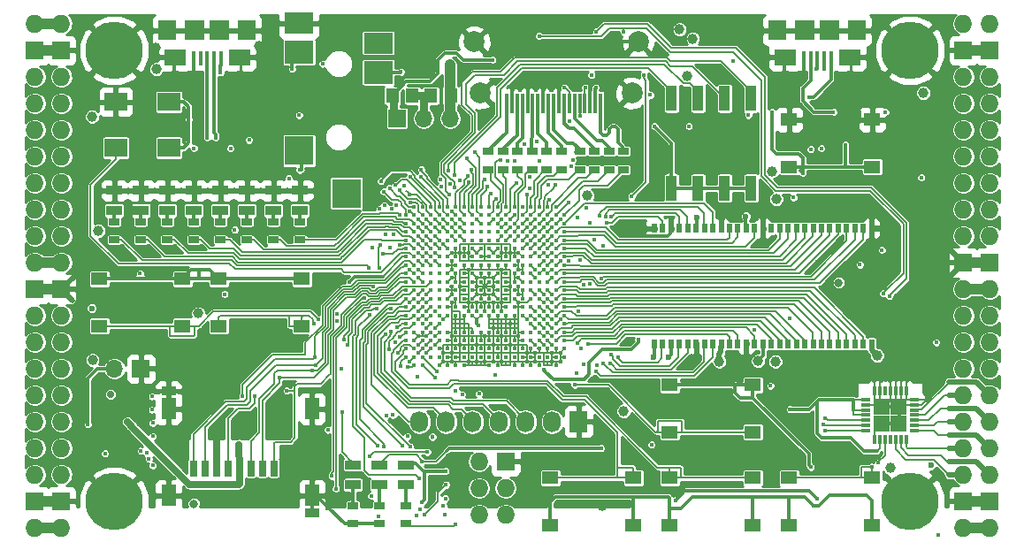
<source format=gtl>
G04 #@! TF.GenerationSoftware,KiCad,Pcbnew,5.0.0+dfsg1-2*
G04 #@! TF.CreationDate,2018-09-07T12:55:27+02:00*
G04 #@! TF.ProjectId,ulx3s,756C7833732E6B696361645F70636200,rev?*
G04 #@! TF.SameCoordinates,Original*
G04 #@! TF.FileFunction,Copper,L1,Top,Signal*
G04 #@! TF.FilePolarity,Positive*
%FSLAX46Y46*%
G04 Gerber Fmt 4.6, Leading zero omitted, Abs format (unit mm)*
G04 Created by KiCad (PCBNEW 5.0.0+dfsg1-2) date Fri Sep  7 12:55:27 2018*
%MOMM*%
%LPD*%
G01*
G04 APERTURE LIST*
G04 #@! TA.AperFunction,SMDPad,CuDef*
%ADD10R,1.625000X1.625000*%
G04 #@! TD*
G04 #@! TA.AperFunction,SMDPad,CuDef*
%ADD11R,0.300000X0.950000*%
G04 #@! TD*
G04 #@! TA.AperFunction,SMDPad,CuDef*
%ADD12R,0.950000X0.300000*%
G04 #@! TD*
G04 #@! TA.AperFunction,SMDPad,CuDef*
%ADD13R,1.800000X1.900000*%
G04 #@! TD*
G04 #@! TA.AperFunction,SMDPad,CuDef*
%ADD14R,0.400000X1.350000*%
G04 #@! TD*
G04 #@! TA.AperFunction,SMDPad,CuDef*
%ADD15R,1.900000X1.900000*%
G04 #@! TD*
G04 #@! TA.AperFunction,SMDPad,CuDef*
%ADD16R,2.100000X1.600000*%
G04 #@! TD*
G04 #@! TA.AperFunction,SMDPad,CuDef*
%ADD17R,1.120000X2.440000*%
G04 #@! TD*
G04 #@! TA.AperFunction,SMDPad,CuDef*
%ADD18R,2.800000X2.000000*%
G04 #@! TD*
G04 #@! TA.AperFunction,SMDPad,CuDef*
%ADD19R,2.800000X2.200000*%
G04 #@! TD*
G04 #@! TA.AperFunction,SMDPad,CuDef*
%ADD20R,2.800000X2.800000*%
G04 #@! TD*
G04 #@! TA.AperFunction,SMDPad,CuDef*
%ADD21R,0.300000X1.900000*%
G04 #@! TD*
G04 #@! TA.AperFunction,ComponentPad*
%ADD22C,2.000000*%
G04 #@! TD*
G04 #@! TA.AperFunction,BGAPad,CuDef*
%ADD23C,0.400000*%
G04 #@! TD*
G04 #@! TA.AperFunction,SMDPad,CuDef*
%ADD24R,0.700000X1.500000*%
G04 #@! TD*
G04 #@! TA.AperFunction,SMDPad,CuDef*
%ADD25R,1.450000X0.900000*%
G04 #@! TD*
G04 #@! TA.AperFunction,SMDPad,CuDef*
%ADD26R,1.450000X2.000000*%
G04 #@! TD*
G04 #@! TA.AperFunction,SMDPad,CuDef*
%ADD27R,2.200000X1.800000*%
G04 #@! TD*
G04 #@! TA.AperFunction,SMDPad,CuDef*
%ADD28R,0.560000X0.900000*%
G04 #@! TD*
G04 #@! TA.AperFunction,ComponentPad*
%ADD29R,1.727200X2.032000*%
G04 #@! TD*
G04 #@! TA.AperFunction,ComponentPad*
%ADD30O,1.727200X2.032000*%
G04 #@! TD*
G04 #@! TA.AperFunction,ComponentPad*
%ADD31O,1.727200X1.727200*%
G04 #@! TD*
G04 #@! TA.AperFunction,ComponentPad*
%ADD32R,1.727200X1.727200*%
G04 #@! TD*
G04 #@! TA.AperFunction,ComponentPad*
%ADD33C,5.500000*%
G04 #@! TD*
G04 #@! TA.AperFunction,SMDPad,CuDef*
%ADD34R,1.000000X0.670000*%
G04 #@! TD*
G04 #@! TA.AperFunction,SMDPad,CuDef*
%ADD35R,1.500000X0.970000*%
G04 #@! TD*
G04 #@! TA.AperFunction,ComponentPad*
%ADD36R,1.700000X1.700000*%
G04 #@! TD*
G04 #@! TA.AperFunction,ComponentPad*
%ADD37O,1.700000X1.700000*%
G04 #@! TD*
G04 #@! TA.AperFunction,SMDPad,CuDef*
%ADD38R,1.295000X1.400000*%
G04 #@! TD*
G04 #@! TA.AperFunction,SMDPad,CuDef*
%ADD39R,1.550000X1.300000*%
G04 #@! TD*
G04 #@! TA.AperFunction,ViaPad*
%ADD40C,2.000000*%
G04 #@! TD*
G04 #@! TA.AperFunction,ViaPad*
%ADD41C,0.419000*%
G04 #@! TD*
G04 #@! TA.AperFunction,ViaPad*
%ADD42C,0.600000*%
G04 #@! TD*
G04 #@! TA.AperFunction,ViaPad*
%ADD43C,1.000000*%
G04 #@! TD*
G04 #@! TA.AperFunction,ViaPad*
%ADD44C,0.800000*%
G04 #@! TD*
G04 #@! TA.AperFunction,ViaPad*
%ADD45C,0.700000*%
G04 #@! TD*
G04 #@! TA.AperFunction,ViaPad*
%ADD46C,0.454000*%
G04 #@! TD*
G04 #@! TA.AperFunction,Conductor*
%ADD47C,0.300000*%
G04 #@! TD*
G04 #@! TA.AperFunction,Conductor*
%ADD48C,0.127000*%
G04 #@! TD*
G04 #@! TA.AperFunction,Conductor*
%ADD49C,0.500000*%
G04 #@! TD*
G04 #@! TA.AperFunction,Conductor*
%ADD50C,1.000000*%
G04 #@! TD*
G04 #@! TA.AperFunction,Conductor*
%ADD51C,0.190000*%
G04 #@! TD*
G04 #@! TA.AperFunction,Conductor*
%ADD52C,0.700000*%
G04 #@! TD*
G04 #@! TA.AperFunction,Conductor*
%ADD53C,0.800000*%
G04 #@! TD*
G04 #@! TA.AperFunction,Conductor*
%ADD54C,0.140000*%
G04 #@! TD*
G04 #@! TA.AperFunction,Conductor*
%ADD55C,0.254000*%
G04 #@! TD*
G04 APERTURE END LIST*
D10*
G04 #@! TO.P,U8,29*
G04 #@! TO.N,GND*
X178097500Y-100967500D03*
X178097500Y-99342500D03*
X176472500Y-100967500D03*
X176472500Y-99342500D03*
D11*
G04 #@! TO.P,U8,28*
G04 #@! TO.N,GN15*
X178785000Y-102495000D03*
G04 #@! TO.P,U8,27*
G04 #@! TO.N,GP14*
X178285000Y-102495000D03*
G04 #@! TO.P,U8,26*
G04 #@! TO.N,GN14*
X177785000Y-102495000D03*
G04 #@! TO.P,U8,25*
G04 #@! TO.N,N/C*
X177285000Y-102495000D03*
G04 #@! TO.P,U8,24*
G04 #@! TO.N,ADC_MISO*
X176785000Y-102495000D03*
G04 #@! TO.P,U8,23*
G04 #@! TO.N,/analog/ADC3V3*
X176285000Y-102495000D03*
G04 #@! TO.P,U8,22*
G04 #@! TO.N,GND*
X175785000Y-102495000D03*
D12*
G04 #@! TO.P,U8,21*
G04 #@! TO.N,ADC_MOSI*
X174945000Y-101655000D03*
G04 #@! TO.P,U8,20*
G04 #@! TO.N,ADC_CSn*
X174945000Y-101155000D03*
G04 #@! TO.P,U8,19*
G04 #@! TO.N,ADC_SCLK*
X174945000Y-100655000D03*
G04 #@! TO.P,U8,18*
G04 #@! TO.N,/analog/ADC3V3*
X174945000Y-100155000D03*
G04 #@! TO.P,U8,17*
X174945000Y-99655000D03*
G04 #@! TO.P,U8,16*
G04 #@! TO.N,GND*
X174945000Y-99155000D03*
G04 #@! TO.P,U8,15*
G04 #@! TO.N,/analog/ADC3V3*
X174945000Y-98655000D03*
D11*
G04 #@! TO.P,U8,14*
G04 #@! TO.N,GND*
X175785000Y-97815000D03*
G04 #@! TO.P,U8,13*
X176285000Y-97815000D03*
G04 #@! TO.P,U8,12*
G04 #@! TO.N,N/C*
X176785000Y-97815000D03*
G04 #@! TO.P,U8,11*
G04 #@! TO.N,GND*
X177285000Y-97815000D03*
G04 #@! TO.P,U8,10*
X177785000Y-97815000D03*
G04 #@! TO.P,U8,9*
X178285000Y-97815000D03*
G04 #@! TO.P,U8,8*
X178785000Y-97815000D03*
D12*
G04 #@! TO.P,U8,7*
X179625000Y-98655000D03*
G04 #@! TO.P,U8,6*
X179625000Y-99155000D03*
G04 #@! TO.P,U8,5*
G04 #@! TO.N,GP17*
X179625000Y-99655000D03*
G04 #@! TO.P,U8,4*
G04 #@! TO.N,GN17*
X179625000Y-100155000D03*
G04 #@! TO.P,U8,3*
G04 #@! TO.N,GP16*
X179625000Y-100655000D03*
G04 #@! TO.P,U8,2*
G04 #@! TO.N,GN16*
X179625000Y-101155000D03*
G04 #@! TO.P,U8,1*
G04 #@! TO.N,GP15*
X179625000Y-101655000D03*
G04 #@! TD*
D13*
G04 #@! TO.P,US1,6*
G04 #@! TO.N,GND*
X108080000Y-63325000D03*
X115680000Y-63325000D03*
D14*
G04 #@! TO.P,US1,5*
X110580000Y-66000000D03*
G04 #@! TO.P,US1,4*
G04 #@! TO.N,N/C*
X111230000Y-66000000D03*
G04 #@! TO.P,US1,3*
G04 #@! TO.N,/usb/FTD+*
X111880000Y-66000000D03*
G04 #@! TO.P,US1,2*
G04 #@! TO.N,/usb/FTD-*
X112530000Y-66000000D03*
G04 #@! TO.P,US1,1*
G04 #@! TO.N,USB5V*
X113180000Y-66000000D03*
D15*
G04 #@! TO.P,US1,6*
G04 #@! TO.N,GND*
X110680000Y-63325000D03*
X113080000Y-63325000D03*
D16*
X108780000Y-65875000D03*
X114980000Y-65875000D03*
G04 #@! TD*
D17*
G04 #@! TO.P,SW1,8*
G04 #@! TO.N,SW1*
X156330000Y-69815000D03*
G04 #@! TO.P,SW1,4*
G04 #@! TO.N,/blinkey/SWPU*
X163950000Y-78425000D03*
G04 #@! TO.P,SW1,7*
G04 #@! TO.N,SW2*
X158870000Y-69815000D03*
G04 #@! TO.P,SW1,3*
G04 #@! TO.N,/blinkey/SWPU*
X161410000Y-78425000D03*
G04 #@! TO.P,SW1,6*
G04 #@! TO.N,SW3*
X161410000Y-69815000D03*
G04 #@! TO.P,SW1,2*
G04 #@! TO.N,/blinkey/SWPU*
X158870000Y-78425000D03*
G04 #@! TO.P,SW1,5*
G04 #@! TO.N,SW4*
X163950000Y-69815000D03*
G04 #@! TO.P,SW1,1*
G04 #@! TO.N,/blinkey/SWPU*
X156330000Y-78425000D03*
G04 #@! TD*
D18*
G04 #@! TO.P,AUDIO1,1*
G04 #@! TO.N,GND*
X120668000Y-62618000D03*
D19*
G04 #@! TO.P,AUDIO1,4*
G04 #@! TO.N,/analog/AUDIO_V*
X120668000Y-65418000D03*
D20*
G04 #@! TO.P,AUDIO1,2*
G04 #@! TO.N,/analog/AUDIO_L*
X120668000Y-74818000D03*
G04 #@! TO.P,AUDIO1,5*
G04 #@! TO.N,N/C*
X125218000Y-78918000D03*
D19*
G04 #@! TO.P,AUDIO1,3*
G04 #@! TO.N,/analog/AUDIO_R*
X128268000Y-67318000D03*
D18*
G04 #@! TO.P,AUDIO1,6*
G04 #@! TO.N,N/C*
X128268000Y-64518000D03*
G04 #@! TD*
D21*
G04 #@! TO.P,GPDI1,19*
G04 #@! TO.N,/gpdi/GPDI_ETH-*
X149546000Y-70312000D03*
G04 #@! TO.P,GPDI1,18*
G04 #@! TO.N,+5V*
X149046000Y-70312000D03*
G04 #@! TO.P,GPDI1,17*
G04 #@! TO.N,GND*
X148546000Y-70312000D03*
G04 #@! TO.P,GPDI1,16*
G04 #@! TO.N,GPDI_SDA*
X148046000Y-70312000D03*
G04 #@! TO.P,GPDI1,15*
G04 #@! TO.N,GPDI_SCL*
X147546000Y-70312000D03*
G04 #@! TO.P,GPDI1,14*
G04 #@! TO.N,/gpdi/GPDI_ETH+*
X147046000Y-70312000D03*
G04 #@! TO.P,GPDI1,13*
G04 #@! TO.N,GPDI_CEC*
X146546000Y-70312000D03*
G04 #@! TO.P,GPDI1,12*
G04 #@! TO.N,/gpdi/GPDI_CLK-*
X146046000Y-70312000D03*
G04 #@! TO.P,GPDI1,11*
G04 #@! TO.N,GND*
X145546000Y-70312000D03*
G04 #@! TO.P,GPDI1,10*
G04 #@! TO.N,/gpdi/GPDI_CLK+*
X145046000Y-70312000D03*
G04 #@! TO.P,GPDI1,9*
G04 #@! TO.N,/gpdi/GPDI_D0-*
X144546000Y-70312000D03*
G04 #@! TO.P,GPDI1,8*
G04 #@! TO.N,GND*
X144046000Y-70312000D03*
G04 #@! TO.P,GPDI1,7*
G04 #@! TO.N,/gpdi/GPDI_D0+*
X143546000Y-70312000D03*
G04 #@! TO.P,GPDI1,6*
G04 #@! TO.N,/gpdi/GPDI_D1-*
X143046000Y-70312000D03*
G04 #@! TO.P,GPDI1,5*
G04 #@! TO.N,GND*
X142546000Y-70312000D03*
G04 #@! TO.P,GPDI1,4*
G04 #@! TO.N,/gpdi/GPDI_D1+*
X142046000Y-70312000D03*
G04 #@! TO.P,GPDI1,3*
G04 #@! TO.N,/gpdi/GPDI_D2-*
X141546000Y-70312000D03*
G04 #@! TO.P,GPDI1,2*
G04 #@! TO.N,GND*
X141046000Y-70312000D03*
G04 #@! TO.P,GPDI1,1*
G04 #@! TO.N,/gpdi/GPDI_D2+*
X140546000Y-70312000D03*
D22*
G04 #@! TO.P,GPDI1,0*
G04 #@! TO.N,GND*
X152546000Y-69312000D03*
X138046000Y-69312000D03*
X153146000Y-64412000D03*
X137446000Y-64412000D03*
G04 #@! TD*
D23*
G04 #@! TO.P,U1,Y19*
G04 #@! TO.N,GND*
X145280000Y-95400000D03*
G04 #@! TO.P,U1,Y17*
X143680000Y-95400000D03*
G04 #@! TO.P,U1,Y16*
X142880000Y-95400000D03*
G04 #@! TO.P,U1,Y15*
X142080000Y-95400000D03*
G04 #@! TO.P,U1,Y14*
X141280000Y-95400000D03*
G04 #@! TO.P,U1,Y12*
X139680000Y-95400000D03*
G04 #@! TO.P,U1,Y11*
X138880000Y-95400000D03*
G04 #@! TO.P,U1,Y8*
X136480000Y-95400000D03*
G04 #@! TO.P,U1,Y7*
X135680000Y-95400000D03*
G04 #@! TO.P,U1,Y6*
X134880000Y-95400000D03*
G04 #@! TO.P,U1,Y5*
X134080000Y-95400000D03*
G04 #@! TO.P,U1,Y3*
G04 #@! TO.N,/flash/FPGA_DONE*
X132480000Y-95400000D03*
G04 #@! TO.P,U1,Y2*
G04 #@! TO.N,/flash/FLASH_nWP*
X131680000Y-95400000D03*
G04 #@! TO.P,U1,W20*
G04 #@! TO.N,GND*
X146080000Y-94600000D03*
G04 #@! TO.P,U1,W19*
X145280000Y-94600000D03*
G04 #@! TO.P,U1,W18*
G04 #@! TO.N,N/C*
X144480000Y-94600000D03*
G04 #@! TO.P,U1,W17*
X143680000Y-94600000D03*
G04 #@! TO.P,U1,W16*
G04 #@! TO.N,GND*
X142880000Y-94600000D03*
G04 #@! TO.P,U1,W15*
X142080000Y-94600000D03*
G04 #@! TO.P,U1,W14*
G04 #@! TO.N,N/C*
X141280000Y-94600000D03*
G04 #@! TO.P,U1,W13*
X140480000Y-94600000D03*
G04 #@! TO.P,U1,W12*
G04 #@! TO.N,GND*
X139680000Y-94600000D03*
G04 #@! TO.P,U1,W11*
G04 #@! TO.N,N/C*
X138880000Y-94600000D03*
G04 #@! TO.P,U1,W10*
X138080000Y-94600000D03*
G04 #@! TO.P,U1,W9*
X137280000Y-94600000D03*
G04 #@! TO.P,U1,W8*
X136480000Y-94600000D03*
G04 #@! TO.P,U1,W7*
G04 #@! TO.N,GND*
X135680000Y-94600000D03*
G04 #@! TO.P,U1,W6*
X134880000Y-94600000D03*
G04 #@! TO.P,U1,W5*
G04 #@! TO.N,N/C*
X134080000Y-94600000D03*
G04 #@! TO.P,U1,W4*
X133280000Y-94600000D03*
G04 #@! TO.P,U1,W3*
G04 #@! TO.N,/flash/FPGA_PROGRAMN*
X132480000Y-94600000D03*
G04 #@! TO.P,U1,W2*
G04 #@! TO.N,/flash/FLASH_MOSI*
X131680000Y-94600000D03*
G04 #@! TO.P,U1,W1*
G04 #@! TO.N,/flash/FLASH_nHOLD*
X130880000Y-94600000D03*
G04 #@! TO.P,U1,V20*
G04 #@! TO.N,GND*
X146080000Y-93800000D03*
G04 #@! TO.P,U1,V19*
X145280000Y-93800000D03*
G04 #@! TO.P,U1,V18*
X144480000Y-93800000D03*
G04 #@! TO.P,U1,V17*
X143680000Y-93800000D03*
G04 #@! TO.P,U1,V16*
X142880000Y-93800000D03*
G04 #@! TO.P,U1,V15*
X142080000Y-93800000D03*
G04 #@! TO.P,U1,V14*
X141280000Y-93800000D03*
G04 #@! TO.P,U1,V13*
X140480000Y-93800000D03*
G04 #@! TO.P,U1,V12*
X139680000Y-93800000D03*
G04 #@! TO.P,U1,V11*
X138880000Y-93800000D03*
G04 #@! TO.P,U1,V10*
X138080000Y-93800000D03*
G04 #@! TO.P,U1,V9*
X137280000Y-93800000D03*
G04 #@! TO.P,U1,V8*
X136480000Y-93800000D03*
G04 #@! TO.P,U1,V7*
X135680000Y-93800000D03*
G04 #@! TO.P,U1,V6*
X134880000Y-93800000D03*
G04 #@! TO.P,U1,V5*
X134080000Y-93800000D03*
G04 #@! TO.P,U1,V4*
G04 #@! TO.N,JTAG_TDO*
X133280000Y-93800000D03*
G04 #@! TO.P,U1,V3*
G04 #@! TO.N,/flash/FPGA_INITN*
X132480000Y-93800000D03*
G04 #@! TO.P,U1,V2*
G04 #@! TO.N,/flash/FLASH_MISO*
X131680000Y-93800000D03*
G04 #@! TO.P,U1,V1*
G04 #@! TO.N,BTN_D*
X130880000Y-93800000D03*
G04 #@! TO.P,U1,U20*
G04 #@! TO.N,SDRAM_D7*
X146080000Y-93000000D03*
G04 #@! TO.P,U1,U19*
G04 #@! TO.N,SDRAM_DQM0*
X145280000Y-93000000D03*
G04 #@! TO.P,U1,U18*
G04 #@! TO.N,GP14*
X144480000Y-93000000D03*
G04 #@! TO.P,U1,U17*
G04 #@! TO.N,GN14*
X143680000Y-93000000D03*
G04 #@! TO.P,U1,U16*
G04 #@! TO.N,ADC_MISO*
X142880000Y-93000000D03*
G04 #@! TO.P,U1,U15*
G04 #@! TO.N,GND*
X142080000Y-93000000D03*
G04 #@! TO.P,U1,U14*
X141280000Y-93000000D03*
G04 #@! TO.P,U1,U13*
X140480000Y-93000000D03*
G04 #@! TO.P,U1,U12*
X139680000Y-93000000D03*
G04 #@! TO.P,U1,U11*
X138880000Y-93000000D03*
G04 #@! TO.P,U1,U10*
X138080000Y-93000000D03*
G04 #@! TO.P,U1,U9*
X137280000Y-93000000D03*
G04 #@! TO.P,U1,U8*
X136480000Y-93000000D03*
G04 #@! TO.P,U1,U7*
X135680000Y-93000000D03*
G04 #@! TO.P,U1,U6*
X134880000Y-93000000D03*
G04 #@! TO.P,U1,U5*
G04 #@! TO.N,JTAG_TMS*
X134080000Y-93000000D03*
G04 #@! TO.P,U1,U4*
G04 #@! TO.N,GND*
X133280000Y-93000000D03*
G04 #@! TO.P,U1,U3*
G04 #@! TO.N,/flash/FLASH_SCK*
X132480000Y-93000000D03*
G04 #@! TO.P,U1,U2*
G04 #@! TO.N,+3V3*
X131680000Y-93000000D03*
G04 #@! TO.P,U1,U1*
G04 #@! TO.N,BTN_L*
X130880000Y-93000000D03*
G04 #@! TO.P,U1,T20*
G04 #@! TO.N,SDRAM_nWE*
X146080000Y-92200000D03*
G04 #@! TO.P,U1,T19*
G04 #@! TO.N,SDRAM_nCAS*
X145280000Y-92200000D03*
G04 #@! TO.P,U1,T18*
G04 #@! TO.N,SDRAM_D5*
X144480000Y-92200000D03*
G04 #@! TO.P,U1,T17*
G04 #@! TO.N,SDRAM_D6*
X143680000Y-92200000D03*
G04 #@! TO.P,U1,T16*
G04 #@! TO.N,N/C*
X142880000Y-92200000D03*
G04 #@! TO.P,U1,T15*
G04 #@! TO.N,GND*
X142080000Y-92200000D03*
G04 #@! TO.P,U1,T14*
X141280000Y-92200000D03*
G04 #@! TO.P,U1,T13*
X140480000Y-92200000D03*
G04 #@! TO.P,U1,T12*
X139680000Y-92200000D03*
G04 #@! TO.P,U1,T11*
X138880000Y-92200000D03*
G04 #@! TO.P,U1,T10*
X138080000Y-92200000D03*
G04 #@! TO.P,U1,T9*
X137280000Y-92200000D03*
G04 #@! TO.P,U1,T8*
X136480000Y-92200000D03*
G04 #@! TO.P,U1,T7*
X135680000Y-92200000D03*
G04 #@! TO.P,U1,T6*
X134880000Y-92200000D03*
G04 #@! TO.P,U1,T5*
G04 #@! TO.N,JTAG_TCK*
X134080000Y-92200000D03*
G04 #@! TO.P,U1,T4*
G04 #@! TO.N,+3V3*
X133280000Y-92200000D03*
G04 #@! TO.P,U1,T3*
X132480000Y-92200000D03*
G04 #@! TO.P,U1,T2*
X131680000Y-92200000D03*
G04 #@! TO.P,U1,T1*
G04 #@! TO.N,BTN_F2*
X130880000Y-92200000D03*
G04 #@! TO.P,U1,R20*
G04 #@! TO.N,SDRAM_nRAS*
X146080000Y-91400000D03*
G04 #@! TO.P,U1,R19*
G04 #@! TO.N,GND*
X145280000Y-91400000D03*
G04 #@! TO.P,U1,R18*
G04 #@! TO.N,BTN_U*
X144480000Y-91400000D03*
G04 #@! TO.P,U1,R17*
G04 #@! TO.N,ADC_CSn*
X143680000Y-91400000D03*
G04 #@! TO.P,U1,R16*
G04 #@! TO.N,ADC_MOSI*
X142880000Y-91400000D03*
G04 #@! TO.P,U1,R5*
G04 #@! TO.N,JTAG_TDI*
X134080000Y-91400000D03*
G04 #@! TO.P,U1,R4*
G04 #@! TO.N,GND*
X133280000Y-91400000D03*
G04 #@! TO.P,U1,R3*
G04 #@! TO.N,N/C*
X132480000Y-91400000D03*
G04 #@! TO.P,U1,R2*
G04 #@! TO.N,/flash/FLASH_nCS*
X131680000Y-91400000D03*
G04 #@! TO.P,U1,R1*
G04 #@! TO.N,BTN_F1*
X130880000Y-91400000D03*
G04 #@! TO.P,U1,P20*
G04 #@! TO.N,SDRAM_nCS*
X146080000Y-90600000D03*
G04 #@! TO.P,U1,P19*
G04 #@! TO.N,SDRAM_BA0*
X145280000Y-90600000D03*
G04 #@! TO.P,U1,P18*
G04 #@! TO.N,SDRAM_D4*
X144480000Y-90600000D03*
G04 #@! TO.P,U1,P17*
G04 #@! TO.N,ADC_SCLK*
X143680000Y-90600000D03*
G04 #@! TO.P,U1,P16*
G04 #@! TO.N,GN15*
X142880000Y-90600000D03*
G04 #@! TO.P,U1,P15*
G04 #@! TO.N,+2V5*
X142080000Y-90600000D03*
G04 #@! TO.P,U1,P14*
G04 #@! TO.N,GND*
X141280000Y-90600000D03*
G04 #@! TO.P,U1,P13*
X140480000Y-90600000D03*
G04 #@! TO.P,U1,P12*
X139680000Y-90600000D03*
G04 #@! TO.P,U1,P11*
X138880000Y-90600000D03*
G04 #@! TO.P,U1,P10*
G04 #@! TO.N,+3V3*
X138080000Y-90600000D03*
G04 #@! TO.P,U1,P9*
X137280000Y-90600000D03*
G04 #@! TO.P,U1,P8*
G04 #@! TO.N,GND*
X136480000Y-90600000D03*
G04 #@! TO.P,U1,P7*
X135680000Y-90600000D03*
G04 #@! TO.P,U1,P6*
G04 #@! TO.N,+2V5*
X134880000Y-90600000D03*
G04 #@! TO.P,U1,P5*
G04 #@! TO.N,N/C*
X134080000Y-90600000D03*
G04 #@! TO.P,U1,P4*
G04 #@! TO.N,OLED_CLK*
X133280000Y-90600000D03*
G04 #@! TO.P,U1,P3*
G04 #@! TO.N,OLED_MOSI*
X132480000Y-90600000D03*
G04 #@! TO.P,U1,P2*
G04 #@! TO.N,OLED_RES*
X131680000Y-90600000D03*
G04 #@! TO.P,U1,P1*
G04 #@! TO.N,OLED_DC*
X130880000Y-90600000D03*
G04 #@! TO.P,U1,N20*
G04 #@! TO.N,SDRAM_BA1*
X146080000Y-89800000D03*
G04 #@! TO.P,U1,N19*
G04 #@! TO.N,SDRAM_A10*
X145280000Y-89800000D03*
G04 #@! TO.P,U1,N18*
G04 #@! TO.N,SDRAM_D3*
X144480000Y-89800000D03*
G04 #@! TO.P,U1,N17*
G04 #@! TO.N,GP15*
X143680000Y-89800000D03*
G04 #@! TO.P,U1,N16*
G04 #@! TO.N,GP16*
X142880000Y-89800000D03*
G04 #@! TO.P,U1,N15*
G04 #@! TO.N,GND*
X142080000Y-89800000D03*
G04 #@! TO.P,U1,N14*
X141280000Y-89800000D03*
G04 #@! TO.P,U1,N13*
G04 #@! TO.N,+1V1*
X140480000Y-89800000D03*
G04 #@! TO.P,U1,N12*
X139680000Y-89800000D03*
G04 #@! TO.P,U1,N11*
X138880000Y-89800000D03*
G04 #@! TO.P,U1,N10*
X138080000Y-89800000D03*
G04 #@! TO.P,U1,N9*
X137280000Y-89800000D03*
G04 #@! TO.P,U1,N8*
X136480000Y-89800000D03*
G04 #@! TO.P,U1,N7*
G04 #@! TO.N,GND*
X135680000Y-89800000D03*
G04 #@! TO.P,U1,N6*
X134880000Y-89800000D03*
G04 #@! TO.P,U1,N5*
G04 #@! TO.N,N/C*
X134080000Y-89800000D03*
G04 #@! TO.P,U1,N4*
G04 #@! TO.N,WIFI_GPIO5*
X133280000Y-89800000D03*
G04 #@! TO.P,U1,N3*
G04 #@! TO.N,WIFI_GPIO17*
X132480000Y-89800000D03*
G04 #@! TO.P,U1,N2*
G04 #@! TO.N,OLED_CS*
X131680000Y-89800000D03*
G04 #@! TO.P,U1,N1*
G04 #@! TO.N,FTDI_nDTR*
X130880000Y-89800000D03*
G04 #@! TO.P,U1,M20*
G04 #@! TO.N,SDRAM_A0*
X146080000Y-89000000D03*
G04 #@! TO.P,U1,M19*
G04 #@! TO.N,SDRAM_A1*
X145280000Y-89000000D03*
G04 #@! TO.P,U1,M18*
G04 #@! TO.N,SDRAM_D2*
X144480000Y-89000000D03*
G04 #@! TO.P,U1,M17*
G04 #@! TO.N,GN16*
X143680000Y-89000000D03*
G04 #@! TO.P,U1,M16*
G04 #@! TO.N,GND*
X142880000Y-89000000D03*
G04 #@! TO.P,U1,M15*
G04 #@! TO.N,+3V3*
X142080000Y-89000000D03*
G04 #@! TO.P,U1,M14*
G04 #@! TO.N,GND*
X141280000Y-89000000D03*
G04 #@! TO.P,U1,M13*
G04 #@! TO.N,+1V1*
X140480000Y-89000000D03*
G04 #@! TO.P,U1,M12*
G04 #@! TO.N,GND*
X139680000Y-89000000D03*
G04 #@! TO.P,U1,M11*
X138880000Y-89000000D03*
G04 #@! TO.P,U1,M10*
X138080000Y-89000000D03*
G04 #@! TO.P,U1,M9*
X137280000Y-89000000D03*
G04 #@! TO.P,U1,M8*
G04 #@! TO.N,+1V1*
X136480000Y-89000000D03*
G04 #@! TO.P,U1,M7*
G04 #@! TO.N,GND*
X135680000Y-89000000D03*
G04 #@! TO.P,U1,M6*
G04 #@! TO.N,+3V3*
X134880000Y-89000000D03*
G04 #@! TO.P,U1,M5*
G04 #@! TO.N,N/C*
X134080000Y-89000000D03*
G04 #@! TO.P,U1,M4*
G04 #@! TO.N,USER_PROGRAMN*
X133280000Y-89000000D03*
G04 #@! TO.P,U1,M3*
G04 #@! TO.N,FTDI_nRTS*
X132480000Y-89000000D03*
G04 #@! TO.P,U1,M2*
G04 #@! TO.N,GND*
X131680000Y-89000000D03*
G04 #@! TO.P,U1,M1*
G04 #@! TO.N,FTDI_TXD*
X130880000Y-89000000D03*
G04 #@! TO.P,U1,L20*
G04 #@! TO.N,SDRAM_A2*
X146080000Y-88200000D03*
G04 #@! TO.P,U1,L19*
G04 #@! TO.N,SDRAM_A3*
X145280000Y-88200000D03*
G04 #@! TO.P,U1,L18*
G04 #@! TO.N,SDRAM_D1*
X144480000Y-88200000D03*
G04 #@! TO.P,U1,L17*
G04 #@! TO.N,GN17*
X143680000Y-88200000D03*
G04 #@! TO.P,U1,L16*
G04 #@! TO.N,GP17*
X142880000Y-88200000D03*
G04 #@! TO.P,U1,L15*
G04 #@! TO.N,+3V3*
X142080000Y-88200000D03*
G04 #@! TO.P,U1,L14*
X141280000Y-88200000D03*
G04 #@! TO.P,U1,L13*
G04 #@! TO.N,+1V1*
X140480000Y-88200000D03*
G04 #@! TO.P,U1,L12*
G04 #@! TO.N,GND*
X139680000Y-88200000D03*
G04 #@! TO.P,U1,L11*
X138880000Y-88200000D03*
G04 #@! TO.P,U1,L10*
X138080000Y-88200000D03*
G04 #@! TO.P,U1,L9*
X137280000Y-88200000D03*
G04 #@! TO.P,U1,L8*
G04 #@! TO.N,+1V1*
X136480000Y-88200000D03*
G04 #@! TO.P,U1,L7*
G04 #@! TO.N,+3V3*
X135680000Y-88200000D03*
G04 #@! TO.P,U1,L6*
X134880000Y-88200000D03*
G04 #@! TO.P,U1,L5*
G04 #@! TO.N,N/C*
X134080000Y-88200000D03*
G04 #@! TO.P,U1,L4*
G04 #@! TO.N,FTDI_RXD*
X133280000Y-88200000D03*
G04 #@! TO.P,U1,L3*
G04 #@! TO.N,FTDI_TXDEN*
X132480000Y-88200000D03*
G04 #@! TO.P,U1,L2*
G04 #@! TO.N,WIFI_GPIO0*
X131680000Y-88200000D03*
G04 #@! TO.P,U1,L1*
G04 #@! TO.N,WIFI_GPIO16*
X130880000Y-88200000D03*
G04 #@! TO.P,U1,K20*
G04 #@! TO.N,SDRAM_A4*
X146080000Y-87400000D03*
G04 #@! TO.P,U1,K19*
G04 #@! TO.N,SDRAM_A5*
X145280000Y-87400000D03*
G04 #@! TO.P,U1,K18*
G04 #@! TO.N,SDRAM_A6*
X144480000Y-87400000D03*
G04 #@! TO.P,U1,K17*
G04 #@! TO.N,N/C*
X143680000Y-87400000D03*
G04 #@! TO.P,U1,K16*
X142880000Y-87400000D03*
G04 #@! TO.P,U1,K15*
G04 #@! TO.N,GND*
X142080000Y-87400000D03*
G04 #@! TO.P,U1,K14*
X141280000Y-87400000D03*
G04 #@! TO.P,U1,K13*
G04 #@! TO.N,+1V1*
X140480000Y-87400000D03*
G04 #@! TO.P,U1,K12*
G04 #@! TO.N,GND*
X139680000Y-87400000D03*
G04 #@! TO.P,U1,K11*
X138880000Y-87400000D03*
G04 #@! TO.P,U1,K10*
X138080000Y-87400000D03*
G04 #@! TO.P,U1,K9*
X137280000Y-87400000D03*
G04 #@! TO.P,U1,K8*
G04 #@! TO.N,+1V1*
X136480000Y-87400000D03*
G04 #@! TO.P,U1,K7*
G04 #@! TO.N,GND*
X135680000Y-87400000D03*
G04 #@! TO.P,U1,K6*
X134880000Y-87400000D03*
G04 #@! TO.P,U1,K5*
G04 #@! TO.N,N/C*
X134080000Y-87400000D03*
G04 #@! TO.P,U1,K4*
G04 #@! TO.N,WIFI_TXD*
X133280000Y-87400000D03*
G04 #@! TO.P,U1,K3*
G04 #@! TO.N,WIFI_RXD*
X132480000Y-87400000D03*
G04 #@! TO.P,U1,K2*
G04 #@! TO.N,SD_D3*
X131680000Y-87400000D03*
G04 #@! TO.P,U1,K1*
G04 #@! TO.N,SD_D2*
X130880000Y-87400000D03*
G04 #@! TO.P,U1,J20*
G04 #@! TO.N,SDRAM_A7*
X146080000Y-86600000D03*
G04 #@! TO.P,U1,J19*
G04 #@! TO.N,SDRAM_A8*
X145280000Y-86600000D03*
G04 #@! TO.P,U1,J18*
G04 #@! TO.N,SDRAM_D14*
X144480000Y-86600000D03*
G04 #@! TO.P,U1,J17*
G04 #@! TO.N,SDRAM_D15*
X143680000Y-86600000D03*
G04 #@! TO.P,U1,J16*
G04 #@! TO.N,SDRAM_D0*
X142880000Y-86600000D03*
G04 #@! TO.P,U1,J15*
G04 #@! TO.N,+3V3*
X142080000Y-86600000D03*
G04 #@! TO.P,U1,J14*
G04 #@! TO.N,GND*
X141280000Y-86600000D03*
G04 #@! TO.P,U1,J13*
G04 #@! TO.N,+1V1*
X140480000Y-86600000D03*
G04 #@! TO.P,U1,J12*
G04 #@! TO.N,GND*
X139680000Y-86600000D03*
G04 #@! TO.P,U1,J11*
X138880000Y-86600000D03*
G04 #@! TO.P,U1,J10*
X138080000Y-86600000D03*
G04 #@! TO.P,U1,J9*
X137280000Y-86600000D03*
G04 #@! TO.P,U1,J8*
G04 #@! TO.N,+1V1*
X136480000Y-86600000D03*
G04 #@! TO.P,U1,J7*
G04 #@! TO.N,GND*
X135680000Y-86600000D03*
G04 #@! TO.P,U1,J6*
G04 #@! TO.N,2V5_3V3*
X134880000Y-86600000D03*
G04 #@! TO.P,U1,J5*
G04 #@! TO.N,N/C*
X134080000Y-86600000D03*
G04 #@! TO.P,U1,J4*
X133280000Y-86600000D03*
G04 #@! TO.P,U1,J3*
G04 #@! TO.N,SD_D0*
X132480000Y-86600000D03*
G04 #@! TO.P,U1,J2*
G04 #@! TO.N,GND*
X131680000Y-86600000D03*
G04 #@! TO.P,U1,J1*
G04 #@! TO.N,SD_CMD*
X130880000Y-86600000D03*
G04 #@! TO.P,U1,H20*
G04 #@! TO.N,SDRAM_A9*
X146080000Y-85800000D03*
G04 #@! TO.P,U1,H19*
G04 #@! TO.N,GND*
X145280000Y-85800000D03*
G04 #@! TO.P,U1,H18*
G04 #@! TO.N,GP18*
X144480000Y-85800000D03*
G04 #@! TO.P,U1,H17*
G04 #@! TO.N,GN18*
X143680000Y-85800000D03*
G04 #@! TO.P,U1,H16*
G04 #@! TO.N,BTN_R*
X142880000Y-85800000D03*
G04 #@! TO.P,U1,H15*
G04 #@! TO.N,+3V3*
X142080000Y-85800000D03*
G04 #@! TO.P,U1,H14*
X141280000Y-85800000D03*
G04 #@! TO.P,U1,H13*
G04 #@! TO.N,+1V1*
X140480000Y-85800000D03*
G04 #@! TO.P,U1,H12*
X139680000Y-85800000D03*
G04 #@! TO.P,U1,H11*
X138880000Y-85800000D03*
G04 #@! TO.P,U1,H10*
X138080000Y-85800000D03*
G04 #@! TO.P,U1,H9*
X137280000Y-85800000D03*
G04 #@! TO.P,U1,H8*
X136480000Y-85800000D03*
G04 #@! TO.P,U1,H7*
G04 #@! TO.N,2V5_3V3*
X135680000Y-85800000D03*
G04 #@! TO.P,U1,H6*
X134880000Y-85800000D03*
G04 #@! TO.P,U1,H5*
G04 #@! TO.N,AUDIO_V0*
X134080000Y-85800000D03*
G04 #@! TO.P,U1,H4*
G04 #@! TO.N,GP13*
X133280000Y-85800000D03*
G04 #@! TO.P,U1,H3*
G04 #@! TO.N,LED7*
X132480000Y-85800000D03*
G04 #@! TO.P,U1,H2*
G04 #@! TO.N,SD_CLK*
X131680000Y-85800000D03*
G04 #@! TO.P,U1,H1*
G04 #@! TO.N,SD_D1*
X130880000Y-85800000D03*
G04 #@! TO.P,U1,G20*
G04 #@! TO.N,SDRAM_A11*
X146080000Y-85000000D03*
G04 #@! TO.P,U1,G19*
G04 #@! TO.N,SDRAM_A12*
X145280000Y-85000000D03*
G04 #@! TO.P,U1,G18*
G04 #@! TO.N,GN19*
X144480000Y-85000000D03*
G04 #@! TO.P,U1,G17*
G04 #@! TO.N,GND*
X143680000Y-85000000D03*
G04 #@! TO.P,U1,G16*
G04 #@! TO.N,SHUTDOWN*
X142880000Y-85000000D03*
G04 #@! TO.P,U1,G15*
G04 #@! TO.N,GND*
X142080000Y-85000000D03*
G04 #@! TO.P,U1,G14*
X141280000Y-85000000D03*
G04 #@! TO.P,U1,G13*
X140480000Y-85000000D03*
G04 #@! TO.P,U1,G12*
X139680000Y-85000000D03*
G04 #@! TO.P,U1,G11*
X138880000Y-85000000D03*
G04 #@! TO.P,U1,G10*
X138080000Y-85000000D03*
G04 #@! TO.P,U1,G9*
X137280000Y-85000000D03*
G04 #@! TO.P,U1,G8*
X136480000Y-85000000D03*
G04 #@! TO.P,U1,G7*
X135680000Y-85000000D03*
G04 #@! TO.P,U1,G6*
X134880000Y-85000000D03*
G04 #@! TO.P,U1,G5*
G04 #@! TO.N,GN13*
X134080000Y-85000000D03*
G04 #@! TO.P,U1,G4*
G04 #@! TO.N,GND*
X133280000Y-85000000D03*
G04 #@! TO.P,U1,G3*
G04 #@! TO.N,GP12*
X132480000Y-85000000D03*
G04 #@! TO.P,U1,G2*
G04 #@! TO.N,CLK_25MHz*
X131680000Y-85000000D03*
G04 #@! TO.P,U1,G1*
G04 #@! TO.N,/usb/ANT_433MHz*
X130880000Y-85000000D03*
G04 #@! TO.P,U1,F20*
G04 #@! TO.N,SDRAM_CKE*
X146080000Y-84200000D03*
G04 #@! TO.P,U1,F19*
G04 #@! TO.N,SDRAM_CLK*
X145280000Y-84200000D03*
G04 #@! TO.P,U1,F18*
G04 #@! TO.N,SDRAM_D13*
X144480000Y-84200000D03*
G04 #@! TO.P,U1,F17*
G04 #@! TO.N,GP19*
X143680000Y-84200000D03*
G04 #@! TO.P,U1,F16*
G04 #@! TO.N,USB_FPGA_D-*
X142880000Y-84200000D03*
G04 #@! TO.P,U1,F15*
G04 #@! TO.N,+2V5*
X142080000Y-84200000D03*
G04 #@! TO.P,U1,F14*
G04 #@! TO.N,GND*
X141280000Y-84200000D03*
G04 #@! TO.P,U1,F13*
X140480000Y-84200000D03*
G04 #@! TO.P,U1,F12*
G04 #@! TO.N,+3V3*
X139680000Y-84200000D03*
G04 #@! TO.P,U1,F11*
X138880000Y-84200000D03*
G04 #@! TO.P,U1,F10*
G04 #@! TO.N,2V5_3V3*
X138080000Y-84200000D03*
G04 #@! TO.P,U1,F9*
X137280000Y-84200000D03*
G04 #@! TO.P,U1,F8*
G04 #@! TO.N,GND*
X136480000Y-84200000D03*
G04 #@! TO.P,U1,F7*
X135680000Y-84200000D03*
G04 #@! TO.P,U1,F6*
G04 #@! TO.N,+2V5*
X134880000Y-84200000D03*
G04 #@! TO.P,U1,F5*
G04 #@! TO.N,AUDIO_V2*
X134080000Y-84200000D03*
G04 #@! TO.P,U1,F4*
G04 #@! TO.N,GP11*
X133280000Y-84200000D03*
G04 #@! TO.P,U1,F3*
G04 #@! TO.N,GN12*
X132480000Y-84200000D03*
G04 #@! TO.P,U1,F2*
G04 #@! TO.N,AUDIO_V1*
X131680000Y-84200000D03*
G04 #@! TO.P,U1,F1*
G04 #@! TO.N,WIFI_EN*
X130880000Y-84200000D03*
G04 #@! TO.P,U1,E20*
G04 #@! TO.N,SDRAM_DQM1*
X146080000Y-83400000D03*
G04 #@! TO.P,U1,E19*
G04 #@! TO.N,SDRAM_D8*
X145280000Y-83400000D03*
G04 #@! TO.P,U1,E18*
G04 #@! TO.N,SDRAM_D12*
X144480000Y-83400000D03*
G04 #@! TO.P,U1,E17*
G04 #@! TO.N,GN20*
X143680000Y-83400000D03*
G04 #@! TO.P,U1,E16*
G04 #@! TO.N,USB_FPGA_D+*
X142880000Y-83400000D03*
G04 #@! TO.P,U1,E15*
G04 #@! TO.N,USB_FPGA_D-*
X142080000Y-83400000D03*
G04 #@! TO.P,U1,E14*
G04 #@! TO.N,GN25*
X141280000Y-83400000D03*
G04 #@! TO.P,U1,E13*
G04 #@! TO.N,GN27*
X140480000Y-83400000D03*
G04 #@! TO.P,U1,E12*
G04 #@! TO.N,FPDI_SCL*
X139680000Y-83400000D03*
G04 #@! TO.P,U1,E11*
G04 #@! TO.N,N/C*
X138880000Y-83400000D03*
G04 #@! TO.P,U1,E10*
X138080000Y-83400000D03*
G04 #@! TO.P,U1,E9*
X137280000Y-83400000D03*
G04 #@! TO.P,U1,E8*
G04 #@! TO.N,SW1*
X136480000Y-83400000D03*
G04 #@! TO.P,U1,E7*
G04 #@! TO.N,SW4*
X135680000Y-83400000D03*
G04 #@! TO.P,U1,E6*
G04 #@! TO.N,N/C*
X134880000Y-83400000D03*
G04 #@! TO.P,U1,E5*
G04 #@! TO.N,AUDIO_V3*
X134080000Y-83400000D03*
G04 #@! TO.P,U1,E4*
G04 #@! TO.N,AUDIO_L0*
X133280000Y-83400000D03*
G04 #@! TO.P,U1,E3*
G04 #@! TO.N,GN11*
X132480000Y-83400000D03*
G04 #@! TO.P,U1,E2*
G04 #@! TO.N,LED5*
X131680000Y-83400000D03*
G04 #@! TO.P,U1,E1*
G04 #@! TO.N,LED6*
X130880000Y-83400000D03*
G04 #@! TO.P,U1,D20*
G04 #@! TO.N,SDRAM_D9*
X146080000Y-82600000D03*
G04 #@! TO.P,U1,D19*
G04 #@! TO.N,SDRAM_D10*
X145280000Y-82600000D03*
G04 #@! TO.P,U1,D18*
G04 #@! TO.N,GP20*
X144480000Y-82600000D03*
G04 #@! TO.P,U1,D17*
G04 #@! TO.N,GN21*
X143680000Y-82600000D03*
G04 #@! TO.P,U1,D16*
G04 #@! TO.N,GN24*
X142880000Y-82600000D03*
G04 #@! TO.P,U1,D15*
G04 #@! TO.N,USB_FPGA_D+*
X142080000Y-82600000D03*
G04 #@! TO.P,U1,D14*
G04 #@! TO.N,GP25*
X141280000Y-82600000D03*
G04 #@! TO.P,U1,D13*
G04 #@! TO.N,GP27*
X140480000Y-82600000D03*
G04 #@! TO.P,U1,D12*
G04 #@! TO.N,N/C*
X139680000Y-82600000D03*
G04 #@! TO.P,U1,D11*
X138880000Y-82600000D03*
G04 #@! TO.P,U1,D10*
X138080000Y-82600000D03*
G04 #@! TO.P,U1,D9*
X137280000Y-82600000D03*
G04 #@! TO.P,U1,D8*
G04 #@! TO.N,SW2*
X136480000Y-82600000D03*
G04 #@! TO.P,U1,D7*
G04 #@! TO.N,SW3*
X135680000Y-82600000D03*
G04 #@! TO.P,U1,D6*
G04 #@! TO.N,BTN_PWRn*
X134880000Y-82600000D03*
G04 #@! TO.P,U1,D5*
G04 #@! TO.N,AUDIO_R2*
X134080000Y-82600000D03*
G04 #@! TO.P,U1,D4*
G04 #@! TO.N,GND*
X133280000Y-82600000D03*
G04 #@! TO.P,U1,D3*
G04 #@! TO.N,AUDIO_L1*
X132480000Y-82600000D03*
G04 #@! TO.P,U1,D2*
G04 #@! TO.N,LED3*
X131680000Y-82600000D03*
G04 #@! TO.P,U1,D1*
G04 #@! TO.N,LED4*
X130880000Y-82600000D03*
G04 #@! TO.P,U1,C20*
G04 #@! TO.N,SDRAM_D11*
X146080000Y-81800000D03*
G04 #@! TO.P,U1,C19*
G04 #@! TO.N,GND*
X145280000Y-81800000D03*
G04 #@! TO.P,U1,C18*
G04 #@! TO.N,GP21*
X144480000Y-81800000D03*
G04 #@! TO.P,U1,C17*
G04 #@! TO.N,GN23*
X143680000Y-81800000D03*
G04 #@! TO.P,U1,C16*
G04 #@! TO.N,GP24*
X142880000Y-81800000D03*
G04 #@! TO.P,U1,C15*
G04 #@! TO.N,GN22*
X142080000Y-81800000D03*
G04 #@! TO.P,U1,C14*
G04 #@! TO.N,FPDI_D1-*
X141280000Y-81800000D03*
G04 #@! TO.P,U1,C13*
G04 #@! TO.N,GN26*
X140480000Y-81800000D03*
G04 #@! TO.P,U1,C12*
G04 #@! TO.N,USB_FPGA_PULL_D-*
X139680000Y-81800000D03*
G04 #@! TO.P,U1,C11*
G04 #@! TO.N,GN0*
X138880000Y-81800000D03*
G04 #@! TO.P,U1,C10*
G04 #@! TO.N,GN3*
X138080000Y-81800000D03*
G04 #@! TO.P,U1,C9*
G04 #@! TO.N,N/C*
X137280000Y-81800000D03*
G04 #@! TO.P,U1,C8*
G04 #@! TO.N,GP5*
X136480000Y-81800000D03*
G04 #@! TO.P,U1,C7*
G04 #@! TO.N,GN6*
X135680000Y-81800000D03*
G04 #@! TO.P,U1,C6*
G04 #@! TO.N,GP6*
X134880000Y-81800000D03*
G04 #@! TO.P,U1,C5*
G04 #@! TO.N,AUDIO_R3*
X134080000Y-81800000D03*
G04 #@! TO.P,U1,C4*
G04 #@! TO.N,GP10*
X133280000Y-81800000D03*
G04 #@! TO.P,U1,C3*
G04 #@! TO.N,AUDIO_L2*
X132480000Y-81800000D03*
G04 #@! TO.P,U1,C2*
G04 #@! TO.N,LED1*
X131680000Y-81800000D03*
G04 #@! TO.P,U1,C1*
G04 #@! TO.N,LED2*
X130880000Y-81800000D03*
G04 #@! TO.P,U1,B20*
G04 #@! TO.N,FPDI_ETH-*
X146080000Y-81000000D03*
G04 #@! TO.P,U1,B19*
G04 #@! TO.N,FPDI_SDA*
X145280000Y-81000000D03*
G04 #@! TO.P,U1,B18*
G04 #@! TO.N,FPDI_CLK-*
X144480000Y-81000000D03*
G04 #@! TO.P,U1,B17*
G04 #@! TO.N,GP23*
X143680000Y-81000000D03*
G04 #@! TO.P,U1,B16*
G04 #@! TO.N,FPDI_D0-*
X142880000Y-81000000D03*
G04 #@! TO.P,U1,B15*
G04 #@! TO.N,GP22*
X142080000Y-81000000D03*
G04 #@! TO.P,U1,B14*
G04 #@! TO.N,GND*
X141280000Y-81000000D03*
G04 #@! TO.P,U1,B13*
G04 #@! TO.N,GP26*
X140480000Y-81000000D03*
G04 #@! TO.P,U1,B12*
G04 #@! TO.N,USB_FPGA_PULL_D+*
X139680000Y-81000000D03*
G04 #@! TO.P,U1,B11*
G04 #@! TO.N,GP0*
X138880000Y-81000000D03*
G04 #@! TO.P,U1,B10*
G04 #@! TO.N,GN2*
X138080000Y-81000000D03*
G04 #@! TO.P,U1,B9*
G04 #@! TO.N,GP3*
X137280000Y-81000000D03*
G04 #@! TO.P,U1,B8*
G04 #@! TO.N,GN5*
X136480000Y-81000000D03*
G04 #@! TO.P,U1,B7*
G04 #@! TO.N,GND*
X135680000Y-81000000D03*
G04 #@! TO.P,U1,B6*
G04 #@! TO.N,GN7*
X134880000Y-81000000D03*
G04 #@! TO.P,U1,B5*
G04 #@! TO.N,AUDIO_R1*
X134080000Y-81000000D03*
G04 #@! TO.P,U1,B4*
G04 #@! TO.N,GN10*
X133280000Y-81000000D03*
G04 #@! TO.P,U1,B3*
G04 #@! TO.N,AUDIO_L3*
X132480000Y-81000000D03*
G04 #@! TO.P,U1,B2*
G04 #@! TO.N,LED0*
X131680000Y-81000000D03*
G04 #@! TO.P,U1,B1*
G04 #@! TO.N,GN9*
X130880000Y-81000000D03*
G04 #@! TO.P,U1,A19*
G04 #@! TO.N,FPDI_ETH+*
X145280000Y-80200000D03*
G04 #@! TO.P,U1,A18*
G04 #@! TO.N,/gpdi/FPDI_CEC*
X144480000Y-80200000D03*
G04 #@! TO.P,U1,A17*
G04 #@! TO.N,FPDI_CLK+*
X143680000Y-80200000D03*
G04 #@! TO.P,U1,A16*
G04 #@! TO.N,FPDI_D0+*
X142880000Y-80200000D03*
G04 #@! TO.P,U1,A15*
G04 #@! TO.N,N/C*
X142080000Y-80200000D03*
G04 #@! TO.P,U1,A14*
G04 #@! TO.N,FPDI_D1+*
X141280000Y-80200000D03*
G04 #@! TO.P,U1,A13*
G04 #@! TO.N,FPDI_D2-*
X140480000Y-80200000D03*
G04 #@! TO.P,U1,A12*
G04 #@! TO.N,FPDI_D2+*
X139680000Y-80200000D03*
G04 #@! TO.P,U1,A11*
G04 #@! TO.N,GN1*
X138880000Y-80200000D03*
G04 #@! TO.P,U1,A10*
G04 #@! TO.N,GP1*
X138080000Y-80200000D03*
G04 #@! TO.P,U1,A9*
G04 #@! TO.N,GP2*
X137280000Y-80200000D03*
G04 #@! TO.P,U1,A8*
G04 #@! TO.N,GN4*
X136480000Y-80200000D03*
G04 #@! TO.P,U1,A7*
G04 #@! TO.N,GP4*
X135680000Y-80200000D03*
G04 #@! TO.P,U1,A6*
G04 #@! TO.N,GP7*
X134880000Y-80200000D03*
G04 #@! TO.P,U1,A5*
G04 #@! TO.N,GN8*
X134080000Y-80200000D03*
G04 #@! TO.P,U1,A4*
G04 #@! TO.N,GP8*
X133280000Y-80200000D03*
G04 #@! TO.P,U1,A3*
G04 #@! TO.N,AUDIO_R0*
X132480000Y-80200000D03*
G04 #@! TO.P,U1,A2*
G04 #@! TO.N,GP9*
X131680000Y-80200000D03*
G04 #@! TD*
D24*
G04 #@! TO.P,SD1,1*
G04 #@! TO.N,SD_D2*
X118250000Y-105250000D03*
G04 #@! TO.P,SD1,2*
G04 #@! TO.N,SD_D3*
X117150000Y-105250000D03*
G04 #@! TO.P,SD1,3*
G04 #@! TO.N,SD_CMD*
X116050000Y-105250000D03*
G04 #@! TO.P,SD1,4*
G04 #@! TO.N,/sdcard/SD3V3*
X114950000Y-105250000D03*
G04 #@! TO.P,SD1,5*
G04 #@! TO.N,SD_CLK*
X113850000Y-105250000D03*
G04 #@! TO.P,SD1,6*
G04 #@! TO.N,GND*
X112750000Y-105250000D03*
G04 #@! TO.P,SD1,7*
G04 #@! TO.N,SD_D0*
X111650000Y-105250000D03*
G04 #@! TO.P,SD1,8*
G04 #@! TO.N,SD_D1*
X110550000Y-105250000D03*
D25*
G04 #@! TO.P,SD1,10*
G04 #@! TO.N,GND*
X121925000Y-109550000D03*
G04 #@! TO.P,SD1,11*
X108175000Y-97850000D03*
D26*
G04 #@! TO.P,SD1,9*
X108175000Y-107850000D03*
X121925000Y-107850000D03*
X121925000Y-99550000D03*
X108175000Y-99550000D03*
G04 #@! TD*
D27*
G04 #@! TO.P,Y1,1*
G04 #@! TO.N,+3V3*
X108212000Y-70160000D03*
G04 #@! TO.P,Y1,2*
G04 #@! TO.N,GND*
X103132000Y-70160000D03*
G04 #@! TO.P,Y1,3*
G04 #@! TO.N,CLK_25MHz*
X103132000Y-74560000D03*
G04 #@! TO.P,Y1,4*
G04 #@! TO.N,+3V3*
X108212000Y-74560000D03*
G04 #@! TD*
D28*
G04 #@! TO.P,U2,28*
G04 #@! TO.N,GND*
X175493000Y-82270000D03*
G04 #@! TO.P,U2,1*
G04 #@! TO.N,+3V3*
X154693000Y-93330000D03*
G04 #@! TO.P,U2,2*
G04 #@! TO.N,SDRAM_D0*
X155493000Y-93330000D03*
G04 #@! TO.P,U2,3*
G04 #@! TO.N,+3V3*
X156293000Y-93330000D03*
G04 #@! TO.P,U2,4*
G04 #@! TO.N,SDRAM_D1*
X157093000Y-93330000D03*
G04 #@! TO.P,U2,5*
G04 #@! TO.N,SDRAM_D2*
X157893000Y-93330000D03*
G04 #@! TO.P,U2,6*
G04 #@! TO.N,GND*
X158693000Y-93330000D03*
G04 #@! TO.P,U2,7*
G04 #@! TO.N,SDRAM_D3*
X159493000Y-93330000D03*
G04 #@! TO.P,U2,8*
G04 #@! TO.N,SDRAM_D4*
X160293000Y-93330000D03*
G04 #@! TO.P,U2,9*
G04 #@! TO.N,+3V3*
X161093000Y-93330000D03*
G04 #@! TO.P,U2,10*
G04 #@! TO.N,SDRAM_D5*
X161893000Y-93330000D03*
G04 #@! TO.P,U2,11*
G04 #@! TO.N,SDRAM_D6*
X162693000Y-93330000D03*
G04 #@! TO.P,U2,12*
G04 #@! TO.N,GND*
X163493000Y-93330000D03*
G04 #@! TO.P,U2,13*
G04 #@! TO.N,SDRAM_D7*
X164293000Y-93330000D03*
G04 #@! TO.P,U2,14*
G04 #@! TO.N,+3V3*
X165093000Y-93330000D03*
G04 #@! TO.P,U2,15*
G04 #@! TO.N,SDRAM_DQM0*
X165893000Y-93330000D03*
G04 #@! TO.P,U2,16*
G04 #@! TO.N,SDRAM_nWE*
X166693000Y-93330000D03*
G04 #@! TO.P,U2,17*
G04 #@! TO.N,SDRAM_nCAS*
X167493000Y-93330000D03*
G04 #@! TO.P,U2,18*
G04 #@! TO.N,SDRAM_nRAS*
X168293000Y-93330000D03*
G04 #@! TO.P,U2,19*
G04 #@! TO.N,SDRAM_nCS*
X169093000Y-93330000D03*
G04 #@! TO.P,U2,20*
G04 #@! TO.N,SDRAM_BA0*
X169893000Y-93330000D03*
G04 #@! TO.P,U2,21*
G04 #@! TO.N,SDRAM_BA1*
X170693000Y-93330000D03*
G04 #@! TO.P,U2,22*
G04 #@! TO.N,SDRAM_A10*
X171493000Y-93330000D03*
G04 #@! TO.P,U2,23*
G04 #@! TO.N,SDRAM_A0*
X172293000Y-93330000D03*
G04 #@! TO.P,U2,24*
G04 #@! TO.N,SDRAM_A1*
X173093000Y-93330000D03*
G04 #@! TO.P,U2,25*
G04 #@! TO.N,SDRAM_A2*
X173893000Y-93330000D03*
G04 #@! TO.P,U2,26*
G04 #@! TO.N,SDRAM_A3*
X174693000Y-93330000D03*
G04 #@! TO.P,U2,27*
G04 #@! TO.N,+3V3*
X175493000Y-93330000D03*
G04 #@! TO.P,U2,29*
G04 #@! TO.N,SDRAM_A4*
X174693000Y-82270000D03*
G04 #@! TO.P,U2,30*
G04 #@! TO.N,SDRAM_A5*
X173893000Y-82270000D03*
G04 #@! TO.P,U2,31*
G04 #@! TO.N,SDRAM_A6*
X173093000Y-82270000D03*
G04 #@! TO.P,U2,32*
G04 #@! TO.N,SDRAM_A7*
X172293000Y-82270000D03*
G04 #@! TO.P,U2,33*
G04 #@! TO.N,SDRAM_A8*
X171493000Y-82270000D03*
G04 #@! TO.P,U2,34*
G04 #@! TO.N,SDRAM_A9*
X170693000Y-82270000D03*
G04 #@! TO.P,U2,35*
G04 #@! TO.N,SDRAM_A11*
X169893000Y-82270000D03*
G04 #@! TO.P,U2,36*
G04 #@! TO.N,SDRAM_A12*
X169093000Y-82270000D03*
G04 #@! TO.P,U2,37*
G04 #@! TO.N,SDRAM_CKE*
X168293000Y-82270000D03*
G04 #@! TO.P,U2,38*
G04 #@! TO.N,SDRAM_CLK*
X167493000Y-82270000D03*
G04 #@! TO.P,U2,39*
G04 #@! TO.N,SDRAM_DQM1*
X166693000Y-82270000D03*
G04 #@! TO.P,U2,40*
G04 #@! TO.N,N/C*
X165893000Y-82270000D03*
G04 #@! TO.P,U2,41*
G04 #@! TO.N,GND*
X165093000Y-82270000D03*
G04 #@! TO.P,U2,42*
G04 #@! TO.N,SDRAM_D8*
X164293000Y-82270000D03*
G04 #@! TO.P,U2,43*
G04 #@! TO.N,+3V3*
X163493000Y-82270000D03*
G04 #@! TO.P,U2,44*
G04 #@! TO.N,SDRAM_D9*
X162693000Y-82270000D03*
G04 #@! TO.P,U2,45*
G04 #@! TO.N,SDRAM_D10*
X161893000Y-82270000D03*
G04 #@! TO.P,U2,46*
G04 #@! TO.N,GND*
X161093000Y-82270000D03*
G04 #@! TO.P,U2,47*
G04 #@! TO.N,SDRAM_D11*
X160293000Y-82270000D03*
G04 #@! TO.P,U2,48*
G04 #@! TO.N,SDRAM_D12*
X159493000Y-82270000D03*
G04 #@! TO.P,U2,49*
G04 #@! TO.N,+3V3*
X158693000Y-82270000D03*
G04 #@! TO.P,U2,50*
G04 #@! TO.N,SDRAM_D13*
X157893000Y-82270000D03*
G04 #@! TO.P,U2,51*
G04 #@! TO.N,SDRAM_D14*
X157093000Y-82270000D03*
G04 #@! TO.P,U2,52*
G04 #@! TO.N,GND*
X156293000Y-82270000D03*
G04 #@! TO.P,U2,53*
G04 #@! TO.N,SDRAM_D15*
X155493000Y-82270000D03*
G04 #@! TO.P,U2,54*
G04 #@! TO.N,GND*
X154693000Y-82270000D03*
G04 #@! TD*
D29*
G04 #@! TO.P,OLED1,1*
G04 #@! TO.N,GND*
X147440000Y-100790000D03*
D30*
G04 #@! TO.P,OLED1,2*
G04 #@! TO.N,+3V3*
X144900000Y-100790000D03*
G04 #@! TO.P,OLED1,3*
G04 #@! TO.N,OLED_CLK*
X142360000Y-100790000D03*
G04 #@! TO.P,OLED1,4*
G04 #@! TO.N,OLED_MOSI*
X139820000Y-100790000D03*
G04 #@! TO.P,OLED1,5*
G04 #@! TO.N,OLED_RES*
X137280000Y-100790000D03*
G04 #@! TO.P,OLED1,6*
G04 #@! TO.N,OLED_DC*
X134740000Y-100790000D03*
G04 #@! TO.P,OLED1,7*
G04 #@! TO.N,OLED_CS*
X132200000Y-100790000D03*
G04 #@! TD*
D31*
G04 #@! TO.P,J1,1*
G04 #@! TO.N,2V5_3V3*
X97910000Y-62690000D03*
G04 #@! TO.P,J1,2*
X95370000Y-62690000D03*
D32*
G04 #@! TO.P,J1,3*
G04 #@! TO.N,GND*
X97910000Y-65230000D03*
G04 #@! TO.P,J1,4*
X95370000Y-65230000D03*
D31*
G04 #@! TO.P,J1,5*
G04 #@! TO.N,GN0*
X97910000Y-67770000D03*
G04 #@! TO.P,J1,6*
G04 #@! TO.N,GP0*
X95370000Y-67770000D03*
G04 #@! TO.P,J1,7*
G04 #@! TO.N,GN1*
X97910000Y-70310000D03*
G04 #@! TO.P,J1,8*
G04 #@! TO.N,GP1*
X95370000Y-70310000D03*
G04 #@! TO.P,J1,9*
G04 #@! TO.N,GN2*
X97910000Y-72850000D03*
G04 #@! TO.P,J1,10*
G04 #@! TO.N,GP2*
X95370000Y-72850000D03*
G04 #@! TO.P,J1,11*
G04 #@! TO.N,GN3*
X97910000Y-75390000D03*
G04 #@! TO.P,J1,12*
G04 #@! TO.N,GP3*
X95370000Y-75390000D03*
G04 #@! TO.P,J1,13*
G04 #@! TO.N,GN4*
X97910000Y-77930000D03*
G04 #@! TO.P,J1,14*
G04 #@! TO.N,GP4*
X95370000Y-77930000D03*
G04 #@! TO.P,J1,15*
G04 #@! TO.N,GN5*
X97910000Y-80470000D03*
G04 #@! TO.P,J1,16*
G04 #@! TO.N,GP5*
X95370000Y-80470000D03*
G04 #@! TO.P,J1,17*
G04 #@! TO.N,GN6*
X97910000Y-83010000D03*
G04 #@! TO.P,J1,18*
G04 #@! TO.N,GP6*
X95370000Y-83010000D03*
G04 #@! TO.P,J1,19*
G04 #@! TO.N,2V5_3V3*
X97910000Y-85550000D03*
G04 #@! TO.P,J1,20*
X95370000Y-85550000D03*
D32*
G04 #@! TO.P,J1,21*
G04 #@! TO.N,GND*
X97910000Y-88090000D03*
G04 #@! TO.P,J1,22*
X95370000Y-88090000D03*
D31*
G04 #@! TO.P,J1,23*
G04 #@! TO.N,GN7*
X97910000Y-90630000D03*
G04 #@! TO.P,J1,24*
G04 #@! TO.N,GP7*
X95370000Y-90630000D03*
G04 #@! TO.P,J1,25*
G04 #@! TO.N,GN8*
X97910000Y-93170000D03*
G04 #@! TO.P,J1,26*
G04 #@! TO.N,GP8*
X95370000Y-93170000D03*
G04 #@! TO.P,J1,27*
G04 #@! TO.N,GN9*
X97910000Y-95710000D03*
G04 #@! TO.P,J1,28*
G04 #@! TO.N,GP9*
X95370000Y-95710000D03*
G04 #@! TO.P,J1,29*
G04 #@! TO.N,GN10*
X97910000Y-98250000D03*
G04 #@! TO.P,J1,30*
G04 #@! TO.N,GP10*
X95370000Y-98250000D03*
G04 #@! TO.P,J1,31*
G04 #@! TO.N,GN11*
X97910000Y-100790000D03*
G04 #@! TO.P,J1,32*
G04 #@! TO.N,GP11*
X95370000Y-100790000D03*
G04 #@! TO.P,J1,33*
G04 #@! TO.N,GN12*
X97910000Y-103330000D03*
G04 #@! TO.P,J1,34*
G04 #@! TO.N,GP12*
X95370000Y-103330000D03*
G04 #@! TO.P,J1,35*
G04 #@! TO.N,GN13*
X97910000Y-105870000D03*
G04 #@! TO.P,J1,36*
G04 #@! TO.N,GP13*
X95370000Y-105870000D03*
D32*
G04 #@! TO.P,J1,37*
G04 #@! TO.N,GND*
X97910000Y-108410000D03*
G04 #@! TO.P,J1,38*
X95370000Y-108410000D03*
D31*
G04 #@! TO.P,J1,39*
G04 #@! TO.N,2V5_3V3*
X97910000Y-110950000D03*
G04 #@! TO.P,J1,40*
X95370000Y-110950000D03*
G04 #@! TD*
G04 #@! TO.P,J2,1*
G04 #@! TO.N,+3V3*
X184270000Y-110950000D03*
G04 #@! TO.P,J2,2*
X186810000Y-110950000D03*
D32*
G04 #@! TO.P,J2,3*
G04 #@! TO.N,GND*
X184270000Y-108410000D03*
G04 #@! TO.P,J2,4*
X186810000Y-108410000D03*
D31*
G04 #@! TO.P,J2,5*
G04 #@! TO.N,GN14*
X184270000Y-105870000D03*
G04 #@! TO.P,J2,6*
G04 #@! TO.N,GP14*
X186810000Y-105870000D03*
G04 #@! TO.P,J2,7*
G04 #@! TO.N,GN15*
X184270000Y-103330000D03*
G04 #@! TO.P,J2,8*
G04 #@! TO.N,GP15*
X186810000Y-103330000D03*
G04 #@! TO.P,J2,9*
G04 #@! TO.N,GN16*
X184270000Y-100790000D03*
G04 #@! TO.P,J2,10*
G04 #@! TO.N,GP16*
X186810000Y-100790000D03*
G04 #@! TO.P,J2,11*
G04 #@! TO.N,GN17*
X184270000Y-98250000D03*
G04 #@! TO.P,J2,12*
G04 #@! TO.N,GP17*
X186810000Y-98250000D03*
G04 #@! TO.P,J2,13*
G04 #@! TO.N,GN18*
X184270000Y-95710000D03*
G04 #@! TO.P,J2,14*
G04 #@! TO.N,GP18*
X186810000Y-95710000D03*
G04 #@! TO.P,J2,15*
G04 #@! TO.N,GN19*
X184270000Y-93170000D03*
G04 #@! TO.P,J2,16*
G04 #@! TO.N,GP19*
X186810000Y-93170000D03*
G04 #@! TO.P,J2,17*
G04 #@! TO.N,GN20*
X184270000Y-90630000D03*
G04 #@! TO.P,J2,18*
G04 #@! TO.N,GP20*
X186810000Y-90630000D03*
G04 #@! TO.P,J2,19*
G04 #@! TO.N,+3V3*
X184270000Y-88090000D03*
G04 #@! TO.P,J2,20*
X186810000Y-88090000D03*
D32*
G04 #@! TO.P,J2,21*
G04 #@! TO.N,GND*
X184270000Y-85550000D03*
G04 #@! TO.P,J2,22*
X186810000Y-85550000D03*
D31*
G04 #@! TO.P,J2,23*
G04 #@! TO.N,GN21*
X184270000Y-83010000D03*
G04 #@! TO.P,J2,24*
G04 #@! TO.N,GP21*
X186810000Y-83010000D03*
G04 #@! TO.P,J2,25*
G04 #@! TO.N,GN22*
X184270000Y-80470000D03*
G04 #@! TO.P,J2,26*
G04 #@! TO.N,GP22*
X186810000Y-80470000D03*
G04 #@! TO.P,J2,27*
G04 #@! TO.N,GN23*
X184270000Y-77930000D03*
G04 #@! TO.P,J2,28*
G04 #@! TO.N,GP23*
X186810000Y-77930000D03*
G04 #@! TO.P,J2,29*
G04 #@! TO.N,GN24*
X184270000Y-75390000D03*
G04 #@! TO.P,J2,30*
G04 #@! TO.N,GP24*
X186810000Y-75390000D03*
G04 #@! TO.P,J2,31*
G04 #@! TO.N,GN25*
X184270000Y-72850000D03*
G04 #@! TO.P,J2,32*
G04 #@! TO.N,GP25*
X186810000Y-72850000D03*
G04 #@! TO.P,J2,33*
G04 #@! TO.N,GN26*
X184270000Y-70310000D03*
G04 #@! TO.P,J2,34*
G04 #@! TO.N,GP26*
X186810000Y-70310000D03*
G04 #@! TO.P,J2,35*
G04 #@! TO.N,GN27*
X184270000Y-67770000D03*
G04 #@! TO.P,J2,36*
G04 #@! TO.N,GP27*
X186810000Y-67770000D03*
D32*
G04 #@! TO.P,J2,37*
G04 #@! TO.N,GND*
X184270000Y-65230000D03*
G04 #@! TO.P,J2,38*
X186810000Y-65230000D03*
D31*
G04 #@! TO.P,J2,39*
G04 #@! TO.N,/gpio/IN5V*
X184270000Y-62690000D03*
G04 #@! TO.P,J2,40*
G04 #@! TO.N,/gpio/OUT5V*
X186810000Y-62690000D03*
G04 #@! TD*
D33*
G04 #@! TO.P,H1,1*
G04 #@! TO.N,GND*
X102990000Y-108410000D03*
G04 #@! TD*
G04 #@! TO.P,H2,1*
G04 #@! TO.N,GND*
X179190000Y-108410000D03*
G04 #@! TD*
G04 #@! TO.P,H3,1*
G04 #@! TO.N,GND*
X179190000Y-65230000D03*
G04 #@! TD*
G04 #@! TO.P,H4,1*
G04 #@! TO.N,GND*
X102990000Y-65230000D03*
G04 #@! TD*
D32*
G04 #@! TO.P,J4,1*
G04 #@! TO.N,GND*
X140455000Y-104600000D03*
D31*
G04 #@! TO.P,J4,2*
G04 #@! TO.N,+3V3*
X137915000Y-104600000D03*
G04 #@! TO.P,J4,3*
G04 #@! TO.N,JTAG_TDI*
X140455000Y-107140000D03*
G04 #@! TO.P,J4,4*
G04 #@! TO.N,JTAG_TCK*
X137915000Y-107140000D03*
G04 #@! TO.P,J4,5*
G04 #@! TO.N,JTAG_TMS*
X140455000Y-109680000D03*
G04 #@! TO.P,J4,6*
G04 #@! TO.N,JTAG_TDO*
X137915000Y-109680000D03*
G04 #@! TD*
D34*
G04 #@! TO.P,C36,1*
G04 #@! TO.N,FPDI_ETH+*
X150361000Y-76646000D03*
G04 #@! TO.P,C36,2*
G04 #@! TO.N,/gpdi/GPDI_ETH+*
X150361000Y-74896000D03*
G04 #@! TD*
G04 #@! TO.P,C37,2*
G04 #@! TO.N,/gpdi/GPDI_ETH-*
X151758000Y-74896000D03*
G04 #@! TO.P,C37,1*
G04 #@! TO.N,FPDI_ETH-*
X151758000Y-76646000D03*
G04 #@! TD*
G04 #@! TO.P,C38,2*
G04 #@! TO.N,/gpdi/GPDI_D2-*
X140201000Y-74896000D03*
G04 #@! TO.P,C38,1*
G04 #@! TO.N,FPDI_D2-*
X140201000Y-76646000D03*
G04 #@! TD*
G04 #@! TO.P,C39,1*
G04 #@! TO.N,FPDI_D1-*
X142995000Y-76646000D03*
G04 #@! TO.P,C39,2*
G04 #@! TO.N,/gpdi/GPDI_D1-*
X142995000Y-74896000D03*
G04 #@! TD*
G04 #@! TO.P,C40,1*
G04 #@! TO.N,FPDI_D0-*
X145789000Y-76646000D03*
G04 #@! TO.P,C40,2*
G04 #@! TO.N,/gpdi/GPDI_D0-*
X145789000Y-74896000D03*
G04 #@! TD*
G04 #@! TO.P,C41,2*
G04 #@! TO.N,/gpdi/GPDI_CLK-*
X148964000Y-74896000D03*
G04 #@! TO.P,C41,1*
G04 #@! TO.N,FPDI_CLK-*
X148964000Y-76646000D03*
G04 #@! TD*
G04 #@! TO.P,C42,1*
G04 #@! TO.N,FPDI_D2+*
X138742800Y-76638600D03*
G04 #@! TO.P,C42,2*
G04 #@! TO.N,/gpdi/GPDI_D2+*
X138742800Y-74888600D03*
G04 #@! TD*
G04 #@! TO.P,C43,2*
G04 #@! TO.N,/gpdi/GPDI_D1+*
X141598000Y-74896000D03*
G04 #@! TO.P,C43,1*
G04 #@! TO.N,FPDI_D1+*
X141598000Y-76646000D03*
G04 #@! TD*
G04 #@! TO.P,C44,2*
G04 #@! TO.N,/gpdi/GPDI_D0+*
X144392000Y-74896000D03*
G04 #@! TO.P,C44,1*
G04 #@! TO.N,FPDI_D0+*
X144392000Y-76646000D03*
G04 #@! TD*
G04 #@! TO.P,C45,1*
G04 #@! TO.N,FPDI_CLK+*
X147567000Y-76634000D03*
G04 #@! TO.P,C45,2*
G04 #@! TO.N,/gpdi/GPDI_CLK+*
X147567000Y-74884000D03*
G04 #@! TD*
D35*
G04 #@! TO.P,D19,1*
G04 #@! TO.N,/blinkey/LED_TXLED*
X130930000Y-106825000D03*
G04 #@! TO.P,D19,2*
G04 #@! TO.N,FT2V5*
X130930000Y-104915000D03*
G04 #@! TD*
G04 #@! TO.P,D0,1*
G04 #@! TO.N,GND*
X120770000Y-78644000D03*
G04 #@! TO.P,D0,2*
G04 #@! TO.N,/blinkey/ALED0*
X120770000Y-80554000D03*
G04 #@! TD*
G04 #@! TO.P,D1,2*
G04 #@! TO.N,/blinkey/ALED1*
X118230000Y-80554000D03*
G04 #@! TO.P,D1,1*
G04 #@! TO.N,GND*
X118230000Y-78644000D03*
G04 #@! TD*
G04 #@! TO.P,D2,1*
G04 #@! TO.N,GND*
X115690000Y-78644000D03*
G04 #@! TO.P,D2,2*
G04 #@! TO.N,/blinkey/ALED2*
X115690000Y-80554000D03*
G04 #@! TD*
G04 #@! TO.P,D3,1*
G04 #@! TO.N,GND*
X113150000Y-78644000D03*
G04 #@! TO.P,D3,2*
G04 #@! TO.N,/blinkey/ALED3*
X113150000Y-80554000D03*
G04 #@! TD*
G04 #@! TO.P,D4,2*
G04 #@! TO.N,/blinkey/ALED4*
X110610000Y-80554000D03*
G04 #@! TO.P,D4,1*
G04 #@! TO.N,GND*
X110610000Y-78644000D03*
G04 #@! TD*
G04 #@! TO.P,D5,2*
G04 #@! TO.N,/blinkey/ALED5*
X108070000Y-80554000D03*
G04 #@! TO.P,D5,1*
G04 #@! TO.N,GND*
X108070000Y-78644000D03*
G04 #@! TD*
G04 #@! TO.P,D6,1*
G04 #@! TO.N,GND*
X105545000Y-78644000D03*
G04 #@! TO.P,D6,2*
G04 #@! TO.N,/blinkey/ALED6*
X105545000Y-80554000D03*
G04 #@! TD*
G04 #@! TO.P,D7,2*
G04 #@! TO.N,/blinkey/ALED7*
X102990000Y-80554000D03*
G04 #@! TO.P,D7,1*
G04 #@! TO.N,GND*
X102990000Y-78644000D03*
G04 #@! TD*
G04 #@! TO.P,D18,1*
G04 #@! TO.N,/blinkey/LED_PWREN*
X128390000Y-106825000D03*
G04 #@! TO.P,D18,2*
G04 #@! TO.N,FTDI_nSLEEP*
X128390000Y-104915000D03*
G04 #@! TD*
G04 #@! TO.P,D22,2*
G04 #@! TO.N,WIFI_GPIO5*
X125850000Y-104915000D03*
G04 #@! TO.P,D22,1*
G04 #@! TO.N,/blinkey/LED_WIFI*
X125850000Y-106825000D03*
G04 #@! TD*
D34*
G04 #@! TO.P,R41,1*
G04 #@! TO.N,LED0*
X120770000Y-83377000D03*
G04 #@! TO.P,R41,2*
G04 #@! TO.N,/blinkey/ALED0*
X120770000Y-81627000D03*
G04 #@! TD*
G04 #@! TO.P,R42,2*
G04 #@! TO.N,/blinkey/ALED1*
X118230000Y-81627000D03*
G04 #@! TO.P,R42,1*
G04 #@! TO.N,LED1*
X118230000Y-83377000D03*
G04 #@! TD*
G04 #@! TO.P,R43,1*
G04 #@! TO.N,LED2*
X115690000Y-83377000D03*
G04 #@! TO.P,R43,2*
G04 #@! TO.N,/blinkey/ALED2*
X115690000Y-81627000D03*
G04 #@! TD*
G04 #@! TO.P,R44,2*
G04 #@! TO.N,/blinkey/ALED3*
X113150000Y-81627000D03*
G04 #@! TO.P,R44,1*
G04 #@! TO.N,LED3*
X113150000Y-83377000D03*
G04 #@! TD*
G04 #@! TO.P,R45,2*
G04 #@! TO.N,/blinkey/ALED4*
X110610000Y-81627000D03*
G04 #@! TO.P,R45,1*
G04 #@! TO.N,LED4*
X110610000Y-83377000D03*
G04 #@! TD*
G04 #@! TO.P,R46,1*
G04 #@! TO.N,LED5*
X108070000Y-83377000D03*
G04 #@! TO.P,R46,2*
G04 #@! TO.N,/blinkey/ALED5*
X108070000Y-81627000D03*
G04 #@! TD*
G04 #@! TO.P,R47,2*
G04 #@! TO.N,/blinkey/ALED6*
X105530000Y-81627000D03*
G04 #@! TO.P,R47,1*
G04 #@! TO.N,LED6*
X105530000Y-83377000D03*
G04 #@! TD*
G04 #@! TO.P,R48,1*
G04 #@! TO.N,LED7*
X102990000Y-83377000D03*
G04 #@! TO.P,R48,2*
G04 #@! TO.N,/blinkey/ALED7*
X102990000Y-81627000D03*
G04 #@! TD*
G04 #@! TO.P,R36,2*
G04 #@! TO.N,GND*
X128390000Y-110555000D03*
G04 #@! TO.P,R36,1*
G04 #@! TO.N,/blinkey/LED_PWREN*
X128390000Y-108805000D03*
G04 #@! TD*
G04 #@! TO.P,R37,1*
G04 #@! TO.N,FTDI_nTXLED*
X130930000Y-110555000D03*
G04 #@! TO.P,R37,2*
G04 #@! TO.N,/blinkey/LED_TXLED*
X130930000Y-108805000D03*
G04 #@! TD*
G04 #@! TO.P,R62,1*
G04 #@! TO.N,/blinkey/LED_WIFI*
X125850000Y-108805000D03*
G04 #@! TO.P,R62,2*
G04 #@! TO.N,GND*
X125850000Y-110555000D03*
G04 #@! TD*
D36*
G04 #@! TO.P,J3,1*
G04 #@! TO.N,GND*
X105530000Y-95710000D03*
D37*
G04 #@! TO.P,J3,2*
G04 #@! TO.N,/wifi/WIFIEN*
X102990000Y-95710000D03*
G04 #@! TD*
D36*
G04 #@! TO.P,J5,1*
G04 #@! TO.N,+2V5*
X130056000Y-71725000D03*
D37*
G04 #@! TO.P,J5,2*
G04 #@! TO.N,2V5_3V3*
X132596000Y-71725000D03*
G04 #@! TO.P,J5,3*
G04 #@! TO.N,+3V3*
X135136000Y-71725000D03*
G04 #@! TD*
D38*
G04 #@! TO.P,RV2,2*
G04 #@! TO.N,2V5_3V3*
X131531500Y-69566000D03*
G04 #@! TO.P,RV2,1*
G04 #@! TO.N,+2V5*
X129596500Y-69566000D03*
G04 #@! TD*
G04 #@! TO.P,RV3,1*
G04 #@! TO.N,2V5_3V3*
X133279500Y-69566000D03*
G04 #@! TO.P,RV3,2*
G04 #@! TO.N,+3V3*
X135214500Y-69566000D03*
G04 #@! TD*
D16*
G04 #@! TO.P,US2,6*
G04 #@! TO.N,GND*
X173400000Y-65875000D03*
X167200000Y-65875000D03*
D15*
X171500000Y-63325000D03*
X169100000Y-63325000D03*
D14*
G04 #@! TO.P,US2,1*
G04 #@! TO.N,/usb/US2VBUS*
X171600000Y-66000000D03*
G04 #@! TO.P,US2,2*
G04 #@! TO.N,/usb/FPD-*
X170950000Y-66000000D03*
G04 #@! TO.P,US2,3*
G04 #@! TO.N,/usb/FPD+*
X170300000Y-66000000D03*
G04 #@! TO.P,US2,4*
G04 #@! TO.N,US2_ID*
X169650000Y-66000000D03*
G04 #@! TO.P,US2,5*
G04 #@! TO.N,GND*
X169000000Y-66000000D03*
D13*
G04 #@! TO.P,US2,6*
X174100000Y-63325000D03*
X166500000Y-63325000D03*
G04 #@! TD*
D39*
G04 #@! TO.P,B0,2*
G04 #@! TO.N,GND*
X175550000Y-71870000D03*
G04 #@! TO.P,B0,1*
G04 #@! TO.N,PWRBTn*
X175550000Y-76370000D03*
X167590000Y-76370000D03*
G04 #@! TO.P,B0,2*
G04 #@! TO.N,GND*
X167590000Y-71870000D03*
G04 #@! TD*
G04 #@! TO.P,B1,2*
G04 #@! TO.N,BTN_F1*
X109510000Y-91610000D03*
G04 #@! TO.P,B1,1*
G04 #@! TO.N,/blinkey/BTNPUL*
X109510000Y-87110000D03*
X101550000Y-87110000D03*
G04 #@! TO.P,B1,2*
G04 #@! TO.N,BTN_F1*
X101550000Y-91610000D03*
G04 #@! TD*
G04 #@! TO.P,B2,2*
G04 #@! TO.N,BTN_F2*
X112980000Y-91610000D03*
G04 #@! TO.P,B2,1*
G04 #@! TO.N,/blinkey/BTNPUL*
X112980000Y-87110000D03*
X120940000Y-87110000D03*
G04 #@! TO.P,B2,2*
G04 #@! TO.N,BTN_F2*
X120940000Y-91610000D03*
G04 #@! TD*
G04 #@! TO.P,B3,2*
G04 #@! TO.N,BTN_U*
X164120000Y-101770000D03*
G04 #@! TO.P,B3,1*
G04 #@! TO.N,/blinkey/BTNPUR*
X164120000Y-97270000D03*
X156160000Y-97270000D03*
G04 #@! TO.P,B3,2*
G04 #@! TO.N,BTN_U*
X156160000Y-101770000D03*
G04 #@! TD*
G04 #@! TO.P,B4,2*
G04 #@! TO.N,BTN_D*
X164120000Y-106160000D03*
G04 #@! TO.P,B4,1*
G04 #@! TO.N,/blinkey/BTNPUR*
X164120000Y-110660000D03*
X156160000Y-110660000D03*
G04 #@! TO.P,B4,2*
G04 #@! TO.N,BTN_D*
X156160000Y-106160000D03*
G04 #@! TD*
G04 #@! TO.P,B5,2*
G04 #@! TO.N,BTN_L*
X144730000Y-106160000D03*
G04 #@! TO.P,B5,1*
G04 #@! TO.N,/blinkey/BTNPUR*
X144730000Y-110660000D03*
X152690000Y-110660000D03*
G04 #@! TO.P,B5,2*
G04 #@! TO.N,BTN_L*
X152690000Y-106160000D03*
G04 #@! TD*
G04 #@! TO.P,B6,2*
G04 #@! TO.N,BTN_R*
X175550000Y-106160000D03*
G04 #@! TO.P,B6,1*
G04 #@! TO.N,/blinkey/BTNPUR*
X175550000Y-110660000D03*
X167590000Y-110660000D03*
G04 #@! TO.P,B6,2*
G04 #@! TO.N,BTN_R*
X167590000Y-106160000D03*
G04 #@! TD*
D40*
G04 #@! TO.N,GND*
X118689500Y-101316000D03*
D41*
X152408000Y-72169500D03*
X140080000Y-92600000D03*
X135280000Y-87000000D03*
X177287984Y-96778661D03*
D42*
X152510125Y-81695229D03*
D43*
X177658444Y-82281349D03*
X163203000Y-94966000D03*
X158539988Y-94868772D03*
D42*
X156262773Y-81349374D03*
X123437000Y-108972000D03*
D41*
X170309539Y-85441529D03*
X133216000Y-107465000D03*
X137680000Y-88600000D03*
X142480000Y-95000000D03*
X141680000Y-92600000D03*
D43*
X116880503Y-64802940D03*
X106974809Y-64953974D03*
D41*
X142480000Y-94200000D03*
X140880000Y-93400000D03*
X139280000Y-93400000D03*
X137680000Y-93400000D03*
X135280000Y-92600000D03*
X132880000Y-91800000D03*
X132880000Y-93400000D03*
X139280000Y-87000000D03*
X137680000Y-87000000D03*
X136080000Y-84600000D03*
X139280000Y-88600000D03*
D43*
X175776000Y-63343000D03*
X164854000Y-63343000D03*
X158645000Y-98635000D03*
X104402000Y-76932000D03*
X123198000Y-64232000D03*
D44*
X167267000Y-68677000D03*
D41*
X170061000Y-103094000D03*
X173109000Y-103094000D03*
D43*
X166632000Y-96363000D03*
X173490000Y-94585000D03*
D44*
X176411000Y-86838000D03*
D41*
X122944000Y-67788000D03*
D43*
X118245000Y-67534000D03*
D41*
X114181000Y-76678000D03*
X111006000Y-76551000D03*
X106815000Y-76424000D03*
X101354000Y-76297000D03*
D43*
X121674000Y-104618000D03*
X108339000Y-71852000D03*
X147455000Y-107031000D03*
X149741000Y-108809000D03*
D42*
X152408000Y-92997500D03*
D43*
X173934500Y-68550000D03*
X180221000Y-94712000D03*
D40*
X115197000Y-101316000D03*
D41*
X180460000Y-74374000D03*
X116452000Y-74247000D03*
X100450000Y-103838000D03*
X131280000Y-89400000D03*
X131280000Y-86200000D03*
X132880000Y-82200000D03*
X135280000Y-80600000D03*
X132880000Y-84600000D03*
X134480000Y-94200000D03*
X135280000Y-94200000D03*
X135280000Y-95000000D03*
X136080000Y-93400000D03*
X145680000Y-94200000D03*
X145680000Y-85400000D03*
X145680000Y-81400000D03*
X144080000Y-84600000D03*
X140880000Y-81400000D03*
X145680000Y-91000000D03*
X140880000Y-84600000D03*
X139280000Y-91800000D03*
X140880000Y-91400000D03*
X141480000Y-68800000D03*
X174313117Y-71127457D03*
D42*
X180435000Y-70610000D03*
D43*
X105149000Y-71727010D03*
X180714000Y-91900000D03*
D42*
X154567000Y-79178521D03*
D43*
X101847000Y-100790000D03*
D44*
X164331000Y-81232000D03*
D43*
X181705000Y-85596000D03*
X159266000Y-72205935D03*
X173030500Y-77212479D03*
D44*
X112794578Y-101644078D03*
D41*
X101974000Y-88788500D03*
X100005500Y-79962000D03*
X135280000Y-89400000D03*
X138480000Y-88600000D03*
D44*
X161092500Y-81232000D03*
D42*
X169220500Y-79644500D03*
X172840000Y-79644500D03*
X174110000Y-79263500D03*
D41*
X135280000Y-84600000D03*
X136880000Y-84600000D03*
X140080000Y-84600000D03*
X141680000Y-84600000D03*
X138480000Y-87000000D03*
X137680000Y-87800000D03*
X139280000Y-87800000D03*
X141680000Y-89400000D03*
X134480000Y-95000000D03*
X136880000Y-95000000D03*
X137680000Y-95000000D03*
X138480000Y-95000000D03*
X139280000Y-95000000D03*
X140080000Y-95000000D03*
X143280000Y-95000000D03*
X145680000Y-95000000D03*
X144880000Y-94200000D03*
X144880000Y-95000000D03*
X143280000Y-94200000D03*
X138480000Y-92600000D03*
X141680000Y-87000000D03*
X179800000Y-83183000D03*
X135096000Y-64260000D03*
X132556000Y-64260000D03*
X132683000Y-66673000D03*
X117570000Y-71245000D03*
X100425000Y-74039000D03*
X100425000Y-76960000D03*
X100171000Y-87628000D03*
X99790000Y-86866000D03*
X152114000Y-104392000D03*
X153003000Y-104392000D03*
X178022000Y-89660000D03*
X153130000Y-101090000D03*
X111474000Y-94994000D03*
X109340000Y-81613000D03*
D43*
G04 #@! TO.N,+5V*
X107021491Y-67043629D03*
X157807568Y-67669269D03*
X166284693Y-95025145D03*
D41*
X174379000Y-85743000D03*
X149080000Y-68800000D03*
D43*
X166363006Y-79473521D03*
X165982000Y-76801043D03*
X101466000Y-82502000D03*
G04 #@! TO.N,/gpio/IN5V*
X157107000Y-63216000D03*
G04 #@! TO.N,/gpio/OUT5V*
X158376998Y-64105000D03*
X180444709Y-69292440D03*
D41*
G04 #@! TO.N,+3V3*
X119692151Y-77494120D03*
D42*
X156091000Y-94585000D03*
X181155918Y-104980708D03*
D43*
X135105588Y-66616618D03*
D41*
X114513935Y-82409431D03*
X165803369Y-97344883D03*
D42*
X154593901Y-94607945D03*
D43*
X164625730Y-94982471D03*
D44*
X110593913Y-108636458D03*
D41*
X129005202Y-100174798D03*
X141680000Y-86200000D03*
X132880000Y-92600000D03*
X141680000Y-85400000D03*
D45*
X102624000Y-98141000D03*
D41*
X110117000Y-71852000D03*
D44*
X172347000Y-87473000D03*
D42*
X163457000Y-81123000D03*
X158758000Y-81250000D03*
D41*
X102101000Y-103838000D03*
X132080000Y-92600000D03*
X135280000Y-87800000D03*
X139280000Y-84600000D03*
X148680006Y-67600000D03*
D43*
X177285000Y-105235000D03*
X176015000Y-94440000D03*
X100894500Y-94884500D03*
D41*
X113546000Y-88559731D03*
X180255508Y-77402208D03*
D43*
X148268387Y-79156021D03*
D41*
X135280000Y-88600000D03*
X141680000Y-88600000D03*
X137880000Y-91600000D03*
X141680000Y-87800000D03*
D43*
X160900006Y-95020000D03*
D41*
G04 #@! TO.N,BTN_F1*
X130092500Y-91742500D03*
X122520963Y-90982169D03*
G04 #@! TO.N,BTN_F2*
X130283002Y-92694998D03*
X122116566Y-91386566D03*
G04 #@! TO.N,BTN_R*
X143280000Y-86200000D03*
X146480000Y-85400000D03*
X181680000Y-93200000D03*
X175507000Y-105108000D03*
G04 #@! TO.N,BTN_U*
X144880000Y-91800000D03*
X147047006Y-97267000D03*
X147700000Y-93768490D03*
G04 #@! TO.N,+2V5*
X142480000Y-83800000D03*
X134480000Y-83800000D03*
X134480000Y-91000000D03*
X139200000Y-66137000D03*
D43*
X111025100Y-90413100D03*
D41*
X142480000Y-91000000D03*
X133680000Y-90200000D03*
G04 #@! TO.N,/power/PWREN*
X154313000Y-69502500D03*
X122926177Y-66532317D03*
X105454500Y-86599000D03*
X120664983Y-71436510D03*
G04 #@! TO.N,/power/VBAT*
X156725998Y-108301000D03*
X170315004Y-108174000D03*
G04 #@! TO.N,JTAG_TDI*
X132708000Y-109680000D03*
X134750646Y-106810513D03*
X133680000Y-91800000D03*
X136280000Y-98200000D03*
X128251000Y-109840000D03*
G04 #@! TO.N,JTAG_TCK*
X134675868Y-108131585D03*
D46*
X133449289Y-102232615D03*
D41*
X133680000Y-92600000D03*
X135680000Y-97800000D03*
G04 #@! TO.N,JTAG_TMS*
X127419091Y-104077728D03*
X134463998Y-108841973D03*
X133680000Y-93400000D03*
X132950000Y-103680500D03*
G04 #@! TO.N,JTAG_TDO*
X131039072Y-102187000D03*
X134636872Y-109719950D03*
X132880000Y-94200000D03*
X131997500Y-96505000D03*
G04 #@! TO.N,SHUTDOWN*
X143260000Y-84620000D03*
X176480289Y-84343711D03*
G04 #@! TO.N,GPDI_SDA*
X148059490Y-68800000D03*
G04 #@! TO.N,GPDI_SCL*
X147582000Y-71534498D03*
G04 #@! TO.N,SD_CMD*
X121928000Y-95855000D03*
G04 #@! TO.N,SD_CLK*
X115245500Y-98377000D03*
X116438522Y-98377000D03*
G04 #@! TO.N,SD_D0*
X122309000Y-95347000D03*
X132080000Y-86200000D03*
X127747678Y-87860116D03*
G04 #@! TO.N,SD_D1*
X122203636Y-94585375D03*
X124707000Y-95710000D03*
G04 #@! TO.N,USB5V*
X113157250Y-67343629D03*
X127586603Y-107875044D03*
X115880000Y-73800000D03*
G04 #@! TO.N,GPDI_CEC*
X146080000Y-68800000D03*
G04 #@! TO.N,FTDI_nDTR*
X131299000Y-103172500D03*
G04 #@! TO.N,SDRAM_D15*
X144080000Y-86200000D03*
X150107000Y-81740000D03*
G04 #@! TO.N,SDRAM_A6*
X144880000Y-87000000D03*
X149575498Y-87093010D03*
G04 #@! TO.N,SDRAM_D13*
X144880000Y-83800000D03*
X150013807Y-81172725D03*
G04 #@! TO.N,SDRAM_D6*
X147343891Y-93217126D03*
X144080000Y-92600000D03*
G04 #@! TO.N,SDRAM_D14*
X144880000Y-86200000D03*
X150559802Y-81168435D03*
G04 #@! TO.N,SDRAM_D12*
X144880000Y-83000000D03*
X149471988Y-81105000D03*
G04 #@! TO.N,SDRAM_D5*
X148349010Y-93322307D03*
X144880000Y-92600000D03*
G04 #@! TO.N,SDRAM_D4*
X149091000Y-95964000D03*
X144880000Y-91000000D03*
G04 #@! TO.N,SDRAM_D3*
X144880000Y-90200000D03*
X149777490Y-95171500D03*
G04 #@! TO.N,SDRAM_D2*
X144880000Y-89400000D03*
X150476000Y-95171500D03*
G04 #@! TO.N,SDRAM_D1*
X144880000Y-88600000D03*
X150539500Y-94346000D03*
G04 #@! TO.N,SDRAM_D0*
X143280000Y-87000000D03*
X151190159Y-94650846D03*
G04 #@! TO.N,/flash/FLASH_nWP*
X131084713Y-95564177D03*
X129861888Y-93188963D03*
G04 #@! TO.N,/flash/FLASH_nHOLD*
X130405479Y-95464307D03*
G04 #@! TO.N,/flash/FLASH_MOSI*
X131280000Y-95000000D03*
G04 #@! TO.N,/flash/FLASH_MISO*
X130176181Y-94152270D03*
G04 #@! TO.N,/flash/FLASH_SCK*
X132080000Y-93400000D03*
G04 #@! TO.N,/flash/FLASH_nCS*
X129318354Y-93878451D03*
G04 #@! TO.N,/flash/FPGA_PROGRAMN*
X139439000Y-96345000D03*
X133880000Y-96000000D03*
G04 #@! TO.N,/flash/FPGA_DONE*
X133680000Y-96600000D03*
G04 #@! TO.N,/flash/FPGA_INITN*
X132080000Y-94200000D03*
G04 #@! TO.N,WIFI_EN*
X105530000Y-103584000D03*
X128701140Y-84724382D03*
G04 #@! TO.N,FTDI_nRTS*
X129449238Y-89937935D03*
X132080000Y-89400000D03*
X130537000Y-103109000D03*
G04 #@! TO.N,FTDI_TXD*
X128806823Y-103185900D03*
G04 #@! TO.N,FTDI_RXD*
X132162861Y-106185868D03*
X132880000Y-88600000D03*
X128132185Y-89930183D03*
G04 #@! TO.N,WIFI_RXD*
X132080000Y-87000000D03*
X126923286Y-88929791D03*
X123802408Y-105966500D03*
G04 #@! TO.N,WIFI_GPIO0*
X125291490Y-93393500D03*
G04 #@! TO.N,WIFI_TXD*
X124202418Y-107207639D03*
G04 #@! TO.N,USB_FTDI_D+*
X110599084Y-74589383D03*
X131882500Y-109743500D03*
G04 #@! TO.N,USB_FTDI_D-*
X114104080Y-74612196D03*
X132275111Y-109182963D03*
G04 #@! TO.N,SD_D3*
X118804124Y-96541124D03*
G04 #@! TO.N,AUDIO_L3*
X131297848Y-79823446D03*
G04 #@! TO.N,AUDIO_L2*
X132080000Y-81400000D03*
G04 #@! TO.N,AUDIO_L1*
X132080000Y-82200000D03*
G04 #@! TO.N,AUDIO_L0*
X132880000Y-83000000D03*
G04 #@! TO.N,AUDIO_R3*
X133680000Y-81400000D03*
G04 #@! TO.N,AUDIO_R2*
X133680000Y-82200000D03*
G04 #@! TO.N,AUDIO_R1*
X131285655Y-77327355D03*
G04 #@! TO.N,AUDIO_R0*
X130283053Y-78624643D03*
G04 #@! TO.N,OLED_CLK*
X132880000Y-91000000D03*
X129457500Y-92123500D03*
G04 #@! TO.N,OLED_MOSI*
X132077338Y-91002010D03*
X128962831Y-92390827D03*
G04 #@! TO.N,LED0*
X131280000Y-80623627D03*
X130295000Y-80978000D03*
G04 #@! TO.N,LED7*
X132080000Y-85414999D03*
X127374000Y-86058000D03*
G04 #@! TO.N,BTN_PWRn*
X134480000Y-82200000D03*
X146565997Y-71977990D03*
X134250196Y-78254176D03*
X163690901Y-71416935D03*
G04 #@! TO.N,FTDI_nTXLED*
X135656559Y-110610712D03*
G04 #@! TO.N,FTDI_nSLEEP*
X149577281Y-103320847D03*
X132442000Y-104633000D03*
D45*
G04 #@! TO.N,/sdcard/SD3V3*
X104260000Y-100790000D03*
D41*
G04 #@! TO.N,SD_D2*
X119500000Y-97820000D03*
G04 #@! TO.N,/blinkey/BTNPUL*
X111895217Y-86253790D03*
G04 #@! TO.N,/blinkey/BTNPUR*
X162441000Y-97270000D03*
X169934000Y-108808998D03*
X169680000Y-105126000D03*
G04 #@! TO.N,USB_FPGA_D+*
X142480000Y-82200000D03*
X143280000Y-83000000D03*
X169653000Y-74706510D03*
G04 #@! TO.N,/power/FTDI_nSUSPEND*
X154425580Y-102987766D03*
X168014000Y-79327000D03*
G04 #@! TO.N,/usb/FTD-*
X112680000Y-73600000D03*
G04 #@! TO.N,/usb/FTD+*
X111880000Y-73600000D03*
G04 #@! TO.N,ADC_MISO*
X143280000Y-93400000D03*
X176142000Y-104727000D03*
G04 #@! TO.N,ADC_MOSI*
X143280000Y-91800000D03*
X171050000Y-101628490D03*
G04 #@! TO.N,ADC_CSn*
X144080000Y-91800000D03*
X170859500Y-101077000D03*
G04 #@! TO.N,ADC_SCLK*
X144080000Y-91000000D03*
X171050000Y-100442000D03*
G04 #@! TO.N,SW3*
X135280000Y-82200000D03*
X135591505Y-78376591D03*
G04 #@! TO.N,SW2*
X136080000Y-82200000D03*
X134993992Y-76723500D03*
G04 #@! TO.N,SW1*
X136080000Y-83000000D03*
X135565500Y-77168000D03*
G04 #@! TO.N,USB_FPGA_D-*
X142460000Y-83020000D03*
X143280000Y-83800000D03*
X170680000Y-74600000D03*
X142785835Y-77336599D03*
G04 #@! TO.N,/usb/FPD+*
X170188000Y-67026000D03*
G04 #@! TO.N,/usb/FPD-*
X170950000Y-67026000D03*
G04 #@! TO.N,WIFI_GPIO16*
X124963994Y-92956608D03*
G04 #@! TO.N,/usb/ANT_433MHz*
X181872000Y-111603000D03*
X125488374Y-87410874D03*
G04 #@! TO.N,PROG_DONE*
X129660000Y-100155000D03*
X123425447Y-101564351D03*
G04 #@! TO.N,FTDI_TXDEN*
X132080000Y-88600000D03*
X128187500Y-103109000D03*
X127438343Y-90557396D03*
G04 #@! TO.N,/analog/AUDIO_V*
X120008000Y-67008000D03*
G04 #@! TO.N,AUDIO_V3*
X133680000Y-83000000D03*
X129947106Y-80044312D03*
G04 #@! TO.N,AUDIO_V2*
X133680000Y-83800000D03*
X129507513Y-80406500D03*
G04 #@! TO.N,AUDIO_V1*
X130334100Y-83854100D03*
X128834500Y-80089000D03*
G04 #@! TO.N,AUDIO_V0*
X133680000Y-85400000D03*
X128453500Y-83899000D03*
X128390000Y-80406500D03*
X128340716Y-86062072D03*
G04 #@! TO.N,+1V1*
X136080000Y-87800000D03*
X140080000Y-89400000D03*
X136880000Y-89400000D03*
D43*
X151758000Y-99774000D03*
D41*
X136880000Y-86200000D03*
X140080000Y-86200000D03*
X137680000Y-90200000D03*
X139280000Y-90200000D03*
X136880000Y-90200000D03*
X138480000Y-90200000D03*
X140080000Y-90200000D03*
X138480000Y-89400000D03*
X137680000Y-89400000D03*
X139280000Y-89400000D03*
X140880000Y-87800000D03*
G04 #@! TO.N,SW4*
X135021320Y-79024950D03*
X135280000Y-83000000D03*
G04 #@! TO.N,/blinkey/SWPU*
X154694000Y-72487000D03*
G04 #@! TO.N,/wifi/WIFIEN*
X100450000Y-101044000D03*
G04 #@! TO.N,FT2V5*
X134707351Y-105508447D03*
X132442000Y-108506500D03*
G04 #@! TO.N,GN0*
X139280000Y-81400000D03*
G04 #@! TO.N,GP0*
X139554000Y-79423500D03*
G04 #@! TO.N,GN1*
X139046000Y-78915500D03*
G04 #@! TO.N,GP1*
X138728500Y-78280500D03*
G04 #@! TO.N,GN2*
X138405916Y-77551542D03*
G04 #@! TO.N,GP2*
X137480000Y-75000000D03*
G04 #@! TO.N,GN3*
X137680000Y-81400000D03*
G04 #@! TO.N,GP3*
X136742593Y-75579407D03*
G04 #@! TO.N,GN4*
X137174375Y-76624866D03*
G04 #@! TO.N,GP4*
X136863200Y-77287600D03*
G04 #@! TO.N,GN5*
X136894606Y-77861070D03*
G04 #@! TO.N,GP5*
X136048819Y-77645502D03*
X136080000Y-81400000D03*
G04 #@! TO.N,GN6*
X135280000Y-81400000D03*
X135172500Y-78026500D03*
G04 #@! TO.N,GP6*
X134480000Y-81400000D03*
X134211634Y-77583950D03*
G04 #@! TO.N,GN14*
X147280010Y-96104826D03*
X144080000Y-93400000D03*
G04 #@! TO.N,GP14*
X144880000Y-93400000D03*
G04 #@! TO.N,GN15*
X143280000Y-91000000D03*
X147956791Y-95311091D03*
G04 #@! TO.N,GP15*
X144080000Y-90200000D03*
X149206000Y-95362000D03*
G04 #@! TO.N,GN16*
X144080000Y-89400000D03*
X147430953Y-90233021D03*
G04 #@! TO.N,GP16*
X143280000Y-90200000D03*
G04 #@! TO.N,GN17*
X147910791Y-87683418D03*
X144080000Y-88600000D03*
G04 #@! TO.N,GP17*
X148483539Y-87623462D03*
X143280000Y-88600000D03*
G04 #@! TO.N,GN18*
X144080000Y-85400000D03*
G04 #@! TO.N,GP18*
X144880000Y-85400000D03*
X147612154Y-85271855D03*
G04 #@! TO.N,GN19*
X144880000Y-84600000D03*
X149764011Y-83914020D03*
G04 #@! TO.N,GP19*
X144080000Y-83800000D03*
X148964000Y-83391010D03*
G04 #@! TO.N,GN20*
X144080000Y-83000000D03*
X148519500Y-81740000D03*
G04 #@! TO.N,GP20*
X144880000Y-82200000D03*
G04 #@! TO.N,GN21*
X144080000Y-82200000D03*
X148202000Y-80343000D03*
G04 #@! TO.N,GP21*
X144880000Y-81400000D03*
X147301000Y-81265000D03*
G04 #@! TO.N,GN22*
X142480000Y-81400000D03*
X142773292Y-78438000D03*
G04 #@! TO.N,GP22*
X142463773Y-79031095D03*
G04 #@! TO.N,GN23*
X144080000Y-81400000D03*
X144519000Y-78120500D03*
G04 #@! TO.N,GP23*
X145217500Y-78120500D03*
G04 #@! TO.N,GN24*
X143280000Y-82200000D03*
X146700290Y-76355020D03*
G04 #@! TO.N,GP24*
X146868500Y-75707500D03*
X143280000Y-81400000D03*
G04 #@! TO.N,GN25*
X143708879Y-75817300D03*
X141680000Y-83000000D03*
G04 #@! TO.N,GP25*
X141680000Y-82200000D03*
G04 #@! TO.N,GN26*
X140080000Y-82200000D03*
G04 #@! TO.N,GP26*
X141459000Y-77962998D03*
G04 #@! TO.N,GN27*
X140880000Y-83000000D03*
X142280000Y-74200000D03*
G04 #@! TO.N,GP27*
X140880000Y-82200000D03*
X143418626Y-73975126D03*
G04 #@! TO.N,GN7*
X132309031Y-77342560D03*
G04 #@! TO.N,GP7*
X132378500Y-76629500D03*
G04 #@! TO.N,GN8*
X128517000Y-77754510D03*
G04 #@! TO.N,GP8*
X129914000Y-78120498D03*
G04 #@! TO.N,GN9*
X128771000Y-78755500D03*
G04 #@! TO.N,GP9*
X129342500Y-78438000D03*
G04 #@! TO.N,GN10*
X131248178Y-79023435D03*
G04 #@! TO.N,GP10*
X132880000Y-81400000D03*
X130739500Y-78184000D03*
G04 #@! TO.N,GN11*
X132080000Y-83000000D03*
X106609500Y-99647000D03*
X129723500Y-82838510D03*
G04 #@! TO.N,GP11*
X132880000Y-83800000D03*
X106609500Y-98377000D03*
X128961500Y-82883000D03*
G04 #@! TO.N,GN12*
X132080000Y-83800000D03*
X106673000Y-102187010D03*
X129405008Y-84108521D03*
G04 #@! TO.N,GP12*
X132080000Y-84600000D03*
X106673000Y-100917000D03*
X127691500Y-84153000D03*
G04 #@! TO.N,GN13*
X133680000Y-84600000D03*
X106673000Y-104981000D03*
X106059700Y-103716425D03*
G04 #@! TO.N,GP13*
X132880000Y-85400000D03*
X106292000Y-104346000D03*
G04 #@! TO.N,WIFI_GPIO5*
X124770500Y-99901000D03*
X124337009Y-91171000D03*
X132880000Y-90200000D03*
G04 #@! TO.N,WIFI_GPIO17*
X132080000Y-90200000D03*
X124337018Y-90487913D03*
G04 #@! TO.N,USB_FPGA_PULL_D+*
X162271466Y-66284958D03*
X139993521Y-75751715D03*
G04 #@! TO.N,USB_FPGA_PULL_D-*
X140080000Y-81400000D03*
X140680000Y-75800000D03*
X176797084Y-71127457D03*
G04 #@! TO.N,FPDI_SDA*
X176605426Y-88507160D03*
X152497066Y-79193467D03*
X146481406Y-79819384D03*
X143650666Y-63862520D03*
X151773000Y-63470000D03*
X153680000Y-67600000D03*
G04 #@! TO.N,FPDI_SCL*
X140060000Y-83020000D03*
X149134122Y-63424051D03*
X177188990Y-88764025D03*
X141280000Y-75800000D03*
G04 #@! TO.N,/gpdi/FPDI_CEC*
X144634000Y-79522787D03*
G04 #@! TO.N,2V5_3V3*
X157996000Y-72487000D03*
D43*
X100855891Y-71574861D03*
D41*
X135280000Y-85400000D03*
X135280000Y-86200000D03*
X137680000Y-84600000D03*
D42*
X100831000Y-89931500D03*
D41*
G04 #@! TO.N,/usb/US2VBUS*
X169517039Y-69686488D03*
G04 #@! TO.N,US2_ID*
X171839000Y-71127457D03*
G04 #@! TO.N,/analog/AUDIO_L*
X120739932Y-76694083D03*
G04 #@! TO.N,/analog/AUDIO_R*
X130437000Y-67280000D03*
G04 #@! TO.N,/analog/ADC3V3*
X167648000Y-90902000D03*
X167680000Y-99600000D03*
G04 #@! TO.N,PWRBTn*
X172982000Y-74265000D03*
X164285100Y-91945900D03*
X153155000Y-92916000D03*
X165982000Y-71127457D03*
X168903000Y-76972035D03*
X144079996Y-95800000D03*
G04 #@! TO.N,USER_PROGRAMN*
X137914992Y-98123000D03*
X132880000Y-89400000D03*
G04 #@! TD*
D47*
G04 #@! TO.N,GND*
X153146000Y-64412000D02*
X151466000Y-64412000D01*
X151466000Y-64412000D02*
X151392000Y-64486000D01*
X125850000Y-110555000D02*
X125020000Y-110555000D01*
X125020000Y-110555000D02*
X123437000Y-108972000D01*
X128390000Y-110555000D02*
X125850000Y-110555000D01*
X118230000Y-78644000D02*
X120770000Y-78644000D01*
X115690000Y-78644000D02*
X118230000Y-78644000D01*
X113150000Y-78644000D02*
X115690000Y-78644000D01*
X110610000Y-78644000D02*
X113150000Y-78644000D01*
X108070000Y-78644000D02*
X110610000Y-78644000D01*
X105545000Y-78644000D02*
X108070000Y-78644000D01*
X102990000Y-78644000D02*
X105545000Y-78644000D01*
X148407500Y-68359500D02*
X148598000Y-68550000D01*
X144046000Y-70312000D02*
X144046000Y-68951000D01*
X145546000Y-70312000D02*
X145546000Y-69062000D01*
X145546000Y-69062000D02*
X145550000Y-69058000D01*
X142565500Y-69375500D02*
X142565500Y-69058000D01*
X142546000Y-70312000D02*
X142546000Y-69395000D01*
X142546000Y-69395000D02*
X142565500Y-69375500D01*
D48*
X140080000Y-92200000D02*
X140080000Y-92600000D01*
D47*
X177285000Y-96781645D02*
X177287984Y-96778661D01*
D49*
X184230000Y-85550000D02*
X182920003Y-84240003D01*
X182920003Y-84240003D02*
X182920003Y-84225534D01*
D47*
X184270000Y-85550000D02*
X184230000Y-85550000D01*
D49*
X184270000Y-85610000D02*
X182952738Y-86927262D01*
X182952738Y-86927262D02*
X182916738Y-86927262D01*
D47*
X184270000Y-85550000D02*
X184270000Y-85610000D01*
D49*
X97910000Y-88090000D02*
X99203955Y-86796045D01*
X99203955Y-86796045D02*
X99203955Y-86791266D01*
D47*
X177252609Y-82281349D02*
X177658444Y-82281349D01*
X177241260Y-82270000D02*
X177252609Y-82281349D01*
X121925000Y-107450000D02*
X121925000Y-109150000D01*
X156280000Y-82270000D02*
X156280000Y-81366601D01*
X156280000Y-81366601D02*
X156262773Y-81349374D01*
D49*
X175480000Y-82270000D02*
X177241260Y-82270000D01*
D47*
X121930000Y-107465000D02*
X123437000Y-108972000D01*
D50*
X184270000Y-65230000D02*
X186810000Y-65230000D01*
X184270000Y-85550000D02*
X186810000Y-85550000D01*
X184270000Y-108410000D02*
X186810000Y-108410000D01*
X95370000Y-108410000D02*
X97910000Y-108410000D01*
D49*
X97910000Y-88090000D02*
X99013590Y-89193590D01*
D47*
X99013590Y-89193590D02*
X99060056Y-89193590D01*
D50*
X95370000Y-88090000D02*
X97910000Y-88090000D01*
X95370000Y-65230000D02*
X97910000Y-65230000D01*
D48*
X142480000Y-94600000D02*
X142480000Y-95000000D01*
X141680000Y-92200000D02*
X141680000Y-92600000D01*
D47*
X143590561Y-93800000D02*
X143680000Y-93800000D01*
X175495631Y-72230631D02*
X175495631Y-71740274D01*
X175535000Y-72270000D02*
X175495631Y-72230631D01*
D51*
X178785000Y-97705000D02*
X178785000Y-98655000D01*
X175785000Y-102605000D02*
X175785000Y-101655000D01*
X175785000Y-101655000D02*
X176447500Y-100992500D01*
D47*
X178122500Y-99317500D02*
X178122500Y-100992500D01*
X176447500Y-99317500D02*
X178122500Y-99317500D01*
X176447500Y-100992500D02*
X178122500Y-100992500D01*
D51*
X178285000Y-99155000D02*
X179735000Y-99155000D01*
X175785000Y-97705000D02*
X175785000Y-98655000D01*
X175785000Y-98655000D02*
X176447500Y-99317500D01*
X174835000Y-99155000D02*
X176285000Y-99155000D01*
D48*
X142480000Y-93800000D02*
X142480000Y-94200000D01*
X140880000Y-93000000D02*
X140880000Y-93400000D01*
X139280000Y-93000000D02*
X139280000Y-93400000D01*
X137680000Y-93000000D02*
X137680000Y-93400000D01*
X133280000Y-91400000D02*
X132880000Y-91800000D01*
X133280000Y-93000000D02*
X132880000Y-93400000D01*
D47*
X109555000Y-66000000D02*
X109280000Y-65725000D01*
X167975000Y-66000000D02*
X167700000Y-65725000D01*
X161080000Y-82270000D02*
X161044000Y-82234000D01*
X153117000Y-64412000D02*
X153146000Y-64412000D01*
X153146000Y-64412000D02*
X152990000Y-64412000D01*
X152990000Y-64412000D02*
X152154000Y-65248000D01*
X152154000Y-65248000D02*
X152027000Y-65375000D01*
X152027000Y-65375000D02*
X151519000Y-65375000D01*
D48*
X131280000Y-89400000D02*
X131680000Y-89000000D01*
X131280000Y-86200000D02*
X131680000Y-86600000D01*
X132880000Y-82200000D02*
X133280000Y-82600000D01*
X135280000Y-80600000D02*
X135680000Y-81000000D01*
X132880000Y-84600000D02*
X133280000Y-85000000D01*
D47*
X135280000Y-94200000D02*
X135288625Y-94191375D01*
X135280000Y-95000000D02*
X135284627Y-95004627D01*
X136080000Y-93400000D02*
X136095958Y-93384042D01*
X145680000Y-94200000D02*
X145691238Y-94188762D01*
D48*
X145680000Y-85400000D02*
X145280000Y-85800000D01*
X145680000Y-81400000D02*
X145280000Y-81800000D01*
X144080000Y-84600000D02*
X143680000Y-85000000D01*
X140880000Y-81400000D02*
X141280000Y-81000000D01*
X145680000Y-91000000D02*
X145280000Y-91400000D01*
D47*
X139280000Y-91800000D02*
X139264636Y-91784636D01*
D48*
X140480000Y-90600000D02*
X140480000Y-91000000D01*
X139680000Y-91000000D02*
X139280000Y-91000000D01*
X139680000Y-90600000D02*
X139680000Y-91000000D01*
X140880000Y-91400000D02*
X140480000Y-91400000D01*
D47*
X141280000Y-68828000D02*
X141046000Y-69062000D01*
X141046000Y-69062000D02*
X141046000Y-70312000D01*
X141480000Y-68800000D02*
X141280000Y-68800000D01*
X141280000Y-68800000D02*
X141280000Y-68828000D01*
X145546000Y-69062000D02*
X145546000Y-68534000D01*
X145546000Y-68534000D02*
X145966502Y-68113498D01*
X148161498Y-68113498D02*
X148407500Y-68359500D01*
X145966502Y-68113498D02*
X148161498Y-68113498D01*
X148546000Y-69062000D02*
X148546000Y-70312000D01*
X148546000Y-68602000D02*
X148546000Y-69062000D01*
X148598000Y-68550000D02*
X148546000Y-68602000D01*
X148948000Y-68200000D02*
X148598000Y-68550000D01*
X152546000Y-69312000D02*
X151434000Y-68200000D01*
X151434000Y-68200000D02*
X148948000Y-68200000D01*
X175550000Y-71870000D02*
X174475000Y-71870000D01*
X174313117Y-71423734D02*
X174313117Y-71127457D01*
X174475000Y-71870000D02*
X174313117Y-71708117D01*
X174313117Y-71708117D02*
X174313117Y-71423734D01*
X156205000Y-81920000D02*
X156205000Y-82786602D01*
X156205000Y-82786602D02*
X155977635Y-83013967D01*
X155977635Y-83013967D02*
X153828863Y-83013967D01*
X153828863Y-83013967D02*
X152810124Y-81995228D01*
X152810124Y-81995228D02*
X152510125Y-81695229D01*
D52*
X112750000Y-101688656D02*
X112794578Y-101644078D01*
X112750000Y-105250000D02*
X112750000Y-101688656D01*
D48*
X142480000Y-95000000D02*
X142880000Y-95000000D01*
X142880000Y-95400000D02*
X142880000Y-95000000D01*
X142480000Y-95000000D02*
X142080000Y-95000000D01*
X142080000Y-95400000D02*
X142080000Y-95000000D01*
X142480000Y-94200000D02*
X142880000Y-94200000D01*
X142880000Y-94200000D02*
X142880000Y-93800000D01*
X142480000Y-94200000D02*
X142080000Y-94200000D01*
X142480000Y-94200000D02*
X142480000Y-94600000D01*
X135280000Y-92600000D02*
X135280000Y-92200000D01*
X136880000Y-92600000D02*
X136880000Y-92200000D01*
X136880000Y-92600000D02*
X137280000Y-92600000D01*
X138480000Y-92600000D02*
X138480000Y-93000000D01*
X138480000Y-92600000D02*
X138880000Y-92600000D01*
X138880000Y-92600000D02*
X138880000Y-93000000D01*
X138480000Y-92600000D02*
X138080000Y-92600000D01*
X138080000Y-92200000D02*
X138080000Y-92600000D01*
X138080000Y-92600000D02*
X138080000Y-93000000D01*
X139280000Y-91800000D02*
X139280000Y-92200000D01*
X139280000Y-91800000D02*
X139680000Y-91800000D01*
X139680000Y-91800000D02*
X139680000Y-92200000D01*
X140080000Y-92600000D02*
X140480000Y-92600000D01*
X140480000Y-93000000D02*
X140480000Y-92600000D01*
X140080000Y-92600000D02*
X139680000Y-92600000D01*
X139680000Y-92600000D02*
X139680000Y-93000000D01*
X140880000Y-93400000D02*
X140480000Y-93400000D01*
X140880000Y-93400000D02*
X141280000Y-93400000D01*
X141280000Y-93400000D02*
X141280000Y-93800000D01*
X140880000Y-93400000D02*
X140880000Y-93800000D01*
X141280000Y-93000000D02*
X141280000Y-92600000D01*
X141680000Y-92600000D02*
X141280000Y-92600000D01*
X140480000Y-85000000D02*
X140480000Y-84600000D01*
X140880000Y-84600000D02*
X140480000Y-84600000D01*
X140480000Y-84600000D02*
X140480000Y-84200000D01*
X140880000Y-84600000D02*
X140880000Y-85000000D01*
X135680000Y-84200000D02*
X135680000Y-85000000D01*
X136080000Y-84600000D02*
X136080000Y-85000000D01*
X136080000Y-84600000D02*
X136480000Y-84600000D01*
X136480000Y-84200000D02*
X136480000Y-84600000D01*
X136080000Y-84600000D02*
X135680000Y-84600000D01*
X141280000Y-86600000D02*
X141280000Y-87000000D01*
X141280000Y-87000000D02*
X141280000Y-87400000D01*
X135280000Y-89400000D02*
X135280000Y-89800000D01*
X135280000Y-89400000D02*
X135680000Y-89400000D01*
X135680000Y-89000000D02*
X135680000Y-89400000D01*
X135680000Y-89400000D02*
X135680000Y-89800000D01*
X135680000Y-87400000D02*
X135680000Y-87000000D01*
X135680000Y-87000000D02*
X135680000Y-86600000D01*
X137680000Y-87000000D02*
X138080000Y-87000000D01*
X138080000Y-87000000D02*
X138080000Y-86600000D01*
X138880000Y-86600000D02*
X138880000Y-87000000D01*
X138480000Y-87000000D02*
X138880000Y-87000000D01*
X138080000Y-87000000D02*
X138480000Y-87000000D01*
X138480000Y-87000000D02*
X138480000Y-87400000D01*
X139280000Y-87000000D02*
X138880000Y-87000000D01*
X139280000Y-87000000D02*
X139280000Y-87400000D01*
X139280000Y-87400000D02*
X139680000Y-87400000D01*
X137280000Y-87400000D02*
X137680000Y-87400000D01*
X137680000Y-87800000D02*
X138080000Y-87800000D01*
X138480000Y-87400000D02*
X138480000Y-87800000D01*
X138080000Y-87800000D02*
X138480000Y-87800000D01*
X138480000Y-87800000D02*
X138880000Y-87800000D01*
X138480000Y-87800000D02*
X138480000Y-88200000D01*
X139280000Y-87400000D02*
X139280000Y-87800000D01*
X139280000Y-87800000D02*
X139280000Y-88200000D01*
X137680000Y-88600000D02*
X137680000Y-88200000D01*
X137680000Y-88600000D02*
X138080000Y-88600000D01*
X138080000Y-89000000D02*
X138080000Y-88600000D01*
X138080000Y-88600000D02*
X138480000Y-88600000D01*
X138880000Y-88600000D02*
X138880000Y-89000000D01*
X138480000Y-88200000D02*
X138480000Y-88600000D01*
X139280000Y-88600000D02*
X139280000Y-88200000D01*
X139280000Y-88600000D02*
X138880000Y-88600000D01*
X145680000Y-94200000D02*
X145680000Y-94600000D01*
X145280000Y-94200000D02*
X145680000Y-94200000D01*
X145280000Y-93800000D02*
X145280000Y-94200000D01*
X142880000Y-95000000D02*
X143280000Y-95000000D01*
X141680000Y-95000000D02*
X142080000Y-95000000D01*
X140880000Y-95000000D02*
X140880000Y-95400000D01*
X140080000Y-95000000D02*
X140080000Y-95400000D01*
X139680000Y-95000000D02*
X140080000Y-95000000D01*
X139680000Y-94200000D02*
X140080000Y-94200000D01*
X140080000Y-95000000D02*
X140080000Y-94200000D01*
X139680000Y-94200000D02*
X139680000Y-94600000D01*
X134480000Y-94200000D02*
X134880000Y-94200000D01*
X135280000Y-94200000D02*
X135280000Y-94600000D01*
X135280000Y-94200000D02*
X134880000Y-94200000D01*
X135280000Y-94200000D02*
X135680000Y-94200000D01*
X135280000Y-94600000D02*
X135280000Y-95000000D01*
X135280000Y-95000000D02*
X134880000Y-95000000D01*
X134880000Y-95000000D02*
X134880000Y-95400000D01*
X135280000Y-95000000D02*
X135680000Y-95000000D01*
X135680000Y-95400000D02*
X135680000Y-95000000D01*
X134480000Y-95000000D02*
X134880000Y-95000000D01*
X135280000Y-84600000D02*
X135680000Y-84600000D01*
X136480000Y-84600000D02*
X136880000Y-84600000D01*
X140080000Y-84600000D02*
X140480000Y-84600000D01*
X137680000Y-95000000D02*
X137680000Y-95400000D01*
X135680000Y-95000000D02*
X136080000Y-95000000D01*
X139280000Y-95000000D02*
X139680000Y-95000000D01*
X137280000Y-95000000D02*
X137280000Y-95400000D01*
X136880000Y-95400000D02*
X137280000Y-95400000D01*
X137280000Y-95400000D02*
X137680000Y-95400000D01*
X137280000Y-95000000D02*
X137680000Y-95000000D01*
X136880000Y-95000000D02*
X137280000Y-95000000D01*
X138080000Y-95000000D02*
X138080000Y-95400000D01*
X137680000Y-95400000D02*
X138080000Y-95400000D01*
X138080000Y-95000000D02*
X138480000Y-95000000D01*
X138080000Y-95400000D02*
X138480000Y-95400000D01*
X137680000Y-95000000D02*
X138080000Y-95000000D01*
X140480000Y-95000000D02*
X140480000Y-95400000D01*
X140480000Y-95400000D02*
X140880000Y-95400000D01*
X140080000Y-95400000D02*
X140480000Y-95400000D01*
X140480000Y-95000000D02*
X140880000Y-95000000D01*
X140080000Y-95000000D02*
X140480000Y-95000000D01*
X140480000Y-91000000D02*
X140880000Y-91000000D01*
X140480000Y-91000000D02*
X140480000Y-91400000D01*
X139680000Y-91620470D02*
X139680000Y-91800000D01*
X140080000Y-91000000D02*
X140480000Y-91000000D01*
X139680000Y-91000000D02*
X140080000Y-91000000D01*
X140880000Y-84600000D02*
X141259530Y-84600000D01*
X141280000Y-84579530D02*
X141280000Y-84200000D01*
X141259530Y-84600000D02*
X141280000Y-84579530D01*
X141280000Y-84620470D02*
X141280000Y-85000000D01*
X141259530Y-84600000D02*
X141280000Y-84620470D01*
X141259530Y-84600000D02*
X141680000Y-84600000D01*
X136080000Y-93400000D02*
X136080000Y-93800000D01*
X136459530Y-93400000D02*
X136480000Y-93420470D01*
X136080000Y-93400000D02*
X136459530Y-93400000D01*
X136480000Y-93420470D02*
X136480000Y-93800000D01*
X137680000Y-93400000D02*
X137680000Y-93800000D01*
X137680000Y-93400000D02*
X137280000Y-93400000D01*
X137280000Y-93800000D02*
X137280000Y-93400000D01*
X138080000Y-93800000D02*
X138080000Y-93400000D01*
X137680000Y-93400000D02*
X138080000Y-93400000D01*
X139280000Y-93400000D02*
X138880000Y-93400000D01*
X138880000Y-93400000D02*
X138880000Y-93800000D01*
X139280000Y-93400000D02*
X139280000Y-93800000D01*
X139280000Y-93400000D02*
X139680000Y-93400000D01*
X139680000Y-93800000D02*
X139680000Y-93400000D01*
X135280000Y-87000000D02*
X135680000Y-87000000D01*
X140880000Y-91400000D02*
X140880000Y-91000000D01*
X138480000Y-88600000D02*
X138880000Y-88600000D01*
X138480000Y-95000000D02*
X138526247Y-95000000D01*
X138480000Y-95000000D02*
X138480000Y-95400000D01*
X145680000Y-94600000D02*
X145680000Y-95000000D01*
X145680000Y-95000000D02*
X145280000Y-95000000D01*
X145280000Y-95000000D02*
X145280000Y-95400000D01*
X134480000Y-94200000D02*
X134480000Y-94600000D01*
X134480000Y-94600000D02*
X134480000Y-95000000D01*
X142880000Y-94200000D02*
X143280000Y-94200000D01*
X144880000Y-94200000D02*
X145280000Y-94200000D01*
X144880000Y-94200000D02*
X144880000Y-94600000D01*
X144880000Y-94600000D02*
X144880000Y-95000000D01*
X145280000Y-95000000D02*
X144880000Y-95000000D01*
X144080000Y-94200000D02*
X144080000Y-95000000D01*
X144080000Y-95000000D02*
X144080000Y-95400000D01*
X144880000Y-95000000D02*
X144880000Y-95400000D01*
X136880000Y-84600000D02*
X136880000Y-85000000D01*
D51*
X138480000Y-92600000D02*
X138480000Y-92600000D01*
D48*
X135680000Y-94200000D02*
X136080000Y-94200000D01*
X136880000Y-95000000D02*
X136880000Y-94200000D01*
X137680000Y-95000000D02*
X137680000Y-94200000D01*
X137680000Y-94200000D02*
X137680000Y-93800000D01*
X138480000Y-95000000D02*
X138480000Y-94200000D01*
X139280000Y-95000000D02*
X139280000Y-94200000D01*
X139280000Y-94200000D02*
X139280000Y-93800000D01*
X139280000Y-94200000D02*
X139680000Y-94200000D01*
X140880000Y-95000000D02*
X140880000Y-94200000D01*
X140880000Y-94200000D02*
X140880000Y-93800000D01*
X141680000Y-94200000D02*
X141680000Y-95000000D01*
X141680000Y-94200000D02*
X142080000Y-94200000D01*
X136080000Y-94200000D02*
X136480000Y-94200000D01*
X136480000Y-94200000D02*
X136880000Y-94200000D01*
X136880000Y-94200000D02*
X137280000Y-94200000D01*
X137280000Y-94200000D02*
X137680000Y-94200000D01*
X137680000Y-94200000D02*
X138080000Y-94200000D01*
X138080000Y-94200000D02*
X138480000Y-94200000D01*
X138480000Y-94200000D02*
X138880000Y-94200000D01*
X138880000Y-94200000D02*
X139280000Y-94200000D01*
X140080000Y-94200000D02*
X140480000Y-94200000D01*
X140480000Y-94200000D02*
X140880000Y-94200000D01*
X140880000Y-94200000D02*
X141280000Y-94200000D01*
X141280000Y-94200000D02*
X141680000Y-94200000D01*
X136080000Y-95000000D02*
X136480000Y-95000000D01*
X136480000Y-95000000D02*
X136880000Y-95000000D01*
X138480000Y-95000000D02*
X138880000Y-95000000D01*
X138880000Y-95000000D02*
X139280000Y-95000000D01*
X140880000Y-95000000D02*
X141280000Y-95000000D01*
X141280000Y-95000000D02*
X141680000Y-95000000D01*
X143680000Y-95400000D02*
X143680000Y-95000000D01*
X143280000Y-95000000D02*
X143680000Y-95000000D01*
X143680000Y-95000000D02*
X144080000Y-95000000D01*
X143680000Y-93800000D02*
X143680000Y-94200000D01*
X143280000Y-94200000D02*
X143680000Y-94200000D01*
X144480000Y-93800000D02*
X144480000Y-94200000D01*
X143680000Y-94200000D02*
X144480000Y-94200000D01*
X144480000Y-94200000D02*
X144880000Y-94200000D01*
X144080000Y-95400000D02*
X144480000Y-95400000D01*
X144480000Y-95000000D02*
X144880000Y-95000000D01*
X144480000Y-95000000D02*
X144480000Y-95400000D01*
X144480000Y-95400000D02*
X144880000Y-95400000D01*
X144080000Y-95000000D02*
X144480000Y-95000000D01*
X136080000Y-95000000D02*
X136080000Y-94600000D01*
X136080000Y-94600000D02*
X136080000Y-93800000D01*
X139280000Y-87800000D02*
X138880000Y-87800000D01*
X137680000Y-87800000D02*
X137680000Y-87400000D01*
X137680000Y-87800000D02*
X137680000Y-88200000D01*
X135280000Y-89800000D02*
X135280000Y-90200000D01*
D47*
X141675979Y-87004021D02*
X141680000Y-87000000D01*
D48*
X143280000Y-94200000D02*
X143280000Y-94600000D01*
X143280000Y-94600000D02*
X143280000Y-95000000D01*
X135680000Y-91000000D02*
X136080000Y-91000000D01*
X136080000Y-91000000D02*
X136080000Y-90600000D01*
X135680000Y-91000000D02*
X135680000Y-91400000D01*
X136080000Y-91000000D02*
X136480000Y-91000000D01*
X135680000Y-91800000D02*
X136080000Y-91800000D01*
X135680000Y-91800000D02*
X135680000Y-92200000D01*
X135680000Y-91400000D02*
X135680000Y-91800000D01*
X136080000Y-91800000D02*
X136480000Y-91800000D01*
X136480000Y-91400000D02*
X136480000Y-91800000D01*
X136480000Y-91800000D02*
X136480000Y-92200000D01*
X139680000Y-91400000D02*
X139680000Y-91620470D01*
X139680000Y-91400000D02*
X140080000Y-91400000D01*
X140080000Y-91000000D02*
X140080000Y-91400000D01*
X139680000Y-91000000D02*
X139680000Y-91400000D01*
X140080000Y-91400000D02*
X140480000Y-91400000D01*
X139680000Y-91800000D02*
X140080000Y-91800000D01*
X140080000Y-91800000D02*
X140080000Y-92200000D01*
X140080000Y-91800000D02*
X140480000Y-91800000D01*
X140480000Y-91800000D02*
X140480000Y-92200000D01*
X136480000Y-91000000D02*
X136480000Y-91400000D01*
X140480000Y-91400000D02*
X140480000Y-91800000D01*
X138880000Y-90600000D02*
X138880000Y-91000000D01*
X138880000Y-91000000D02*
X139280000Y-91000000D01*
X140880000Y-91000000D02*
X141280000Y-91000000D01*
X141280000Y-91000000D02*
X141280000Y-90600000D01*
X135280000Y-90200000D02*
X135280000Y-90600000D01*
X141280000Y-91000000D02*
X141680000Y-91000000D01*
X135280000Y-91800000D02*
X135280000Y-92200000D01*
X135280000Y-91800000D02*
X135680000Y-91800000D01*
X135280000Y-91400000D02*
X135280000Y-91800000D01*
X135280000Y-91400000D02*
X135680000Y-91400000D01*
X135680000Y-91000000D02*
X135280000Y-91000000D01*
X135280000Y-90600000D02*
X135280000Y-91000000D01*
X135280000Y-91000000D02*
X135280000Y-91400000D01*
X136880000Y-92200000D02*
X136880000Y-91800000D01*
X136880000Y-91800000D02*
X136480000Y-91800000D01*
X136480000Y-91400000D02*
X136880000Y-91400000D01*
X136880000Y-91400000D02*
X136880000Y-91800000D01*
X136880000Y-91800000D02*
X137280000Y-91800000D01*
X137280000Y-91800000D02*
X137280000Y-92200000D01*
X138880000Y-91800000D02*
X139280000Y-91800000D01*
X139280000Y-91800000D02*
X139280000Y-91400000D01*
X139280000Y-91400000D02*
X139680000Y-91400000D01*
X139280000Y-91400000D02*
X139280000Y-91000000D01*
X139280000Y-91400000D02*
X138880000Y-91400000D01*
X138880000Y-91800000D02*
X138880000Y-91400000D01*
X138880000Y-91400000D02*
X138880000Y-91000000D01*
X140480000Y-91800000D02*
X140880000Y-91800000D01*
X140880000Y-91400000D02*
X140880000Y-91800000D01*
X140880000Y-91800000D02*
X140880000Y-92200000D01*
X140880000Y-91800000D02*
X141280000Y-91800000D01*
X141280000Y-91800000D02*
X141280000Y-92200000D01*
X140880000Y-91400000D02*
X141280000Y-91400000D01*
X141280000Y-91000000D02*
X141280000Y-91400000D01*
X141280000Y-91400000D02*
X141280000Y-91800000D01*
X141680000Y-92200000D02*
X141680000Y-91800000D01*
X141280000Y-91800000D02*
X141680000Y-91800000D01*
X141280000Y-91400000D02*
X141680000Y-91400000D01*
X141680000Y-91400000D02*
X141680000Y-91000000D01*
X141680000Y-91400000D02*
X141680000Y-91800000D01*
X136880000Y-95000000D02*
X136880000Y-95400000D01*
X134900000Y-93780000D02*
X134880000Y-93800000D01*
X134900000Y-93400000D02*
X134900000Y-93780000D01*
X134900000Y-93400000D02*
X134480000Y-93400000D01*
X135680000Y-93420000D02*
X135700000Y-93400000D01*
X135680000Y-93800000D02*
X135680000Y-93420000D01*
X136080000Y-93400000D02*
X135700000Y-93400000D01*
X135280000Y-93420000D02*
X135300000Y-93400000D01*
X135280000Y-94200000D02*
X135280000Y-93420000D01*
X135700000Y-93400000D02*
X135300000Y-93400000D01*
X135300000Y-93400000D02*
X134900000Y-93400000D01*
X136500470Y-93400000D02*
X136480000Y-93420470D01*
X136900000Y-93400000D02*
X136500470Y-93400000D01*
X137280000Y-93400000D02*
X136900000Y-93400000D01*
X136880000Y-93420000D02*
X136900000Y-93400000D01*
X136880000Y-94200000D02*
X136880000Y-93420000D01*
X138480000Y-94200000D02*
X138480000Y-93420000D01*
X138880000Y-93400000D02*
X138500000Y-93400000D01*
X138480000Y-93420000D02*
X138500000Y-93400000D01*
X138500000Y-93400000D02*
X138080000Y-93400000D01*
X138480000Y-93420000D02*
X138480000Y-93000000D01*
X142080000Y-93420000D02*
X142100000Y-93400000D01*
X142080000Y-93800000D02*
X142080000Y-93420000D01*
X142100000Y-93400000D02*
X142480000Y-93400000D01*
X139680000Y-93400000D02*
X140100000Y-93400000D01*
X140080000Y-93420000D02*
X140100000Y-93400000D01*
X140080000Y-94200000D02*
X140080000Y-93420000D01*
X140100000Y-93400000D02*
X140480000Y-93400000D01*
X140480000Y-93400000D02*
X140480000Y-93800000D01*
X141680000Y-94200000D02*
X141680000Y-93420000D01*
X141280000Y-93400000D02*
X141700000Y-93400000D01*
X141680000Y-93420000D02*
X141700000Y-93400000D01*
X141700000Y-93400000D02*
X142100000Y-93400000D01*
X142480000Y-93800000D02*
X142480000Y-93400000D01*
X137280000Y-93000000D02*
X137280000Y-92600000D01*
X137700000Y-92600000D02*
X138080000Y-92600000D01*
X137280000Y-92600000D02*
X137700000Y-92600000D01*
X139280000Y-93000000D02*
X139280000Y-92640000D01*
X139280000Y-92640000D02*
X139300000Y-92620000D01*
X139280000Y-92600000D02*
X139280000Y-92200000D01*
X139280000Y-92600000D02*
X139300000Y-92620000D01*
X138880000Y-92600000D02*
X139280000Y-92600000D01*
X139280000Y-92600000D02*
X139680000Y-92600000D01*
X140480000Y-92600000D02*
X140880000Y-92600000D01*
X141280000Y-92600000D02*
X140880000Y-92600000D01*
X140880000Y-92600000D02*
X140880000Y-93000000D01*
X140880000Y-92600000D02*
X140880000Y-92200000D01*
X138880000Y-92600000D02*
X138880000Y-92200000D01*
X141300000Y-89020000D02*
X141280000Y-89000000D01*
X137680000Y-85400000D02*
X138080000Y-85400000D01*
X137280000Y-85400000D02*
X137680000Y-85400000D01*
X136480000Y-85400000D02*
X136880000Y-85400000D01*
X136880000Y-85000000D02*
X136880000Y-85400000D01*
X136880000Y-85400000D02*
X137280000Y-85400000D01*
X138480000Y-85400000D02*
X138880000Y-85400000D01*
X138080000Y-85400000D02*
X138480000Y-85400000D01*
X138880000Y-85400000D02*
X139680000Y-85400000D01*
X140480000Y-85400000D02*
X140880000Y-85400000D01*
X140880000Y-85400000D02*
X140880000Y-85000000D01*
X136480000Y-85400000D02*
X136080000Y-85400000D01*
X136080000Y-85000000D02*
X136080000Y-85400000D01*
X139280000Y-88200000D02*
X139680000Y-88200000D01*
X134080000Y-93800000D02*
X134480000Y-93800000D01*
X134480000Y-94200000D02*
X134480000Y-93800000D01*
X134480000Y-93800000D02*
X134480000Y-93400000D01*
X146080000Y-94600000D02*
X145680000Y-94600000D01*
X145280000Y-94600000D02*
X144880000Y-94600000D01*
X142880000Y-94600000D02*
X143280000Y-94600000D01*
X142080000Y-94600000D02*
X142480000Y-94600000D01*
X134880000Y-94600000D02*
X135280000Y-94600000D01*
X135680000Y-94600000D02*
X136080000Y-94600000D01*
X136480000Y-95400000D02*
X136880000Y-95400000D01*
X138480000Y-95400000D02*
X138880000Y-95400000D01*
X137680000Y-92620000D02*
X137680000Y-93000000D01*
X137700000Y-92600000D02*
X137680000Y-92620000D01*
X135680000Y-90600000D02*
X135680000Y-91000000D01*
X136480000Y-90600000D02*
X136480000Y-91000000D01*
X136080000Y-90600000D02*
X136080000Y-90200000D01*
X136080000Y-90200000D02*
X135680000Y-90200000D01*
X135680000Y-90200000D02*
X135280000Y-90200000D01*
X137680000Y-88600000D02*
X137280000Y-89000000D01*
X139280000Y-88600000D02*
X139680000Y-89000000D01*
X139280000Y-87000000D02*
X139680000Y-86600000D01*
X137680000Y-87000000D02*
X137280000Y-86600000D01*
X137280000Y-88200000D02*
X137680000Y-88200000D01*
X138279999Y-88000001D02*
X138480000Y-87800000D01*
X138080000Y-88200000D02*
X138279999Y-88000001D01*
X138480000Y-87800000D02*
X138080000Y-87400000D01*
X138480000Y-87800000D02*
X138880000Y-87400000D01*
X138480000Y-87800000D02*
X138880000Y-88200000D01*
X139680000Y-85400000D02*
X140080000Y-85400000D01*
X140080000Y-85400000D02*
X140480000Y-85400000D01*
X141680000Y-90200000D02*
X141680000Y-91000000D01*
X134080000Y-95400000D02*
X134480000Y-95000000D01*
X145680000Y-94200000D02*
X146080000Y-93800000D01*
X135300000Y-93400000D02*
X135280000Y-93380000D01*
X136880000Y-93420000D02*
X136880000Y-92600000D01*
X140080000Y-93380000D02*
X140100000Y-93400000D01*
X140080000Y-92600000D02*
X140080000Y-93380000D01*
X141680000Y-93380000D02*
X141700000Y-93400000D01*
X134880000Y-89800000D02*
X135280000Y-89800000D01*
X135280000Y-87000000D02*
X134880000Y-87400000D01*
X135280000Y-84600000D02*
X134880000Y-85000000D01*
X141680000Y-84600000D02*
X142080000Y-85000000D01*
X141680000Y-87000000D02*
X142080000Y-87400000D01*
X141680000Y-89400000D02*
X141280000Y-89000000D01*
X141280000Y-89800000D02*
X141680000Y-89800000D01*
X141680000Y-89400000D02*
X141680000Y-89800000D01*
X141680000Y-89800000D02*
X141680000Y-90200000D01*
X141680000Y-89800000D02*
X142080000Y-89800000D01*
X135280000Y-93380000D02*
X135280000Y-93000000D01*
X134880000Y-93000000D02*
X135280000Y-93000000D01*
X135280000Y-93000000D02*
X135280000Y-92600000D01*
X142080000Y-93000000D02*
X141680000Y-93000000D01*
X141680000Y-92600000D02*
X141680000Y-93000000D01*
X141680000Y-93000000D02*
X141680000Y-93380000D01*
X134880000Y-92200000D02*
X135280000Y-92200000D01*
X142080000Y-92200000D02*
X141680000Y-92200000D01*
X136080000Y-84600000D02*
X136080000Y-83800000D01*
X136080000Y-83800000D02*
X136880000Y-83800000D01*
X136880000Y-83800000D02*
X136880000Y-84600000D01*
X136880000Y-83800000D02*
X138480000Y-83800000D01*
X138480000Y-83800000D02*
X138480000Y-85400000D01*
X138480000Y-83800000D02*
X140080000Y-83800000D01*
X140080000Y-83800000D02*
X140080000Y-84600000D01*
X140080000Y-83800000D02*
X140880000Y-83800000D01*
X140880000Y-83800000D02*
X140880000Y-84600000D01*
X136480000Y-84600000D02*
X136480000Y-85000000D01*
X137280000Y-85000000D02*
X136880000Y-85000000D01*
X139680000Y-85000000D02*
X140080000Y-85000000D01*
X140080000Y-84600000D02*
X140080000Y-85000000D01*
X140080000Y-85000000D02*
X140080000Y-85400000D01*
X138080000Y-85000000D02*
X138480000Y-85000000D01*
X138480000Y-85000000D02*
X138880000Y-85000000D01*
D51*
X178785000Y-96829000D02*
X178785000Y-97705000D01*
X178734661Y-96778661D02*
X178785000Y-96829000D01*
D48*
X178285000Y-96794661D02*
X178301000Y-96778661D01*
D51*
X178285000Y-97705000D02*
X178285000Y-96794661D01*
X178301000Y-96778661D02*
X178734661Y-96778661D01*
X177287984Y-96778661D02*
X177793000Y-96778661D01*
D48*
X177785000Y-96786661D02*
X177793000Y-96778661D01*
D51*
X177785000Y-97705000D02*
X177785000Y-96786661D01*
X177793000Y-96778661D02*
X178301000Y-96778661D01*
X178785000Y-98655000D02*
X178122500Y-99317500D01*
X179735000Y-98655000D02*
X178785000Y-98655000D01*
X176285000Y-99155000D02*
X176447500Y-99317500D01*
X176285000Y-97705000D02*
X176285000Y-99155000D01*
D48*
X136080000Y-92600000D02*
X136080000Y-93400000D01*
X136080000Y-92600000D02*
X136480000Y-92600000D01*
X136480000Y-92600000D02*
X136880000Y-92600000D01*
X136080000Y-92600000D02*
X136080000Y-91800000D01*
X135280000Y-92600000D02*
X135680000Y-92600000D01*
X135680000Y-93000000D02*
X135680000Y-92600000D01*
X135680000Y-92600000D02*
X136080000Y-92600000D01*
X136480000Y-93000000D02*
X136480000Y-92600000D01*
X140080000Y-91400000D02*
X140080000Y-91800000D01*
X137680000Y-87400000D02*
X137680000Y-87000000D01*
X139680000Y-95400000D02*
X139680000Y-95000000D01*
X141280000Y-95400000D02*
X141280000Y-95000000D01*
X135680000Y-91400000D02*
X136080000Y-91400000D01*
X136080000Y-91800000D02*
X136080000Y-91400000D01*
X136080000Y-91400000D02*
X136080000Y-91000000D01*
X136080000Y-91400000D02*
X136480000Y-91400000D01*
D51*
X178285000Y-99155000D02*
X178122500Y-99317500D01*
X178285000Y-97705000D02*
X178285000Y-99155000D01*
X175785000Y-97705000D02*
X175785000Y-96829000D01*
X175785000Y-96829000D02*
X175835339Y-96778661D01*
X175835339Y-96778661D02*
X176396000Y-96778661D01*
X176396000Y-96778661D02*
X177287984Y-96778661D01*
X177785000Y-98980000D02*
X178122500Y-99317500D01*
X177785000Y-97705000D02*
X177785000Y-98980000D01*
D47*
X110580000Y-66000000D02*
X110580000Y-67232000D01*
X169000000Y-66000000D02*
X169000000Y-67546000D01*
D51*
X176285000Y-96837000D02*
X176332500Y-96789500D01*
X176285000Y-97705000D02*
X176285000Y-96837000D01*
X180253500Y-99155000D02*
X179735000Y-99155000D01*
X179735000Y-98655000D02*
X180753500Y-98655000D01*
X180753500Y-98655000D02*
X180253500Y-99155000D01*
D48*
X142480000Y-89400000D02*
X142880000Y-89000000D01*
X141680000Y-89400000D02*
X142480000Y-89400000D01*
X141680000Y-87000000D02*
X141280000Y-87000000D01*
D51*
X177721500Y-99317500D02*
X178122500Y-99317500D01*
X177285000Y-96781645D02*
X177285000Y-98881000D01*
X177285000Y-98881000D02*
X177721500Y-99317500D01*
D47*
G04 #@! TO.N,+5V*
X149046000Y-68834000D02*
X149080000Y-68800000D01*
X149046000Y-70312000D02*
X149046000Y-68834000D01*
G04 #@! TO.N,/gpio/OUT5V*
X186810000Y-62877865D02*
X186810000Y-62690000D01*
G04 #@! TO.N,+3V3*
X156280000Y-93330000D02*
X156280000Y-94396000D01*
X156280000Y-94396000D02*
X156091000Y-94585000D01*
X154693000Y-94457000D02*
X154694000Y-94458000D01*
X154693000Y-93330000D02*
X154693000Y-94457000D01*
X154694000Y-94458000D02*
X154593901Y-94558099D01*
X154593901Y-94558099D02*
X154593901Y-94607945D01*
X135031700Y-69769200D02*
X135031700Y-71620700D01*
X135031700Y-71620700D02*
X135136000Y-71725000D01*
D48*
X142080000Y-85800000D02*
X142080000Y-86200000D01*
X142080000Y-86200000D02*
X142080000Y-86600000D01*
X141680000Y-86200000D02*
X142080000Y-86200000D01*
D47*
X135105588Y-66805157D02*
X135105588Y-66616618D01*
D50*
X135105588Y-71694588D02*
X135105588Y-66616618D01*
D47*
X135037757Y-66872988D02*
X135105588Y-66805157D01*
X135105588Y-71694588D02*
X135136000Y-71725000D01*
X165125729Y-94482472D02*
X164625730Y-94982471D01*
X165125729Y-93375729D02*
X165125729Y-94482472D01*
X165080000Y-93330000D02*
X165125729Y-93375729D01*
D50*
X184270000Y-88090000D02*
X186810000Y-88090000D01*
X184270000Y-110950000D02*
X186810000Y-110950000D01*
D48*
X142080000Y-88600000D02*
X142080000Y-89000000D01*
X142080000Y-88200000D02*
X142080000Y-88600000D01*
X141680000Y-85800000D02*
X141680000Y-86200000D01*
X141680000Y-85800000D02*
X141680000Y-85400000D01*
D47*
X109612000Y-70160000D02*
X110117000Y-70665000D01*
X108212000Y-70160000D02*
X109612000Y-70160000D01*
X109612000Y-74560000D02*
X110117000Y-74055000D01*
X108212000Y-74560000D02*
X109612000Y-74560000D01*
X110117000Y-74055000D02*
X110117000Y-71852000D01*
X110117000Y-71852000D02*
X110117000Y-70665000D01*
X163480000Y-82270000D02*
X163457000Y-82247000D01*
X163457000Y-81688685D02*
X163457000Y-81123000D01*
X163457000Y-82247000D02*
X163457000Y-81688685D01*
X158758000Y-82192000D02*
X158758000Y-81674264D01*
X158680000Y-82270000D02*
X158758000Y-82192000D01*
X158758000Y-81674264D02*
X158758000Y-81250000D01*
X132080000Y-92600000D02*
X132110753Y-92569247D01*
X135280000Y-87800000D02*
X135263000Y-87817000D01*
X139280000Y-84600000D02*
X139272517Y-84592517D01*
D49*
X175515001Y-93448999D02*
X175515001Y-93940001D01*
X175515001Y-93940001D02*
X176015000Y-94440000D01*
X175522000Y-93442000D02*
X175515001Y-93448999D01*
D48*
X141680000Y-88600000D02*
X142080000Y-88600000D01*
X141680000Y-88600000D02*
X141680000Y-88200000D01*
X132110753Y-92569247D02*
X132080000Y-92538494D01*
X135280000Y-87800000D02*
X135280000Y-88200000D01*
X135246000Y-88200000D02*
X135280000Y-88200000D01*
X135280000Y-88600000D02*
X135280000Y-88200000D01*
X132080000Y-92600000D02*
X132480000Y-92600000D01*
X132480000Y-92600000D02*
X132880000Y-92600000D01*
D47*
X137880000Y-91600000D02*
X137680000Y-91400000D01*
X137680000Y-91400000D02*
X137680000Y-91000000D01*
D48*
X141680000Y-88200000D02*
X141680000Y-87800000D01*
D49*
X161080000Y-94132900D02*
X160900006Y-94312894D01*
X160900006Y-94312894D02*
X160900006Y-95020000D01*
X161080000Y-93636243D02*
X161080000Y-94132900D01*
D48*
X132480000Y-92200000D02*
X132480000Y-92600000D01*
X131680000Y-92200000D02*
X132080000Y-92600000D01*
X131680000Y-93000000D02*
X132080000Y-92600000D01*
X132880000Y-92600000D02*
X133280000Y-92200000D01*
X135280000Y-88600000D02*
X134880000Y-89000000D01*
X139280000Y-84600000D02*
X138880000Y-84200000D01*
X139280000Y-84600000D02*
X139680000Y-84200000D01*
X141280000Y-85800000D02*
X141680000Y-85800000D01*
X137280000Y-90600000D02*
X137680000Y-91000000D01*
X138080000Y-90600000D02*
X137680000Y-91000000D01*
X141280000Y-88200000D02*
X141680000Y-88200000D01*
X134880000Y-88200000D02*
X135280000Y-88200000D01*
X135280000Y-88200000D02*
X135680000Y-88200000D01*
D51*
G04 #@! TO.N,BTN_D*
X156160000Y-106160000D02*
X156160000Y-105210986D01*
X156160000Y-105210986D02*
X156218000Y-105152986D01*
X157996000Y-106160000D02*
X164120000Y-106160000D01*
X156690000Y-106560000D02*
X156355014Y-106560000D01*
X131205115Y-97200000D02*
X129853650Y-95848535D01*
X134880000Y-97200000D02*
X131205115Y-97200000D01*
X135229280Y-96850720D02*
X134880000Y-97200000D01*
X136009197Y-96850720D02*
X135229280Y-96850720D01*
X144481958Y-96859974D02*
X136018451Y-96859974D01*
X156218000Y-105152986D02*
X154948000Y-105152986D01*
X145980952Y-98358968D02*
X144481958Y-96859974D01*
X154948000Y-105152986D02*
X148153982Y-98358968D01*
X148153982Y-98358968D02*
X145980952Y-98358968D01*
X136018451Y-96859974D02*
X136009197Y-96850720D01*
D48*
X129853650Y-95848535D02*
X129853650Y-95066803D01*
X130680001Y-94240452D02*
X130680001Y-93999999D01*
X130680001Y-93999999D02*
X130880000Y-93800000D01*
X129853650Y-95066803D02*
X130680001Y-94240452D01*
D51*
X157219000Y-106033000D02*
X157346000Y-106160000D01*
X157219000Y-105152986D02*
X157219000Y-106033000D01*
X157346000Y-106160000D02*
X157996000Y-106160000D01*
X156160000Y-106160000D02*
X157346000Y-106160000D01*
X156218000Y-105152986D02*
X157219000Y-105152986D01*
G04 #@! TO.N,BTN_F1*
X109510000Y-91610000D02*
X108085000Y-91610000D01*
X108085000Y-91610000D02*
X101550000Y-91610000D01*
D48*
X110641664Y-91626664D02*
X110625000Y-91610000D01*
D51*
X109510000Y-91610000D02*
X110625000Y-91610000D01*
D48*
X130301999Y-91533001D02*
X130092500Y-91742500D01*
X130880000Y-91400000D02*
X130489025Y-91400000D01*
X130356024Y-91533001D02*
X130301999Y-91533001D01*
X130489025Y-91400000D02*
X130356024Y-91533001D01*
D51*
X121787794Y-90249000D02*
X122311464Y-90772670D01*
X110625000Y-91610000D02*
X111060000Y-91610000D01*
X122311464Y-90772670D02*
X122520963Y-90982169D01*
X112421000Y-90249000D02*
X121787794Y-90249000D01*
X111060000Y-91610000D02*
X112421000Y-90249000D01*
X110641664Y-92536336D02*
X110641664Y-91626664D01*
X108339000Y-92553000D02*
X108367000Y-92581000D01*
X110597000Y-92581000D02*
X110641664Y-92536336D01*
X108085000Y-91610000D02*
X108339000Y-91610000D01*
X108367000Y-92581000D02*
X110597000Y-92581000D01*
X108339000Y-91610000D02*
X108339000Y-92553000D01*
G04 #@! TO.N,BTN_F2*
X112980000Y-90770000D02*
X113102000Y-90648000D01*
X112980000Y-91610000D02*
X112980000Y-90770000D01*
X113102000Y-90648000D02*
X119642000Y-90648000D01*
X119642000Y-90648000D02*
X119657000Y-90663000D01*
X119657000Y-90663000D02*
X120919658Y-90663000D01*
X120038000Y-90663000D02*
X120919658Y-90663000D01*
D48*
X130880000Y-92200000D02*
X130385002Y-92694998D01*
D51*
X130385002Y-92694998D02*
X130283002Y-92694998D01*
X121976500Y-91011000D02*
X121976500Y-91246500D01*
X121976500Y-91246500D02*
X122116566Y-91386566D01*
X121628500Y-90663000D02*
X121976500Y-91011000D01*
X120919658Y-90663000D02*
X121628500Y-90663000D01*
X120919658Y-90716158D02*
X120919658Y-90663000D01*
X120940000Y-91610000D02*
X120940000Y-90777500D01*
X120960500Y-90757000D02*
X120919658Y-90716158D01*
X120940000Y-90777500D02*
X120960500Y-90757000D01*
X119729000Y-90735000D02*
X119642000Y-90648000D01*
X120940000Y-91610000D02*
X119729000Y-91610000D01*
X119729000Y-91610000D02*
X119729000Y-90735000D01*
G04 #@! TO.N,BTN_L*
X151170694Y-104872000D02*
X151170694Y-106127306D01*
X144730000Y-106160000D02*
X151138000Y-106160000D01*
X151138000Y-106160000D02*
X152690000Y-106160000D01*
X151170694Y-106127306D02*
X151138000Y-106160000D01*
D48*
X130880000Y-93000000D02*
X130676500Y-93000000D01*
X129749856Y-93926644D02*
X129749856Y-94073465D01*
D51*
X129749856Y-94073465D02*
X129513368Y-94309953D01*
X129513368Y-94309953D02*
X129513368Y-95956574D01*
X135040496Y-97600000D02*
X135463511Y-97176985D01*
X144350648Y-97176985D02*
X145849642Y-98675979D01*
X131156794Y-97600000D02*
X135040496Y-97600000D01*
X135463511Y-97176985D02*
X144350648Y-97176985D01*
D48*
X130676500Y-93000000D02*
X129749856Y-93926644D01*
D51*
X129513368Y-95956574D02*
X131156794Y-97600000D01*
X145849642Y-98675979D02*
X148022673Y-98675979D01*
X148022673Y-98675979D02*
X151170694Y-101824000D01*
X151170694Y-101824000D02*
X151170694Y-104872000D01*
X152690000Y-105154000D02*
X152690000Y-106160000D01*
X151225000Y-105154000D02*
X152690000Y-105154000D01*
X151170694Y-104872000D02*
X151170694Y-105099694D01*
X151170694Y-105099694D02*
X151225000Y-105154000D01*
G04 #@! TO.N,BTN_R*
X167590000Y-106160000D02*
X168918000Y-106160000D01*
X168918000Y-106160000D02*
X169426000Y-106160000D01*
D48*
X142880000Y-85800000D02*
X143280000Y-86200000D01*
D51*
X169426000Y-106160000D02*
X174280000Y-106160000D01*
D48*
X174455000Y-106160000D02*
X174280000Y-106160000D01*
D51*
X175550000Y-105151000D02*
X175550000Y-106160000D01*
X174280000Y-106160000D02*
X174618000Y-106160000D01*
X174618000Y-106160000D02*
X175550000Y-106160000D01*
X174491000Y-106033000D02*
X174618000Y-106160000D01*
X175507000Y-105108000D02*
X174491000Y-105108000D01*
X174491000Y-105108000D02*
X174491000Y-106033000D01*
X175507000Y-105108000D02*
X175550000Y-105151000D01*
G04 #@! TO.N,BTN_U*
X157488000Y-101770000D02*
X156160000Y-101770000D01*
X157742000Y-101770000D02*
X157488000Y-101770000D01*
X154821000Y-101770000D02*
X156160000Y-101770000D01*
X164120000Y-101770000D02*
X157742000Y-101770000D01*
D48*
X144880000Y-91800000D02*
X144480000Y-91400000D01*
D51*
X150318000Y-97267000D02*
X147343283Y-97267000D01*
X147343283Y-97267000D02*
X147047006Y-97267000D01*
X154821000Y-101770000D02*
X150318000Y-97267000D01*
X157366000Y-101770000D02*
X157488000Y-101770000D01*
X154821000Y-101770000D02*
X154866000Y-101725000D01*
X155035000Y-101725000D02*
X155035000Y-100709000D01*
X155035000Y-100709000D02*
X157321000Y-100709000D01*
X157321000Y-100709000D02*
X157321000Y-101725000D01*
X154866000Y-101725000D02*
X155035000Y-101725000D01*
X157321000Y-101725000D02*
X157366000Y-101770000D01*
D48*
G04 #@! TO.N,+2V5*
X142254999Y-84025001D02*
X142480000Y-83800000D01*
X142080000Y-84200000D02*
X142254999Y-84025001D01*
X134880000Y-84200000D02*
X134480000Y-83800000D01*
X134880000Y-90600000D02*
X134480000Y-91000000D01*
D53*
X129723500Y-71392500D02*
X130056000Y-71725000D01*
X129723500Y-69566000D02*
X129723500Y-71392500D01*
D47*
X136406000Y-66137000D02*
X139200000Y-66137000D01*
X135771000Y-65502000D02*
X136406000Y-66137000D01*
X134628000Y-65502000D02*
X135771000Y-65502000D01*
X129596500Y-69513500D02*
X130941000Y-68169000D01*
X133231000Y-68169000D02*
X133993000Y-67407000D01*
X129596500Y-69566000D02*
X129596500Y-69513500D01*
X133993000Y-67407000D02*
X133993000Y-66137000D01*
X130941000Y-68169000D02*
X133231000Y-68169000D01*
X133993000Y-66137000D02*
X134628000Y-65502000D01*
D48*
X142080000Y-90600000D02*
X142480000Y-91000000D01*
D47*
G04 #@! TO.N,/power/VBAT*
X156725998Y-108301000D02*
X157614998Y-107412000D01*
X157614998Y-107412000D02*
X169553004Y-107412000D01*
X170115005Y-107974001D02*
X170315004Y-108174000D01*
X169553004Y-107412000D02*
X170115005Y-107974001D01*
D48*
G04 #@! TO.N,JTAG_TDI*
X134080000Y-91400000D02*
X133680000Y-91800000D01*
D51*
X134550647Y-107010512D02*
X134750646Y-106810513D01*
X133978000Y-107583159D02*
X134550647Y-107010512D01*
X132708000Y-109680000D02*
X133978000Y-108410000D01*
X133978000Y-108410000D02*
X133978000Y-107583159D01*
D48*
G04 #@! TO.N,JTAG_TCK*
X134080000Y-92200000D02*
X133680000Y-92600000D01*
G04 #@! TO.N,JTAG_TMS*
X133680000Y-93400000D02*
X134080000Y-93000000D01*
D51*
X132665508Y-103680500D02*
X132615997Y-103630989D01*
X132950000Y-103680500D02*
X132665508Y-103680500D01*
X127865830Y-103630989D02*
X127419091Y-104077728D01*
X132615997Y-103630989D02*
X127865830Y-103630989D01*
D48*
G04 #@! TO.N,JTAG_TDO*
X132880000Y-94200000D02*
X133280000Y-93800000D01*
G04 #@! TO.N,SHUTDOWN*
X142880000Y-85000000D02*
X143260000Y-84620000D01*
D51*
G04 #@! TO.N,GPDI_SDA*
X148046000Y-70312000D02*
X148046000Y-68813490D01*
X148046000Y-68813490D02*
X148059490Y-68800000D01*
G04 #@! TO.N,GPDI_SCL*
X147546000Y-70312000D02*
X147546000Y-71498498D01*
X147546000Y-71498498D02*
X147582000Y-71534498D01*
D48*
G04 #@! TO.N,SD_CMD*
X127305616Y-88001660D02*
X126567266Y-88001660D01*
X122224277Y-95855000D02*
X121928000Y-95855000D01*
X126567266Y-88001660D02*
X125951891Y-88617035D01*
X123182956Y-92342718D02*
X123182956Y-95078142D01*
X123182956Y-95078142D02*
X122406098Y-95855000D01*
X127564081Y-88260126D02*
X127305616Y-88001660D01*
X125090740Y-88617035D02*
X123682997Y-90024778D01*
X122406098Y-95855000D02*
X122224277Y-95855000D01*
X128257179Y-87960534D02*
X127957587Y-88260126D01*
X130880000Y-86600000D02*
X130393051Y-86600000D01*
X123682997Y-91842678D02*
X123182956Y-92342718D01*
X129032517Y-87960534D02*
X128257179Y-87960534D01*
X127957587Y-88260126D02*
X127564081Y-88260126D01*
X130393051Y-86600000D02*
X129032517Y-87960534D01*
X125951891Y-88617035D02*
X125090740Y-88617035D01*
X123682997Y-90024778D02*
X123682997Y-91842678D01*
D51*
X121631723Y-95855000D02*
X121928000Y-95855000D01*
X118614000Y-95855000D02*
X121631723Y-95855000D01*
X116050000Y-102622000D02*
X116832989Y-101839011D01*
X116050000Y-105250000D02*
X116050000Y-102622000D01*
X116832989Y-101839011D02*
X116832989Y-98621157D01*
X118293500Y-96175500D02*
X118614000Y-95855000D01*
X116832989Y-98621157D02*
X118293500Y-97160646D01*
X118293500Y-97160646D02*
X118293500Y-96175500D01*
G04 #@! TO.N,SD_CLK*
X115245500Y-98080723D02*
X115245500Y-98377000D01*
X115245500Y-97244753D02*
X115245500Y-98080723D01*
X120837557Y-94340844D02*
X118149409Y-94340844D01*
X118149409Y-94340844D02*
X115245500Y-97244753D01*
X116438522Y-99025478D02*
X116438522Y-98673277D01*
X115957479Y-99506521D02*
X116438522Y-99025478D01*
X113850000Y-100471000D02*
X114814479Y-99506521D01*
X113850000Y-105250000D02*
X113850000Y-100471000D01*
X116438522Y-98673277D02*
X116438522Y-98377000D01*
X114814479Y-99506521D02*
X115957479Y-99506521D01*
X120837557Y-94340844D02*
X121250156Y-94340844D01*
D48*
X122920966Y-89709135D02*
X124775098Y-87855003D01*
X131480001Y-85600001D02*
X131680000Y-85800000D01*
X122920965Y-91527036D02*
X122920966Y-89709135D01*
X126285148Y-87206105D02*
X128888176Y-87206105D01*
X128888176Y-87206105D02*
X130694280Y-85400000D01*
X130694280Y-85400000D02*
X131280000Y-85400000D01*
X125636249Y-87855003D02*
X126285148Y-87206105D01*
X121250156Y-94340844D02*
X121250156Y-93197844D01*
X131280000Y-85400000D02*
X131480001Y-85600001D01*
X121250156Y-93197844D02*
X122920965Y-91527036D01*
X124775098Y-87855003D02*
X125636249Y-87855003D01*
G04 #@! TO.N,SD_D0*
X132080000Y-86200000D02*
X132480000Y-86600000D01*
D51*
X118466000Y-95347000D02*
X122012723Y-95347000D01*
X116007010Y-97805990D02*
X118466000Y-95347000D01*
X115639490Y-99189510D02*
X116007010Y-98821990D01*
X113797990Y-99189510D02*
X115639490Y-99189510D01*
X122012723Y-95347000D02*
X122309000Y-95347000D01*
X111650000Y-105250000D02*
X111650000Y-101337500D01*
X111650000Y-101337500D02*
X113797990Y-99189510D01*
X116007010Y-98821990D02*
X116007010Y-97805990D01*
D48*
X122928945Y-92237504D02*
X123428986Y-91737464D01*
X124985526Y-88363024D02*
X125846678Y-88363024D01*
X122309000Y-95347000D02*
X122928945Y-94727055D01*
X123428986Y-89919564D02*
X124985526Y-88363024D01*
X123428986Y-91737464D02*
X123428986Y-89919564D01*
X122928945Y-94727055D02*
X122928945Y-92237504D01*
X126462052Y-87747649D02*
X127635211Y-87747649D01*
X127635211Y-87747649D02*
X127747678Y-87860116D01*
X125846678Y-88363024D02*
X126462052Y-87747649D01*
D51*
G04 #@! TO.N,SD_D1*
X110550000Y-105250000D02*
X110550000Y-101989179D01*
X110550000Y-101989179D02*
X113666678Y-98872501D01*
X115690000Y-97488000D02*
X118383126Y-94794874D01*
X115690000Y-98588002D02*
X115690000Y-97488000D01*
X115405501Y-98872501D02*
X115690000Y-98588002D01*
X118383126Y-94794874D02*
X121994137Y-94794874D01*
X121994137Y-94794874D02*
X122203636Y-94585375D01*
X113666678Y-98872501D02*
X115405501Y-98872501D01*
D48*
X124880312Y-88109013D02*
X125741463Y-88109013D01*
X126390362Y-87460115D02*
X128993390Y-87460115D01*
X123174975Y-89814350D02*
X124880312Y-88109013D01*
X123174975Y-91632250D02*
X123174975Y-89814350D01*
X122203636Y-94585375D02*
X122203636Y-92603589D01*
X122203636Y-92603589D02*
X123174975Y-91632250D01*
X130453506Y-85999999D02*
X130680001Y-85999999D01*
X128993390Y-87460115D02*
X130453506Y-85999999D01*
X125741463Y-88109013D02*
X126390362Y-87460115D01*
X130680001Y-85999999D02*
X130880000Y-85800000D01*
D47*
G04 #@! TO.N,USB5V*
X113157250Y-67060787D02*
X113157250Y-67343629D01*
X113157250Y-66657750D02*
X113157250Y-67060787D01*
X113180000Y-66635000D02*
X113157250Y-66657750D01*
D51*
G04 #@! TO.N,GPDI_CEC*
X146174000Y-68800000D02*
X146080000Y-68800000D01*
X146546000Y-70312000D02*
X146546000Y-69172000D01*
X146546000Y-69172000D02*
X146174000Y-68800000D01*
G04 #@! TO.N,FTDI_nDTR*
X127120000Y-93445978D02*
X127194489Y-93371489D01*
X131299000Y-103172500D02*
X127120000Y-98993500D01*
X127120000Y-98993500D02*
X127120000Y-93445978D01*
D48*
X130212653Y-89800000D02*
X130597158Y-89800000D01*
X129652708Y-90359945D02*
X130212653Y-89800000D01*
X127280000Y-92162996D02*
X129083051Y-90359945D01*
X130597158Y-89800000D02*
X130880000Y-89800000D01*
X127280000Y-93285978D02*
X127280000Y-92162996D01*
X127194489Y-93371489D02*
X127280000Y-93285978D01*
X129083051Y-90359945D02*
X129652708Y-90359945D01*
G04 #@! TO.N,SDRAM_CKE*
X146080000Y-84200000D02*
X146995500Y-84200000D01*
D51*
X146995500Y-84200000D02*
X147994812Y-84200000D01*
D48*
X147994812Y-84200000D02*
X147995000Y-84200000D01*
D51*
X148901543Y-84979543D02*
X166679457Y-84979543D01*
X147995000Y-84200000D02*
X148122000Y-84200000D01*
X166679457Y-84979543D02*
X168280000Y-83379000D01*
X148122000Y-84200000D02*
X148901543Y-84979543D01*
X168280000Y-83379000D02*
X168280000Y-82270000D01*
G04 #@! TO.N,SDRAM_A7*
X168306506Y-86566000D02*
X147567000Y-86566000D01*
X172293000Y-82847000D02*
X172293000Y-82270000D01*
X168574000Y-86566000D02*
X172293000Y-82847000D01*
X168306506Y-86566000D02*
X168574000Y-86566000D01*
D48*
X147533000Y-86600000D02*
X147567000Y-86566000D01*
X146080000Y-86600000D02*
X147533000Y-86600000D01*
G04 #@! TO.N,SDRAM_D15*
X143680000Y-86600000D02*
X144080000Y-86200000D01*
D51*
X150618622Y-81740000D02*
X150403277Y-81740000D01*
X155480000Y-82270000D02*
X155480000Y-81547884D01*
X155480000Y-81547884D02*
X155067161Y-81135045D01*
X155067161Y-81135045D02*
X151223577Y-81135045D01*
X150403277Y-81740000D02*
X150107000Y-81740000D01*
X151223577Y-81135045D02*
X150618622Y-81740000D01*
D48*
G04 #@! TO.N,SDRAM_BA1*
X147118875Y-89800000D02*
X147228392Y-89690483D01*
X146080000Y-89800000D02*
X147118875Y-89800000D01*
X147228392Y-89690483D02*
X150614913Y-89690483D01*
X150614913Y-89690483D02*
X150754361Y-89551035D01*
D51*
X170680000Y-92156000D02*
X170680000Y-93330000D01*
X168075035Y-89551035D02*
X170680000Y-92156000D01*
X150754361Y-89551035D02*
X168075035Y-89551035D01*
G04 #@! TO.N,SDRAM_D7*
X150887353Y-92556290D02*
X151673531Y-91770112D01*
X163467738Y-91770112D02*
X164280000Y-92582374D01*
X151673531Y-91770112D02*
X163467738Y-91770112D01*
X164280000Y-92582374D02*
X164280000Y-93330000D01*
D48*
X146080000Y-93000000D02*
X146881538Y-93000000D01*
D51*
X147325250Y-92556290D02*
X150887353Y-92556290D01*
X146881538Y-93000000D02*
X147325250Y-92556290D01*
D48*
G04 #@! TO.N,SDRAM_A6*
X144880000Y-87000000D02*
X144480000Y-87400000D01*
X149668498Y-87000010D02*
X149575498Y-87093010D01*
D51*
X149785008Y-86883500D02*
X149668498Y-87000010D01*
X169665000Y-86883500D02*
X149785008Y-86883500D01*
X173093000Y-82270000D02*
X173093000Y-83455500D01*
X173093000Y-83455500D02*
X169665000Y-86883500D01*
D48*
G04 #@! TO.N,SDRAM_CLK*
X145280000Y-84200000D02*
X145677833Y-83802167D01*
X145677833Y-83802167D02*
X146995500Y-83802167D01*
D51*
X167493000Y-83285000D02*
X167493000Y-82270000D01*
X166115468Y-84662532D02*
X167493000Y-83285000D01*
X149085089Y-84662532D02*
X166115468Y-84662532D01*
X146995500Y-83802167D02*
X148224724Y-83802167D01*
X148224724Y-83802167D02*
X149085089Y-84662532D01*
D48*
G04 #@! TO.N,SDRAM_D13*
X144880000Y-83800000D02*
X144480000Y-84200000D01*
D51*
X150389232Y-80501023D02*
X150013807Y-80876448D01*
X150013807Y-80876448D02*
X150013807Y-81172725D01*
X157187997Y-80501023D02*
X150389232Y-80501023D01*
X157821798Y-81957260D02*
X157821798Y-81134824D01*
X157821798Y-81134824D02*
X157187997Y-80501023D01*
D48*
G04 #@! TO.N,SDRAM_BA0*
X147228392Y-90654224D02*
X150099493Y-90654224D01*
X145678604Y-90201396D02*
X146775564Y-90201396D01*
X145280000Y-90600000D02*
X145678604Y-90201396D01*
X150099493Y-90654224D02*
X150885671Y-89868046D01*
X146775564Y-90201396D02*
X147228392Y-90654224D01*
D51*
X169880000Y-92242000D02*
X169880000Y-93330000D01*
X150885671Y-89868046D02*
X167506046Y-89868046D01*
X167506046Y-89868046D02*
X169880000Y-92242000D01*
G04 #@! TO.N,SDRAM_D6*
X151018663Y-92873301D02*
X147687716Y-92873301D01*
X162680000Y-92531580D02*
X162235543Y-92087123D01*
X151804841Y-92087123D02*
X151018663Y-92873301D01*
X162680000Y-93330000D02*
X162680000Y-92531580D01*
X147687716Y-92873301D02*
X147570890Y-92990127D01*
X147570890Y-92990127D02*
X147343891Y-93217126D01*
X162235543Y-92087123D02*
X151804841Y-92087123D01*
D48*
X144080000Y-92600000D02*
X143680000Y-92200000D01*
G04 #@! TO.N,SDRAM_A5*
X149813991Y-87493012D02*
X150106003Y-87201000D01*
X145680000Y-87000000D02*
X147536772Y-87000000D01*
X145280000Y-87400000D02*
X145680000Y-87000000D01*
X147536772Y-87000000D02*
X147589761Y-86947011D01*
X147589761Y-86947011D02*
X148837495Y-86947011D01*
X150106003Y-87201000D02*
X150107000Y-87201000D01*
X148837495Y-86947011D02*
X149383496Y-87493012D01*
X149383496Y-87493012D02*
X149813991Y-87493012D01*
D51*
X173893000Y-83354000D02*
X173893000Y-82270000D01*
X150107000Y-87201000D02*
X170046000Y-87201000D01*
X170046000Y-87201000D02*
X173893000Y-83354000D01*
D48*
G04 #@! TO.N,SDRAM_D14*
X144880000Y-86200000D02*
X144480000Y-86600000D01*
D51*
X156716503Y-80818034D02*
X150910203Y-80818034D01*
X150910203Y-80818034D02*
X150769301Y-80958936D01*
X150769301Y-80958936D02*
X150559802Y-81168435D01*
X157080000Y-81181531D02*
X156716503Y-80818034D01*
X157080000Y-82270000D02*
X157080000Y-81181531D01*
D48*
G04 #@! TO.N,SDRAM_A11*
X148614509Y-85581509D02*
X148646500Y-85613500D01*
X148591737Y-85581509D02*
X148614509Y-85581509D01*
X146981501Y-84865499D02*
X147875727Y-84865499D01*
X147875727Y-84865499D02*
X148591737Y-85581509D01*
X146847000Y-85000000D02*
X146981501Y-84865499D01*
X146080000Y-85000000D02*
X146847000Y-85000000D01*
D51*
X148646500Y-85613500D02*
X148646565Y-85613565D01*
X148646565Y-85613565D02*
X167282718Y-85613565D01*
X169880000Y-83016283D02*
X169880000Y-82270000D01*
X167282718Y-85613565D02*
X169880000Y-83016283D01*
D48*
G04 #@! TO.N,SDRAM_D12*
X144880000Y-83000000D02*
X144480000Y-83400000D01*
D51*
X159445423Y-81946101D02*
X159445423Y-80788171D01*
X149471988Y-80808723D02*
X149471988Y-81105000D01*
X158841264Y-80184012D02*
X150096699Y-80184012D01*
X159445423Y-80788171D02*
X158841264Y-80184012D01*
X150096699Y-80184012D02*
X149471988Y-80808723D01*
G04 #@! TO.N,SDRAM_D5*
X148670036Y-93322307D02*
X148349010Y-93322307D01*
X161880000Y-92661103D02*
X161623031Y-92404134D01*
X161880000Y-93330000D02*
X161880000Y-92661103D01*
X151017978Y-93322307D02*
X148670036Y-93322307D01*
X151936151Y-92404134D02*
X151017978Y-93322307D01*
X161623031Y-92404134D02*
X151936151Y-92404134D01*
D48*
X144880000Y-92600000D02*
X144480000Y-92200000D01*
G04 #@! TO.N,SDRAM_A4*
X174789000Y-82660000D02*
X174789000Y-81920000D01*
X147789251Y-87201452D02*
X148732711Y-87201452D01*
X147590703Y-87400000D02*
X147789251Y-87201452D01*
X149963752Y-87747023D02*
X150061806Y-87648969D01*
X146080000Y-87400000D02*
X147590703Y-87400000D01*
X148732711Y-87201452D02*
X149278282Y-87747023D01*
X149278282Y-87747023D02*
X149963752Y-87747023D01*
X150061806Y-87648969D02*
X150128775Y-87582000D01*
D51*
X174693000Y-82847000D02*
X174693000Y-82270000D01*
X174693000Y-83316000D02*
X174693000Y-82847000D01*
X170490500Y-87518500D02*
X174693000Y-83316000D01*
D48*
X150128775Y-87582000D02*
X150192275Y-87518500D01*
D51*
X150192275Y-87518500D02*
X170490500Y-87518500D01*
G04 #@! TO.N,SDRAM_A10*
X171480000Y-92194000D02*
X171480000Y-92690000D01*
X168520024Y-89234024D02*
X171480000Y-92194000D01*
X171480000Y-92690000D02*
X171480000Y-93330000D01*
X147097082Y-89373472D02*
X150483603Y-89373472D01*
X147070554Y-89400000D02*
X147097082Y-89373472D01*
D48*
X145280000Y-89800000D02*
X145680000Y-89400000D01*
D51*
X150483603Y-89373472D02*
X150623051Y-89234024D01*
D48*
X145680000Y-89400000D02*
X147070554Y-89400000D01*
D51*
X150623051Y-89234024D02*
X168520024Y-89234024D01*
G04 #@! TO.N,SDRAM_D11*
X159447001Y-79867001D02*
X160280000Y-80700000D01*
X160280000Y-80700000D02*
X160280000Y-81630000D01*
X160280000Y-81630000D02*
X160280000Y-82270000D01*
X148625969Y-79867001D02*
X159447001Y-79867001D01*
D48*
X146080000Y-81800000D02*
X148001978Y-79878022D01*
D51*
X148614948Y-79878022D02*
X148625969Y-79867001D01*
X148001978Y-79878022D02*
X148614948Y-79878022D01*
D48*
G04 #@! TO.N,SDRAM_A3*
X145280000Y-88200000D02*
X145680000Y-87800000D01*
X145680000Y-87800000D02*
X147283070Y-87800000D01*
X147283070Y-87800000D02*
X147588498Y-88105428D01*
X147588498Y-88105428D02*
X150002912Y-88105428D01*
D51*
X170020529Y-87963000D02*
X150424500Y-87963000D01*
X174680000Y-93330000D02*
X174680000Y-92622471D01*
X174680000Y-92622471D02*
X170020529Y-87963000D01*
D48*
X150145340Y-87963000D02*
X150002912Y-88105428D01*
X150424500Y-87963000D02*
X150145340Y-87963000D01*
D51*
G04 #@! TO.N,SDRAM_D4*
X160280000Y-93330000D02*
X160280000Y-94645645D01*
X149524999Y-96397999D02*
X149290999Y-96163999D01*
X149290999Y-96163999D02*
X149091000Y-95964000D01*
X160280000Y-94645645D02*
X158527646Y-96397999D01*
X158527646Y-96397999D02*
X149524999Y-96397999D01*
D48*
X144880000Y-91000000D02*
X144480000Y-90600000D01*
G04 #@! TO.N,SDRAM_D10*
X145280000Y-82600000D02*
X145682999Y-82197001D01*
D51*
X151244978Y-83385978D02*
X161669022Y-83385978D01*
X149928757Y-82197001D02*
X150056001Y-82197001D01*
X150056001Y-82197001D02*
X151244978Y-83385978D01*
X161880000Y-82816264D02*
X161880000Y-82270000D01*
X161880000Y-83175000D02*
X161880000Y-82816264D01*
X161669022Y-83385978D02*
X161880000Y-83175000D01*
D48*
X145682999Y-82197001D02*
X147376500Y-82197001D01*
D51*
X147376500Y-82197001D02*
X149928757Y-82197001D01*
G04 #@! TO.N,SDRAM_D9*
X162680000Y-83139269D02*
X162680000Y-82270000D01*
X149927984Y-82600000D02*
X149972531Y-82600000D01*
X149972531Y-82600000D02*
X151075520Y-83702989D01*
X151075520Y-83702989D02*
X162116280Y-83702989D01*
X162116280Y-83702989D02*
X162680000Y-83139269D01*
D48*
X146080000Y-82600000D02*
X147376500Y-82600000D01*
D51*
X147376500Y-82600000D02*
X149927984Y-82600000D01*
G04 #@! TO.N,SDRAM_A9*
X170693000Y-82934500D02*
X170693000Y-82270000D01*
X167696500Y-85931000D02*
X170693000Y-82934500D01*
X147630500Y-85931000D02*
X167696500Y-85931000D01*
D48*
X147499500Y-85800000D02*
X147630500Y-85931000D01*
X146080000Y-85800000D02*
X147499500Y-85800000D01*
G04 #@! TO.N,SDRAM_D3*
X144880000Y-90200000D02*
X144480000Y-89800000D01*
D51*
X158380626Y-96080988D02*
X150686978Y-96080988D01*
X149977489Y-95371499D02*
X149777490Y-95171500D01*
X150686978Y-96080988D02*
X149977489Y-95371499D01*
X159435241Y-93374759D02*
X159435241Y-95026373D01*
X159435241Y-95026373D02*
X158380626Y-96080988D01*
G04 #@! TO.N,SDRAM_D8*
X164280000Y-83169703D02*
X164280000Y-82270000D01*
X149884710Y-82960499D02*
X150944211Y-84020000D01*
X163429703Y-84020000D02*
X164280000Y-83169703D01*
X150944211Y-84020000D02*
X163429703Y-84020000D01*
D48*
X147320001Y-83002999D02*
X147395501Y-82927499D01*
X145280000Y-83400000D02*
X145677001Y-83002999D01*
X149851710Y-82927499D02*
X149884710Y-82960499D01*
D51*
X147395501Y-82927499D02*
X149851710Y-82927499D01*
D48*
X145677001Y-83002999D02*
X147320001Y-83002999D01*
G04 #@! TO.N,SDRAM_A8*
X147388501Y-86197001D02*
X147440000Y-86248500D01*
X145280000Y-86600000D02*
X145682999Y-86197001D01*
X145682999Y-86197001D02*
X147388501Y-86197001D01*
D51*
X147440000Y-86248500D02*
X168154500Y-86248500D01*
X171493000Y-82910000D02*
X171493000Y-82270000D01*
X168154500Y-86248500D02*
X171493000Y-82910000D01*
D48*
G04 #@! TO.N,SDRAM_A2*
X146327487Y-88200000D02*
X146080000Y-88200000D01*
X147234749Y-88200000D02*
X146327487Y-88200000D01*
D51*
X173880000Y-92533049D02*
X169627451Y-88280500D01*
X173880000Y-93330000D02*
X173880000Y-92533049D01*
X169627451Y-88280500D02*
X150231612Y-88280500D01*
X150231612Y-88280500D02*
X150089673Y-88422439D01*
X150089673Y-88422439D02*
X147457188Y-88422439D01*
X147457188Y-88422439D02*
X147234749Y-88200000D01*
G04 #@! TO.N,SDRAM_A1*
X150360431Y-88600002D02*
X169280002Y-88600002D01*
D48*
X145280000Y-89000000D02*
X145680000Y-88600000D01*
D51*
X150220983Y-88739450D02*
X150360431Y-88600002D01*
X147186428Y-88600000D02*
X147325878Y-88739450D01*
X169280002Y-88600002D02*
X173080000Y-92400000D01*
X147325878Y-88739450D02*
X150220983Y-88739450D01*
X173080000Y-92400000D02*
X173080000Y-93330000D01*
D48*
X145680000Y-88600000D02*
X147186428Y-88600000D01*
G04 #@! TO.N,SDRAM_A0*
X146080000Y-89000000D02*
X146327487Y-89000000D01*
D51*
X172280000Y-92232000D02*
X172280000Y-93330000D01*
X146880000Y-89000000D02*
X146936461Y-89056461D01*
D48*
X146327487Y-89000000D02*
X146880000Y-89000000D01*
D51*
X146936461Y-89056461D02*
X150352293Y-89056461D01*
X150352293Y-89056461D02*
X150491741Y-88917013D01*
X168965013Y-88917013D02*
X172280000Y-92232000D01*
X150491741Y-88917013D02*
X168965013Y-88917013D01*
D48*
G04 #@! TO.N,SDRAM_D2*
X144880000Y-89400000D02*
X144480000Y-89000000D01*
D51*
X150675999Y-95371499D02*
X150476000Y-95171500D01*
X157880000Y-93330000D02*
X157880000Y-94185956D01*
X151068477Y-95763977D02*
X150675999Y-95371499D01*
X157880000Y-94185956D02*
X156301979Y-95763977D01*
X156301979Y-95763977D02*
X151068477Y-95763977D01*
D48*
G04 #@! TO.N,SDRAM_D1*
X144880000Y-88600000D02*
X144480000Y-88200000D01*
D51*
X150748999Y-94819935D02*
X150748999Y-94555499D01*
X150748999Y-94555499D02*
X150539500Y-94346000D01*
X157016553Y-93393447D02*
X157016553Y-94601082D01*
X157016553Y-94601082D02*
X156170669Y-95446966D01*
X156170669Y-95446966D02*
X151376030Y-95446966D01*
X151376030Y-95446966D02*
X150748999Y-94819935D01*
D48*
G04 #@! TO.N,SDRAM_D0*
X142880000Y-86600000D02*
X143280000Y-87000000D01*
D51*
X155394473Y-93415527D02*
X155394473Y-94738726D01*
X151669268Y-95129955D02*
X151399658Y-94860345D01*
X151399658Y-94860345D02*
X151190159Y-94650846D01*
X155394473Y-94738726D02*
X155003244Y-95129955D01*
X155003244Y-95129955D02*
X151669268Y-95129955D01*
D48*
G04 #@! TO.N,SDRAM_DQM0*
X145680000Y-92600000D02*
X146833217Y-92600000D01*
X145280000Y-93000000D02*
X145680000Y-92600000D01*
X146833217Y-92600000D02*
X147193940Y-92239279D01*
D51*
X165880000Y-92795500D02*
X165880000Y-93330000D01*
X164537601Y-91453101D02*
X165880000Y-92795500D01*
X151542221Y-91453101D02*
X164537601Y-91453101D01*
X147193940Y-92239279D02*
X150756043Y-92239279D01*
X150756043Y-92239279D02*
X151542221Y-91453101D01*
G04 #@! TO.N,SDRAM_nCS*
X166277659Y-90185057D02*
X169080000Y-92987398D01*
X151016981Y-90185057D02*
X166277659Y-90185057D01*
D48*
X146080000Y-90600000D02*
X146451235Y-90971235D01*
D51*
X169080000Y-92987398D02*
X169080000Y-93330000D01*
X146451235Y-90971235D02*
X150230803Y-90971235D01*
X150230803Y-90971235D02*
X151016981Y-90185057D01*
D48*
G04 #@! TO.N,SDRAM_nRAS*
X146080000Y-91400000D02*
X146327487Y-91400000D01*
D51*
X146439241Y-91288246D02*
X150362113Y-91288246D01*
X151148291Y-90502068D02*
X165794670Y-90502068D01*
D48*
X146327487Y-91400000D02*
X146439241Y-91288246D01*
D51*
X165794670Y-90502068D02*
X168280000Y-92987398D01*
X150362113Y-91288246D02*
X151148291Y-90502068D01*
X168280000Y-92987398D02*
X168280000Y-93330000D01*
D48*
G04 #@! TO.N,SDRAM_DQM1*
X146080000Y-83400000D02*
X146995500Y-83400000D01*
D51*
X148270878Y-83400000D02*
X149216399Y-84345521D01*
X146995500Y-83400000D02*
X148270878Y-83400000D01*
X149216399Y-84345521D02*
X165601965Y-84345521D01*
X165601965Y-84345521D02*
X166680000Y-83267486D01*
X166680000Y-83267486D02*
X166680000Y-82270000D01*
G04 #@! TO.N,SDRAM_nCAS*
X146931320Y-91605257D02*
X150493423Y-91605257D01*
X167480000Y-92987398D02*
X167480000Y-93330000D01*
X151279601Y-90819079D02*
X165311681Y-90819079D01*
X150493423Y-91605257D02*
X151279601Y-90819079D01*
X165311681Y-90819079D02*
X167480000Y-92987398D01*
X146736576Y-91800000D02*
X146931320Y-91605257D01*
D48*
X145680000Y-91800000D02*
X146736576Y-91800000D01*
X145280000Y-92200000D02*
X145680000Y-91800000D01*
D51*
G04 #@! TO.N,SDRAM_nWE*
X147062630Y-91922268D02*
X150624733Y-91922268D01*
X166680000Y-92987398D02*
X166680000Y-93330000D01*
X151410911Y-91136090D02*
X164828692Y-91136090D01*
D48*
X146080000Y-92200000D02*
X146784897Y-92200000D01*
D51*
X146784897Y-92200000D02*
X147062630Y-91922268D01*
X164828692Y-91136090D02*
X166680000Y-92987398D01*
X150624733Y-91922268D02*
X151410911Y-91136090D01*
G04 #@! TO.N,/flash/FLASH_nWP*
X131680000Y-95400000D02*
X131680000Y-95420470D01*
D48*
X131680000Y-95420470D02*
X131533700Y-95566770D01*
X131533700Y-95566770D02*
X131087306Y-95566770D01*
D51*
X131087306Y-95566770D02*
X131084713Y-95564177D01*
D48*
G04 #@! TO.N,/flash/FLASH_nHOLD*
X130880000Y-94600000D02*
X130405479Y-95074521D01*
D51*
X130405479Y-95074521D02*
X130405479Y-95168030D01*
X130405479Y-95168030D02*
X130405479Y-95464307D01*
D48*
G04 #@! TO.N,/flash/FLASH_MOSI*
X131280000Y-95000000D02*
X131680000Y-94600000D01*
G04 #@! TO.N,/flash/FLASH_MISO*
X130385680Y-93716267D02*
X130385680Y-93942771D01*
X130701947Y-93400000D02*
X130385680Y-93716267D01*
X130385680Y-93942771D02*
X130176181Y-94152270D01*
X131280000Y-93400000D02*
X130701947Y-93400000D01*
X131680000Y-93800000D02*
X131280000Y-93400000D01*
G04 #@! TO.N,/flash/FLASH_SCK*
X132080000Y-93400000D02*
X132480000Y-93000000D01*
G04 #@! TO.N,/flash/FLASH_nCS*
X131680000Y-91400000D02*
X131280000Y-91800000D01*
D51*
X129711344Y-92729259D02*
X129318354Y-93122249D01*
X130176441Y-92174002D02*
X129711344Y-92639099D01*
X129711344Y-92639099D02*
X129711344Y-92729259D01*
X129318354Y-93122249D02*
X129318354Y-93582174D01*
X129318354Y-93582174D02*
X129318354Y-93878451D01*
X130299622Y-92174002D02*
X130176441Y-92174002D01*
D48*
X130578266Y-91895358D02*
X130299622Y-92174002D01*
X130584642Y-91895358D02*
X130680000Y-91800000D01*
X130578266Y-91895358D02*
X130584642Y-91895358D01*
X131280000Y-91800000D02*
X130680000Y-91800000D01*
G04 #@! TO.N,/flash/FPGA_PROGRAMN*
X133880000Y-96000000D02*
X132480000Y-94600000D01*
G04 #@! TO.N,/flash/FPGA_DONE*
X133680000Y-96600000D02*
X132480000Y-95400000D01*
G04 #@! TO.N,/flash/FPGA_INITN*
X132480000Y-93800000D02*
X132080000Y-94200000D01*
G04 #@! TO.N,OLED_RES*
X130434659Y-90997087D02*
X131282913Y-90997087D01*
X131505001Y-90774999D02*
X131680000Y-90600000D01*
X131282913Y-90997087D02*
X131505001Y-90774999D01*
D51*
X128199533Y-96153824D02*
X128199533Y-92543879D01*
X134956106Y-99139489D02*
X131185198Y-99139489D01*
X131185198Y-99139489D02*
X128199533Y-96153824D01*
X130120768Y-91310978D02*
X130434659Y-90997087D01*
X128199533Y-92543879D02*
X129432434Y-91310978D01*
X136226400Y-99584000D02*
X135400617Y-99584000D01*
X137280000Y-100637600D02*
X136226400Y-99584000D01*
X129432434Y-91310978D02*
X130120768Y-91310978D01*
X137280000Y-100790000D02*
X137280000Y-100637600D01*
X135400617Y-99584000D02*
X134956106Y-99139489D01*
D48*
G04 #@! TO.N,OLED_DC*
X130309295Y-90600000D02*
X130597158Y-90600000D01*
X130597158Y-90600000D02*
X130880000Y-90600000D01*
D51*
X127882522Y-92412569D02*
X129301124Y-90993967D01*
X127882522Y-96285134D02*
X127882522Y-92412569D01*
X129301124Y-90993967D02*
X129915328Y-90993967D01*
X129915328Y-90993967D02*
X130101029Y-90808266D01*
X130101029Y-90808266D02*
X130309295Y-90600000D01*
X131053888Y-99456500D02*
X127882522Y-96285134D01*
X134740000Y-100790000D02*
X134740000Y-100637600D01*
X133558900Y-99456500D02*
X131053888Y-99456500D01*
X134740000Y-100637600D02*
X133558900Y-99456500D01*
D48*
G04 #@! TO.N,OLED_CS*
X131680000Y-89800000D02*
X131277001Y-90202999D01*
X131277001Y-90202999D02*
X130257975Y-90202999D01*
D51*
X129784018Y-90676956D02*
X129169812Y-90676956D01*
X131146400Y-100790000D02*
X132200000Y-100790000D01*
X127565511Y-92281257D02*
X127565511Y-97209111D01*
X130257975Y-90202999D02*
X129784018Y-90676956D01*
X129169812Y-90676956D02*
X127565511Y-92281257D01*
X127565511Y-97209111D02*
X131146400Y-100790000D01*
D48*
G04 #@! TO.N,WIFI_EN*
X129671818Y-84724382D02*
X128997417Y-84724382D01*
X128997417Y-84724382D02*
X128701140Y-84724382D01*
X130142099Y-84254101D02*
X129671818Y-84724382D01*
X130543057Y-84254101D02*
X130142099Y-84254101D01*
X130597158Y-84200000D02*
X130543057Y-84254101D01*
X130880000Y-84200000D02*
X130597158Y-84200000D01*
G04 #@! TO.N,FTDI_nRTS*
X132080000Y-89400000D02*
X132480000Y-89000000D01*
D51*
X130537000Y-103109000D02*
X126802500Y-99374500D01*
X126802500Y-99374500D02*
X126802500Y-93277500D01*
D48*
X127025989Y-93054011D02*
X127025989Y-92057782D01*
X127025989Y-92057782D02*
X129145836Y-89937935D01*
X129145836Y-89937935D02*
X129152961Y-89937935D01*
X126802500Y-93277500D02*
X127025989Y-93054011D01*
X129152961Y-89937935D02*
X129449238Y-89937935D01*
G04 #@! TO.N,FTDI_TXD*
X130880000Y-89000000D02*
X130373855Y-89506145D01*
X129173855Y-89506145D02*
X128239641Y-90440359D01*
X130373855Y-89506145D02*
X129173855Y-89506145D01*
D51*
X126484022Y-92995978D02*
X126484022Y-100566822D01*
X126726051Y-92753949D02*
X126484022Y-92995978D01*
X128806823Y-102889623D02*
X128806823Y-103185900D01*
X128239641Y-90440359D02*
X126726051Y-91953948D01*
X126484022Y-100566822D02*
X128806823Y-102889623D01*
X126726051Y-91953948D02*
X126726051Y-92753949D01*
D48*
G04 #@! TO.N,FTDI_RXD*
X133280000Y-88200000D02*
X132880000Y-88600000D01*
D51*
X127088799Y-90127501D02*
X127401056Y-90127500D01*
X126045900Y-91170400D02*
X127088799Y-90127501D01*
X126045900Y-92385589D02*
X126045900Y-91170400D01*
X126941521Y-102311342D02*
X125850000Y-101219821D01*
X126941521Y-105437521D02*
X126941521Y-102311342D01*
X127405230Y-90123326D02*
X127642765Y-90123326D01*
X127374000Y-105870000D02*
X126941521Y-105437521D01*
X131846993Y-105870000D02*
X127374000Y-105870000D01*
X132162861Y-106185868D02*
X131846993Y-105870000D01*
X125850000Y-92581489D02*
X126045900Y-92385589D01*
X125850000Y-101219821D02*
X125850000Y-92581489D01*
X127642765Y-90123326D02*
X127835908Y-89930183D01*
X127401056Y-90127500D02*
X127405230Y-90123326D01*
X127835908Y-89930183D02*
X128132185Y-89930183D01*
D48*
G04 #@! TO.N,WIFI_RXD*
X132480000Y-87400000D02*
X132080000Y-87000000D01*
X124991030Y-90655572D02*
X124991030Y-91637746D01*
X123944989Y-92683786D02*
X123944989Y-105527642D01*
X123802408Y-105670223D02*
X123802408Y-105966500D01*
X123944989Y-105527642D02*
X123802408Y-105670223D01*
X124991030Y-91637746D02*
X123944989Y-92683786D01*
X126923286Y-88929791D02*
X126716810Y-88929791D01*
X126716810Y-88929791D02*
X124991030Y-90655572D01*
G04 #@! TO.N,WIFI_GPIO0*
X131280204Y-88599796D02*
X130634860Y-88599796D01*
X125437489Y-93247501D02*
X125291490Y-93393500D01*
X128483658Y-89530181D02*
X127633349Y-89530181D01*
X128783250Y-89230589D02*
X128483658Y-89530181D01*
X131680000Y-88200000D02*
X131280204Y-88599796D01*
X125753065Y-90971212D02*
X125753065Y-92274651D01*
X130634860Y-88599796D02*
X130004067Y-89230589D01*
X125753065Y-92274651D02*
X125437489Y-92590227D01*
X126882287Y-89841990D02*
X125753065Y-90971212D01*
X130004067Y-89230589D02*
X128783250Y-89230589D01*
X127321540Y-89841990D02*
X126882287Y-89841990D01*
X127633349Y-89530181D02*
X127321540Y-89841990D01*
X125437489Y-92590227D02*
X125437489Y-93247501D01*
G04 #@! TO.N,WIFI_TXD*
X133080001Y-87599999D02*
X133280000Y-87400000D01*
X132880000Y-87800000D02*
X133080001Y-87599999D01*
X129615447Y-88722567D02*
X130538014Y-87800000D01*
X128572821Y-88722567D02*
X129615447Y-88722567D01*
X128273229Y-89022159D02*
X128572821Y-88722567D01*
X127422922Y-89022159D02*
X128273229Y-89022159D01*
X126676034Y-89329793D02*
X127115288Y-89329793D01*
X125245041Y-91742959D02*
X125245041Y-90760786D01*
X124199000Y-92789000D02*
X125245041Y-91742959D01*
X124199000Y-95876164D02*
X124199000Y-92789000D01*
X124202418Y-95879582D02*
X124199000Y-95876164D01*
X130538014Y-87800000D02*
X132880000Y-87800000D01*
X125245041Y-90760786D02*
X126676034Y-89329793D01*
X127115288Y-89329793D02*
X127422922Y-89022159D01*
X124202418Y-107207639D02*
X124202418Y-95879582D01*
D51*
G04 #@! TO.N,SD_D3*
X117150000Y-98752467D02*
X118804124Y-97098343D01*
X118804124Y-96837401D02*
X118804124Y-96541124D01*
X117150000Y-105250000D02*
X117150000Y-98752467D01*
X118804124Y-97098343D02*
X118804124Y-96837401D01*
D48*
X123436967Y-95183356D02*
X122079199Y-96541124D01*
X123937008Y-91973318D02*
X123436967Y-92473358D01*
X127200402Y-88255671D02*
X126672480Y-88255671D01*
X127458866Y-88514136D02*
X127200402Y-88255671D01*
X128062801Y-88514137D02*
X127458866Y-88514136D01*
X128362393Y-88214545D02*
X128062801Y-88514137D01*
X129137731Y-88214545D02*
X128362393Y-88214545D01*
D51*
X119100401Y-96541124D02*
X118804124Y-96541124D01*
D48*
X131280000Y-87000000D02*
X130352276Y-87000000D01*
X123436967Y-92473358D02*
X123436967Y-95183356D01*
X126672480Y-88255671D02*
X126057106Y-88871046D01*
X123937008Y-90129992D02*
X123937008Y-91973318D01*
X126057106Y-88871046D02*
X125195954Y-88871046D01*
X131680000Y-87400000D02*
X131280000Y-87000000D01*
X125195954Y-88871046D02*
X123937008Y-90129992D01*
X130352276Y-87000000D02*
X129137731Y-88214545D01*
D51*
X122079199Y-96541124D02*
X119100401Y-96541124D01*
D48*
G04 #@! TO.N,AUDIO_L3*
X132480000Y-81000000D02*
X132082999Y-80602999D01*
X131869607Y-79774765D02*
X131346529Y-79774765D01*
X132082999Y-79988157D02*
X131869607Y-79774765D01*
X131346529Y-79774765D02*
X131297848Y-79823446D01*
X132082999Y-80602999D02*
X132082999Y-79988157D01*
G04 #@! TO.N,AUDIO_L2*
X132480000Y-81800000D02*
X132080000Y-81400000D01*
G04 #@! TO.N,AUDIO_L1*
X132080000Y-82200000D02*
X132480000Y-82600000D01*
G04 #@! TO.N,AUDIO_L0*
X132880000Y-83000000D02*
X133280000Y-83400000D01*
G04 #@! TO.N,AUDIO_R3*
X133680000Y-81400000D02*
X134080000Y-81800000D01*
G04 #@! TO.N,AUDIO_R2*
X133680000Y-82200000D02*
X134080000Y-82600000D01*
G04 #@! TO.N,AUDIO_R1*
X133677001Y-80597001D02*
X133677001Y-79718701D01*
X131495154Y-77536854D02*
X131285655Y-77327355D01*
X134080000Y-81000000D02*
X133677001Y-80597001D01*
X133677001Y-79718701D02*
X131495154Y-77536854D01*
G04 #@! TO.N,AUDIO_R0*
X132480000Y-79969500D02*
X131933945Y-79423445D01*
X131081855Y-79423445D02*
X130492552Y-78834142D01*
X130492552Y-78834142D02*
X130283053Y-78624643D01*
X132480000Y-80200000D02*
X132480000Y-79969500D01*
X131933945Y-79423445D02*
X131081855Y-79423445D01*
G04 #@! TO.N,OLED_CLK*
X133280000Y-90600000D02*
X132880000Y-91000000D01*
D51*
X129457500Y-92419777D02*
X129457500Y-92123500D01*
X129394333Y-92482944D02*
X129457500Y-92419777D01*
X129394333Y-92597949D02*
X129394333Y-92482944D01*
X128833555Y-93158727D02*
X129394333Y-92597949D01*
X131447818Y-98505467D02*
X128833555Y-95891204D01*
X135218726Y-98505467D02*
X131447818Y-98505467D01*
X135512260Y-98799001D02*
X135218726Y-98505467D01*
X140521401Y-98799001D02*
X135512260Y-98799001D01*
X142360000Y-100790000D02*
X142360000Y-100637600D01*
X128833555Y-95891204D02*
X128833555Y-93158727D01*
X142360000Y-100637600D02*
X140521401Y-98799001D01*
D48*
G04 #@! TO.N,OLED_MOSI*
X132480000Y-90600000D02*
X132077990Y-91002010D01*
D51*
X132077990Y-91002010D02*
X132077338Y-91002010D01*
X139820000Y-100790000D02*
X139820000Y-100942400D01*
X128516544Y-92837114D02*
X128753332Y-92600326D01*
X128753332Y-92600326D02*
X128962831Y-92390827D01*
X135087416Y-98822478D02*
X131316508Y-98822478D01*
X139820000Y-100637600D02*
X138298412Y-99116012D01*
X138298412Y-99116012D02*
X135380950Y-99116012D01*
X135380950Y-99116012D02*
X135087416Y-98822478D01*
X139820000Y-100790000D02*
X139820000Y-100637600D01*
X131316508Y-98822478D02*
X128516544Y-96022514D01*
X128516544Y-96022514D02*
X128516544Y-92837114D01*
D48*
G04 #@! TO.N,LED0*
X131680000Y-81000000D02*
X131303627Y-80623627D01*
D51*
X131303627Y-80623627D02*
X131280000Y-80623627D01*
X128362495Y-80857375D02*
X128368870Y-80851000D01*
X120770000Y-83377000D02*
X124213000Y-83377000D01*
X128368870Y-80851000D02*
X130168000Y-80851000D01*
X130168000Y-80851000D02*
X130295000Y-80978000D01*
X126732625Y-80857375D02*
X128362495Y-80857375D01*
X124213000Y-83377000D02*
X126732625Y-80857375D01*
D48*
G04 #@! TO.N,LED1*
X129850500Y-81168500D02*
X130060001Y-81378001D01*
X130680059Y-81378001D02*
X130692559Y-81390501D01*
X130692559Y-81390501D02*
X131270501Y-81390501D01*
X131270501Y-81390501D02*
X131480001Y-81600001D01*
X130060001Y-81378001D02*
X130680059Y-81378001D01*
X131480001Y-81600001D02*
X131680000Y-81800000D01*
D51*
X129850500Y-81168500D02*
X128499659Y-81168500D01*
X124081395Y-83934001D02*
X119477001Y-83934001D01*
X128499659Y-81168500D02*
X128493772Y-81174387D01*
X118920000Y-83377000D02*
X118230000Y-83377000D01*
X119477001Y-83934001D02*
X118920000Y-83377000D01*
X124321388Y-83694008D02*
X124081395Y-83934001D01*
X124344310Y-83694008D02*
X124321388Y-83694008D01*
X126863933Y-81174387D02*
X124344310Y-83694008D01*
X128493772Y-81174387D02*
X126863933Y-81174387D01*
D48*
G04 #@! TO.N,LED2*
X130742833Y-81800000D02*
X130880000Y-81800000D01*
X129812823Y-81632012D02*
X130574845Y-81632012D01*
X130574845Y-81632012D02*
X130742834Y-81800000D01*
X129666811Y-81486000D02*
X129812823Y-81632012D01*
X130742834Y-81800000D02*
X130880000Y-81800000D01*
D51*
X115690000Y-83377000D02*
X116380000Y-83377000D01*
X128625131Y-81491398D02*
X128630529Y-81486000D01*
X128630529Y-81486000D02*
X129666811Y-81486000D01*
X124452698Y-84011019D02*
X124475620Y-84011019D01*
X126995243Y-81491398D02*
X128625131Y-81491398D01*
X124475620Y-84011019D02*
X126995243Y-81491398D01*
X124212705Y-84251012D02*
X124452698Y-84011019D01*
X117254012Y-84251012D02*
X124212705Y-84251012D01*
X116380000Y-83377000D02*
X117254012Y-84251012D01*
D48*
G04 #@! TO.N,LED3*
X129556117Y-81803500D02*
X129638640Y-81886023D01*
X131277001Y-82197001D02*
X131480001Y-82400001D01*
X130400640Y-81886023D02*
X130711618Y-82197001D01*
X130711618Y-82197001D02*
X131277001Y-82197001D01*
X129638640Y-81886023D02*
X130400640Y-81886023D01*
X131480001Y-82400001D02*
X131680000Y-82600000D01*
D51*
X124584008Y-84328030D02*
X124344015Y-84568023D01*
X127126553Y-81808409D02*
X124606930Y-84328030D01*
X114025000Y-83377000D02*
X113840000Y-83377000D01*
X128761369Y-81803500D02*
X128756460Y-81808409D01*
X128756460Y-81808409D02*
X127126553Y-81808409D01*
X113840000Y-83377000D02*
X113150000Y-83377000D01*
X115216023Y-84568023D02*
X114025000Y-83377000D01*
X124344015Y-84568023D02*
X115216023Y-84568023D01*
X124606930Y-84328030D02*
X124584008Y-84328030D01*
X129556117Y-81803500D02*
X128761369Y-81803500D01*
D48*
G04 #@! TO.N,LED4*
X130880000Y-82600000D02*
X130672941Y-82600000D01*
X130597158Y-82600000D02*
X130880000Y-82600000D01*
X129247031Y-82121000D02*
X129266065Y-82140034D01*
X129266065Y-82140034D02*
X130137192Y-82140034D01*
X130137192Y-82140034D02*
X130597158Y-82600000D01*
D51*
X111300000Y-83377000D02*
X110610000Y-83377000D01*
X129247031Y-82121000D02*
X128892222Y-82121000D01*
X115084713Y-84885034D02*
X114416179Y-84216500D01*
X128892222Y-82121000D02*
X128887780Y-82125442D01*
X112139500Y-84216500D02*
X111300000Y-83377000D01*
X124738240Y-84645041D02*
X124715318Y-84645041D01*
X114416179Y-84216500D02*
X112139500Y-84216500D01*
X124475325Y-84885034D02*
X115084713Y-84885034D01*
X124715318Y-84645041D02*
X124475325Y-84885034D01*
X127257841Y-82125442D02*
X124738240Y-84645041D01*
X128887780Y-82125442D02*
X127257841Y-82125442D01*
D48*
G04 #@! TO.N,LED5*
X131277001Y-82997001D02*
X131480001Y-83200001D01*
X129999276Y-82438500D02*
X130557777Y-82997001D01*
X129096780Y-82438500D02*
X129999276Y-82438500D01*
X131480001Y-83200001D02*
X131680000Y-83400000D01*
X130557777Y-82997001D02*
X131277001Y-82997001D01*
D51*
X127389151Y-82442453D02*
X124869550Y-84962052D01*
X114412358Y-84661000D02*
X110044000Y-84661000D01*
X124846628Y-84962052D02*
X124606635Y-85202045D01*
X129092827Y-82442453D02*
X127389151Y-82442453D01*
X110044000Y-84661000D02*
X108760000Y-83377000D01*
X108760000Y-83377000D02*
X108070000Y-83377000D01*
X114953403Y-85202045D02*
X114412358Y-84661000D01*
X124606635Y-85202045D02*
X114953403Y-85202045D01*
X124869550Y-84962052D02*
X124846628Y-84962052D01*
X129096780Y-82438500D02*
X129092827Y-82442453D01*
D48*
G04 #@! TO.N,LED6*
X130597158Y-83400000D02*
X130880000Y-83400000D01*
X128610002Y-83400000D02*
X128644000Y-83400000D01*
X128644000Y-83400000D02*
X130597158Y-83400000D01*
X128635000Y-83391000D02*
X128644000Y-83400000D01*
X127425704Y-83327500D02*
X127489204Y-83391000D01*
X127489204Y-83391000D02*
X128635000Y-83391000D01*
D51*
X126952424Y-83327500D02*
X127425704Y-83327500D01*
X124977937Y-85279063D02*
X125000860Y-85279063D01*
X124737945Y-85519056D02*
X124977937Y-85279063D01*
X114281537Y-84978500D02*
X114822093Y-85519056D01*
X106220000Y-83377000D02*
X107821500Y-84978500D01*
X105530000Y-83377000D02*
X106220000Y-83377000D01*
X114822093Y-85519056D02*
X124737945Y-85519056D01*
X107821500Y-84978500D02*
X114281537Y-84978500D01*
X125000860Y-85279063D02*
X126952424Y-83327500D01*
D48*
G04 #@! TO.N,LED7*
X132094999Y-85414999D02*
X132080000Y-85414999D01*
X132480000Y-85800000D02*
X132094999Y-85414999D01*
D51*
X127152067Y-85836067D02*
X127164501Y-85848501D01*
X114690783Y-85836067D02*
X127152067Y-85836067D01*
X103680000Y-83377000D02*
X105630811Y-85327811D01*
X127164501Y-85848501D02*
X127374000Y-86058000D01*
X114182527Y-85327811D02*
X114690783Y-85836067D01*
X102990000Y-83377000D02*
X103680000Y-83377000D01*
X105630811Y-85327811D02*
X114182527Y-85327811D01*
D48*
G04 #@! TO.N,BTN_PWRn*
X134480000Y-82200000D02*
X134880000Y-82600000D01*
D51*
G04 #@! TO.N,FTDI_nTXLED*
X130930000Y-110780000D02*
X135487271Y-110780000D01*
X135487271Y-110780000D02*
X135656559Y-110610712D01*
D47*
G04 #@! TO.N,FTDI_nSLEEP*
X149294439Y-103320847D02*
X149577281Y-103320847D01*
X135053034Y-103320847D02*
X149294439Y-103320847D01*
X134805677Y-103568204D02*
X135053034Y-103320847D01*
D51*
X133740881Y-104633000D02*
X134805677Y-103568204D01*
X132442000Y-104633000D02*
X132442000Y-104477412D01*
X132442000Y-104477412D02*
X131912587Y-103947999D01*
X132442000Y-104633000D02*
X133740881Y-104633000D01*
X131912587Y-103947999D02*
X129262981Y-103947999D01*
X129262981Y-103947999D02*
X128390000Y-104820980D01*
D47*
G04 #@! TO.N,/blinkey/LED_PWREN*
X128390000Y-106919020D02*
X128390000Y-108580000D01*
G04 #@! TO.N,/blinkey/LED_TXLED*
X130930000Y-108580000D02*
X130930000Y-107173020D01*
D52*
G04 #@! TO.N,/sdcard/SD3V3*
X114950000Y-105250000D02*
X114943000Y-102967000D01*
X104609999Y-101139999D02*
X104260000Y-100790000D01*
X110183478Y-106777000D02*
X104609999Y-101203521D01*
X114873000Y-106777000D02*
X110183478Y-106777000D01*
X104609999Y-101203521D02*
X104609999Y-101139999D01*
X114950000Y-105250000D02*
X114950000Y-106700000D01*
X114950000Y-106700000D02*
X114873000Y-106777000D01*
D51*
G04 #@! TO.N,SD_D2*
X118250000Y-105250000D02*
X118250000Y-102845000D01*
X118250000Y-102845000D02*
X118372000Y-102723000D01*
X118372000Y-102723000D02*
X119886000Y-102723000D01*
X119886000Y-102723000D02*
X120277000Y-102332000D01*
X123535000Y-96345000D02*
X122755000Y-97125000D01*
D48*
X127353654Y-88768148D02*
X127109069Y-88523563D01*
X128168015Y-88768148D02*
X127353654Y-88768148D01*
X129242945Y-88468556D02*
X128467607Y-88468556D01*
X124737019Y-90550358D02*
X124737019Y-91532533D01*
X127109069Y-88523563D02*
X126763814Y-88523563D01*
X130311501Y-87400000D02*
X129242945Y-88468556D01*
X128467607Y-88468556D02*
X128168015Y-88768148D01*
X123690978Y-96189022D02*
X123535000Y-96345000D01*
X130880000Y-87400000D02*
X130311501Y-87400000D01*
X126763814Y-88523563D02*
X124737019Y-90550358D01*
X124737019Y-91532533D02*
X123690978Y-92578572D01*
X123690978Y-92578572D02*
X123690978Y-96189022D01*
D51*
X119500000Y-97820000D02*
X120277000Y-97820000D01*
X120277000Y-102332000D02*
X120277000Y-97820000D01*
X122691500Y-97188500D02*
X122755000Y-97125000D01*
X120277000Y-97411500D02*
X120500000Y-97188500D01*
D48*
X120277000Y-97420000D02*
X120277000Y-97411500D01*
D51*
X120500000Y-97188500D02*
X122691500Y-97188500D01*
X120277000Y-97820000D02*
X120277000Y-97420000D01*
D48*
G04 #@! TO.N,CLK_25MHz*
X131282999Y-84602999D02*
X130427442Y-84602999D01*
X131680000Y-85000000D02*
X131282999Y-84602999D01*
D51*
X103132000Y-75650000D02*
X103132000Y-74560000D01*
X100718726Y-78063274D02*
X103132000Y-75650000D01*
X100718726Y-82984656D02*
X100718726Y-78063274D01*
X103378892Y-85644822D02*
X100718726Y-82984656D01*
X125015582Y-86493582D02*
X124707000Y-86185000D01*
X128536859Y-86493582D02*
X125015582Y-86493582D01*
X130427442Y-84602999D02*
X128536859Y-86493582D01*
X124707000Y-86185000D02*
X114547000Y-86185000D01*
X114547000Y-86185000D02*
X114006822Y-85644822D01*
X114006822Y-85644822D02*
X103378892Y-85644822D01*
D47*
G04 #@! TO.N,/blinkey/BTNPUL*
X107704000Y-87110000D02*
X101550000Y-87110000D01*
X109510000Y-87110000D02*
X107704000Y-87110000D01*
X114689000Y-87110000D02*
X112980000Y-87110000D01*
X120940000Y-87110000D02*
X114689000Y-87110000D01*
X111895217Y-86253790D02*
X111133000Y-86253790D01*
X111133000Y-86253790D02*
X110366210Y-86253790D01*
X111905000Y-87110000D02*
X111133000Y-87110000D01*
X111133000Y-87110000D02*
X109510000Y-87110000D01*
X111133000Y-86253790D02*
X111133000Y-87110000D01*
X110366210Y-86253790D02*
X109510000Y-87110000D01*
X111895217Y-86253790D02*
X112123790Y-86253790D01*
X112123790Y-86253790D02*
X112980000Y-87110000D01*
X112980000Y-87110000D02*
X111905000Y-87110000D01*
X101520779Y-87110000D02*
X101485717Y-87145062D01*
G04 #@! TO.N,/blinkey/BTNPUR*
X162441000Y-97270000D02*
X156160000Y-97270000D01*
X164120000Y-97270000D02*
X162441000Y-97270000D01*
X167590000Y-108063726D02*
X167480000Y-107953726D01*
X152690000Y-110660000D02*
X152690000Y-107993726D01*
X152690000Y-107993726D02*
X152730000Y-107953726D01*
X152730000Y-107953726D02*
X148447328Y-107953726D01*
X145230000Y-107950000D02*
X144730000Y-108450000D01*
X144730000Y-108450000D02*
X144730000Y-110660000D01*
X148443602Y-107950000D02*
X145230000Y-107950000D01*
X148447328Y-107953726D02*
X148443602Y-107950000D01*
X167590000Y-110660000D02*
X167590000Y-108809000D01*
X167590002Y-108808998D02*
X167590000Y-108809000D01*
X167590000Y-108809000D02*
X167590000Y-108063726D01*
X152730000Y-107953726D02*
X156013998Y-107953726D01*
X156013998Y-107953726D02*
X156160000Y-108099728D01*
X156160000Y-109063000D02*
X157234000Y-109063000D01*
X156160000Y-109063000D02*
X156160000Y-108099728D01*
X156160000Y-110660000D02*
X156160000Y-109063000D01*
X157234000Y-109063000D02*
X158343274Y-107953726D01*
X164120000Y-110660000D02*
X164120000Y-107981726D01*
X164120000Y-107981726D02*
X164092000Y-107953726D01*
X158343274Y-107953726D02*
X164092000Y-107953726D01*
X164092000Y-107953726D02*
X167480000Y-107953726D01*
X169078728Y-107953726D02*
X169934000Y-108808998D01*
X167480000Y-107953726D02*
X169078728Y-107953726D01*
X170442000Y-108808998D02*
X169934000Y-108808998D01*
X171458000Y-107793000D02*
X170442000Y-108808998D01*
X175014000Y-107793000D02*
X171458000Y-107793000D01*
X175550000Y-108329000D02*
X175014000Y-107793000D01*
X175550000Y-110660000D02*
X175550000Y-108329000D01*
X162441000Y-97932500D02*
X162441000Y-98011000D01*
X162441000Y-97932500D02*
X162441000Y-97270000D01*
X162934000Y-98504000D02*
X164120000Y-98504000D01*
X162441000Y-98011000D02*
X162934000Y-98504000D01*
X164120000Y-97270000D02*
X164120000Y-98504000D01*
X169480001Y-104926001D02*
X169680000Y-105126000D01*
X164120000Y-98504000D02*
X169480001Y-103864001D01*
X169480001Y-103864001D02*
X169480001Y-104926001D01*
D48*
G04 #@! TO.N,USB_FPGA_D+*
X142480000Y-82200000D02*
X142080000Y-82600000D01*
X143280000Y-83000000D02*
X142880000Y-83400000D01*
D47*
G04 #@! TO.N,/blinkey/ALED0*
X120770000Y-80935000D02*
X120770000Y-81752000D01*
G04 #@! TO.N,/blinkey/ALED1*
X118230000Y-80935000D02*
X118230000Y-81752000D01*
G04 #@! TO.N,/blinkey/ALED2*
X115690000Y-80935000D02*
X115690000Y-81752000D01*
G04 #@! TO.N,/blinkey/ALED3*
X113150000Y-80935000D02*
X113150000Y-81752000D01*
G04 #@! TO.N,/blinkey/ALED4*
X110610000Y-80935000D02*
X110610000Y-81752000D01*
G04 #@! TO.N,/blinkey/ALED5*
X108070000Y-80935000D02*
X108070000Y-81752000D01*
G04 #@! TO.N,/blinkey/ALED6*
X105530000Y-80935000D02*
X105530000Y-81752000D01*
G04 #@! TO.N,/blinkey/ALED7*
X102990000Y-80935000D02*
X102990000Y-81752000D01*
G04 #@! TO.N,/usb/FTD-*
X112680000Y-73257304D02*
X112530000Y-73107304D01*
X112680000Y-73600000D02*
X112680000Y-73257304D01*
X112530000Y-73107304D02*
X112530000Y-66635000D01*
G04 #@! TO.N,/usb/FTD+*
X111874855Y-66640145D02*
X111880000Y-66635000D01*
X111874855Y-73594855D02*
X111874855Y-66640145D01*
X111880000Y-73600000D02*
X111874855Y-73594855D01*
D48*
G04 #@! TO.N,ADC_MISO*
X143280000Y-93400000D02*
X142880000Y-93000000D01*
D51*
X176142000Y-104727000D02*
X176142000Y-104633000D01*
X176785000Y-103990000D02*
X176785000Y-102605000D01*
X176142000Y-104633000D02*
X176785000Y-103990000D01*
D48*
G04 #@! TO.N,ADC_MOSI*
X142880000Y-91400000D02*
X143280000Y-91800000D01*
D51*
X171076510Y-101655000D02*
X171050000Y-101628490D01*
X174835000Y-101655000D02*
X171076510Y-101655000D01*
D48*
G04 #@! TO.N,ADC_CSn*
X144080000Y-91800000D02*
X143680000Y-91400000D01*
D51*
X170937500Y-101155000D02*
X174835000Y-101155000D01*
X170859500Y-101077000D02*
X170937500Y-101155000D01*
D48*
G04 #@! TO.N,ADC_SCLK*
X144080000Y-91000000D02*
X143680000Y-90600000D01*
D51*
X171263000Y-100655000D02*
X174835000Y-100655000D01*
X171050000Y-100442000D02*
X171263000Y-100655000D01*
D48*
G04 #@! TO.N,SW3*
X135280000Y-82200000D02*
X135680000Y-82600000D01*
X137485989Y-67597011D02*
X136655692Y-68427308D01*
X137548511Y-71276190D02*
X137548511Y-73114847D01*
X136655692Y-70383371D02*
X137548511Y-71276190D01*
X135591505Y-78080314D02*
X135591505Y-78376591D01*
X140279989Y-67597011D02*
X137485989Y-67597011D01*
X135309997Y-77568001D02*
X135591505Y-77849509D01*
X136655692Y-68427308D02*
X136655692Y-70383371D01*
X155768299Y-66264978D02*
X141612022Y-66264978D01*
X134530498Y-76915500D02*
X135182999Y-77568001D01*
X141612022Y-66264978D02*
X140279989Y-67597011D01*
X134530498Y-76132860D02*
X134530498Y-76915500D01*
X135591505Y-77849509D02*
X135591505Y-78080314D01*
X135182999Y-77568001D02*
X135309997Y-77568001D01*
X158306111Y-66732076D02*
X156235397Y-66732076D01*
X161382213Y-69808178D02*
X158306111Y-66732076D01*
X137548511Y-73114847D02*
X134530498Y-76132860D01*
X156235397Y-66732076D02*
X155768299Y-66264978D01*
G04 #@! TO.N,SW2*
X136080000Y-82200000D02*
X136480000Y-82600000D01*
D51*
X158870000Y-69155000D02*
X158120000Y-68405000D01*
X157460000Y-68405000D02*
X155636989Y-66581989D01*
X141862690Y-66581989D02*
X139644989Y-68799690D01*
X134993992Y-76427223D02*
X134993992Y-76723500D01*
X155636989Y-66581989D02*
X141862690Y-66581989D01*
X134993992Y-76117687D02*
X134993992Y-76427223D01*
X139644989Y-71466690D02*
X134993992Y-76117687D01*
X158870000Y-69815000D02*
X158870000Y-69155000D01*
X158120000Y-68405000D02*
X157460000Y-68405000D01*
X139644989Y-68799690D02*
X139644989Y-71466690D01*
G04 #@! TO.N,SW1*
X136480000Y-83400000D02*
X136080000Y-83000000D01*
X156330000Y-69815000D02*
X156330000Y-69155000D01*
X135565500Y-75994500D02*
X135565500Y-76871723D01*
X135565500Y-76871723D02*
X135565500Y-77168000D01*
X139962000Y-71598000D02*
X135565500Y-75994500D01*
X139962000Y-68931000D02*
X139962000Y-71598000D01*
X141994000Y-66899000D02*
X139962000Y-68931000D01*
X154074000Y-66899000D02*
X141994000Y-66899000D01*
X156330000Y-69155000D02*
X154074000Y-66899000D01*
D48*
G04 #@! TO.N,USB_FPGA_D-*
X142080000Y-83400000D02*
X142460000Y-83020000D01*
X142880000Y-84200000D02*
X143280000Y-83800000D01*
D47*
G04 #@! TO.N,/usb/FPD+*
X170249000Y-67026000D02*
X170188000Y-67026000D01*
X170300000Y-66000000D02*
X170300000Y-66975000D01*
X170300000Y-66975000D02*
X170249000Y-67026000D01*
G04 #@! TO.N,/usb/FPD-*
X170950000Y-66000000D02*
X170950000Y-67026000D01*
D48*
G04 #@! TO.N,WIFI_GPIO16*
X130880000Y-88200000D02*
X130586335Y-88200000D01*
X128678035Y-88976578D02*
X128378443Y-89276170D01*
X127528135Y-89276170D02*
X127216326Y-89587979D01*
X130586335Y-88200000D02*
X129809757Y-88976578D01*
X128378443Y-89276170D02*
X127528135Y-89276170D01*
X124963994Y-92570853D02*
X124963994Y-92660331D01*
X124963994Y-92660331D02*
X124963994Y-92956608D01*
X127216326Y-89587979D02*
X126777072Y-89587979D01*
X126777072Y-89587979D02*
X125499054Y-90865998D01*
X129809757Y-88976578D02*
X128678035Y-88976578D01*
X125499054Y-92035793D02*
X124963994Y-92570853D01*
X125499054Y-90865998D02*
X125499054Y-92035793D01*
D47*
G04 #@! TO.N,/usb/ANT_433MHz*
X126033655Y-86865593D02*
X125697873Y-87201375D01*
X128731565Y-86865593D02*
X126033655Y-86865593D01*
D48*
X130597158Y-85000000D02*
X128731565Y-86865593D01*
X130880000Y-85000000D02*
X130597158Y-85000000D01*
D47*
X125697873Y-87201375D02*
X125488374Y-87410874D01*
D48*
G04 #@! TO.N,FTDI_TXDEN*
X132080000Y-88600000D02*
X132480000Y-88200000D01*
D51*
X126167011Y-101088511D02*
X126167011Y-92712799D01*
X126362911Y-92516899D02*
X126362911Y-91632828D01*
X128187500Y-103109000D02*
X126167011Y-101088511D01*
X127228844Y-90766895D02*
X127438343Y-90557396D01*
X126362911Y-91632828D02*
X127228844Y-90766895D01*
X126167011Y-92712799D02*
X126362911Y-92516899D01*
D48*
G04 #@! TO.N,SDRAM_A12*
X145280000Y-85000000D02*
X145680000Y-84600000D01*
X145680000Y-84600000D02*
X146995500Y-84600000D01*
D54*
X146995500Y-84600000D02*
X148014000Y-84600000D01*
D51*
X148710554Y-85296554D02*
X166997446Y-85296554D01*
X169080000Y-83214000D02*
X169080000Y-82270000D01*
X166997446Y-85296554D02*
X169080000Y-83214000D01*
X148014000Y-84600000D02*
X148710554Y-85296554D01*
D47*
G04 #@! TO.N,/analog/AUDIO_V*
X120008000Y-67008000D02*
X120008000Y-66312000D01*
X120008000Y-66312000D02*
X120880000Y-65440000D01*
D48*
G04 #@! TO.N,AUDIO_V3*
X134080000Y-83400000D02*
X133680000Y-83000000D01*
G04 #@! TO.N,AUDIO_V2*
X134080000Y-84200000D02*
X133680000Y-83800000D01*
G04 #@! TO.N,AUDIO_V1*
X130684477Y-83800000D02*
X130630377Y-83854100D01*
X131680000Y-84200000D02*
X131280000Y-83800000D01*
X130630377Y-83854100D02*
X130334100Y-83854100D01*
X131280000Y-83800000D02*
X130684477Y-83800000D01*
G04 #@! TO.N,AUDIO_V0*
X133680000Y-85400000D02*
X134080000Y-85800000D01*
X128453500Y-83899000D02*
X128244001Y-84108499D01*
X128244001Y-85965357D02*
X128340716Y-86062072D01*
X128244001Y-84108499D02*
X128244001Y-85965357D01*
D47*
G04 #@! TO.N,/blinkey/LED_WIFI*
X125850000Y-106970000D02*
X125850000Y-108580000D01*
D48*
G04 #@! TO.N,+1V1*
X140080000Y-89400000D02*
X140080000Y-89800000D01*
X137680000Y-89800000D02*
X137680000Y-90200000D01*
X139280000Y-89800000D02*
X139280000Y-90200000D01*
X138480000Y-89800000D02*
X138480000Y-90200000D01*
X140080000Y-89800000D02*
X140080000Y-90200000D01*
X136480000Y-87800000D02*
X136880000Y-87800000D01*
X136880000Y-89800000D02*
X136880000Y-90200000D01*
X136080000Y-87800000D02*
X136480000Y-87800000D01*
X140080000Y-87800000D02*
X140480000Y-87800000D01*
X136880000Y-89400000D02*
X136880000Y-89800000D01*
X138480000Y-89800000D02*
X138480000Y-89400000D01*
X138448500Y-89431500D02*
X138480000Y-89400000D01*
X137680000Y-89800000D02*
X137680000Y-89400000D01*
X139280000Y-89800000D02*
X139280000Y-89400000D01*
X137280000Y-89800000D02*
X137280000Y-89400000D01*
X136880000Y-89400000D02*
X137280000Y-89400000D01*
X137280000Y-89400000D02*
X137680000Y-89400000D01*
X138080000Y-89800000D02*
X138080000Y-89400000D01*
X137680000Y-89400000D02*
X138080000Y-89400000D01*
X138080000Y-89400000D02*
X138480000Y-89400000D01*
X138880000Y-89800000D02*
X138880000Y-89400000D01*
X138480000Y-89400000D02*
X138880000Y-89400000D01*
X138880000Y-89400000D02*
X139280000Y-89400000D01*
X139680000Y-89800000D02*
X139680000Y-89400000D01*
X139280000Y-89400000D02*
X139680000Y-89400000D01*
X139680000Y-89400000D02*
X140080000Y-89400000D01*
X136480000Y-89000000D02*
X136880000Y-89000000D01*
X136880000Y-89400000D02*
X136880000Y-89000000D01*
X136880000Y-89000000D02*
X136880000Y-88600000D01*
X136880000Y-88600000D02*
X136880000Y-88200000D01*
X136880000Y-88200000D02*
X136880000Y-87800000D01*
X136880000Y-87800000D02*
X136880000Y-87400000D01*
X136880000Y-87400000D02*
X136880000Y-87000000D01*
X136480000Y-86600000D02*
X136880000Y-86600000D01*
X136880000Y-87000000D02*
X136880000Y-86600000D01*
X136880000Y-86600000D02*
X136880000Y-86200000D01*
X136880000Y-86200000D02*
X137280000Y-86200000D01*
X137280000Y-85800000D02*
X137280000Y-86200000D01*
X137280000Y-86200000D02*
X137680000Y-86200000D01*
X137680000Y-86200000D02*
X138080000Y-86200000D01*
X138080000Y-85800000D02*
X138080000Y-86200000D01*
X138080000Y-86200000D02*
X138480000Y-86200000D01*
X138880000Y-85800000D02*
X138880000Y-86200000D01*
X138480000Y-86200000D02*
X138880000Y-86200000D01*
X138880000Y-86200000D02*
X139280000Y-86200000D01*
X139280000Y-86200000D02*
X139680000Y-86200000D01*
X139680000Y-85800000D02*
X139680000Y-86200000D01*
X139680000Y-86200000D02*
X140080000Y-86200000D01*
X140480000Y-86600000D02*
X140080000Y-86600000D01*
X140080000Y-86200000D02*
X140080000Y-86600000D01*
X140080000Y-86600000D02*
X140080000Y-87000000D01*
X140080000Y-87000000D02*
X140080000Y-87400000D01*
X140080000Y-87400000D02*
X140080000Y-87800000D01*
X140080000Y-87800000D02*
X140080000Y-88200000D01*
X140080000Y-88200000D02*
X140080000Y-88600000D01*
X140480000Y-89000000D02*
X140080000Y-89000000D01*
X140080000Y-88600000D02*
X140080000Y-89000000D01*
X140080000Y-89000000D02*
X140080000Y-89400000D01*
X140880000Y-87800000D02*
X140480000Y-87800000D01*
X136080000Y-88600000D02*
X136880000Y-88600000D01*
X136080000Y-88600000D02*
X136080000Y-89400000D01*
X136080000Y-89400000D02*
X136880000Y-89400000D01*
X136080000Y-87000000D02*
X136880000Y-87000000D01*
X136080000Y-87000000D02*
X136080000Y-86200000D01*
X140880000Y-86200000D02*
X140880000Y-87000000D01*
X140880000Y-87000000D02*
X140080000Y-87000000D01*
X140880000Y-88600000D02*
X140080000Y-88600000D01*
X140880000Y-89400000D02*
X140080000Y-89400000D01*
X136480000Y-85800000D02*
X136480000Y-86200000D01*
X136080000Y-86200000D02*
X136480000Y-86200000D01*
X136480000Y-86200000D02*
X136880000Y-86200000D01*
X140480000Y-85800000D02*
X140480000Y-86200000D01*
X140080000Y-86200000D02*
X140480000Y-86200000D01*
X140480000Y-86200000D02*
X140880000Y-86200000D01*
X136480000Y-89800000D02*
X136880000Y-89800000D01*
X140480000Y-89800000D02*
X140080000Y-89800000D01*
X136480000Y-87400000D02*
X136080000Y-87400000D01*
X136080000Y-87800000D02*
X136080000Y-87400000D01*
X136080000Y-87400000D02*
X136080000Y-87000000D01*
X136480000Y-88200000D02*
X136080000Y-88200000D01*
X136080000Y-87800000D02*
X136080000Y-88200000D01*
X136080000Y-88200000D02*
X136080000Y-88600000D01*
X140480000Y-88200000D02*
X140880000Y-88200000D01*
X140880000Y-87800000D02*
X140880000Y-88200000D01*
X140880000Y-88200000D02*
X140880000Y-88600000D01*
X140880000Y-88600000D02*
X140880000Y-89000000D01*
X140880000Y-89000000D02*
X140880000Y-89400000D01*
X140880000Y-87000000D02*
X140880000Y-87400000D01*
X140480000Y-87400000D02*
X140880000Y-87400000D01*
X140880000Y-87400000D02*
X140880000Y-87800000D01*
G04 #@! TO.N,SW4*
X135280000Y-83000000D02*
X135680000Y-83400000D01*
X134683750Y-77474250D02*
X134683750Y-78687380D01*
X141294033Y-65947967D02*
X139962000Y-67280000D01*
X134683750Y-78687380D02*
X134811821Y-78815451D01*
X134255328Y-75959709D02*
X134255328Y-77045828D01*
X152428129Y-65951012D02*
X152425084Y-65947967D01*
X155902654Y-65951012D02*
X152428129Y-65951012D01*
X163950000Y-69155000D02*
X161059000Y-66264000D01*
X137295000Y-67280000D02*
X136279000Y-68296000D01*
X139962000Y-67280000D02*
X137295000Y-67280000D01*
X163950000Y-69815000D02*
X163950000Y-69155000D01*
X134255328Y-77045828D02*
X134683750Y-77474250D01*
X161059000Y-66264000D02*
X156215642Y-66264000D01*
X152425084Y-65947967D02*
X141294033Y-65947967D01*
X136279000Y-68296000D02*
X136279000Y-70455000D01*
X136279000Y-70455000D02*
X137231500Y-71407500D01*
X137231500Y-72983537D02*
X134255328Y-75959709D01*
X137231500Y-71407500D02*
X137231500Y-72983537D01*
X134811821Y-78815451D02*
X135021320Y-79024950D01*
X156215642Y-66264000D02*
X155902654Y-65951012D01*
D47*
G04 #@! TO.N,/blinkey/SWPU*
X161410000Y-78425000D02*
X163950000Y-78425000D01*
X158870000Y-78425000D02*
X161410000Y-78425000D01*
X156330000Y-78425000D02*
X158870000Y-78425000D01*
X154893999Y-72686999D02*
X154694000Y-72487000D01*
X156330000Y-78425000D02*
X156330000Y-74123000D01*
X156330000Y-74123000D02*
X154893999Y-72686999D01*
G04 #@! TO.N,/wifi/WIFIEN*
X101372000Y-95710000D02*
X102990000Y-95710000D01*
X100450000Y-101044000D02*
X100450000Y-96632000D01*
X100450000Y-96632000D02*
X101372000Y-95710000D01*
G04 #@! TO.N,FT2V5*
X130930000Y-104770000D02*
X131830000Y-104770000D01*
X131830000Y-104770000D02*
X132612318Y-105552318D01*
X132612318Y-105552318D02*
X132835000Y-105552318D01*
X132835000Y-105552318D02*
X134380638Y-105552318D01*
X134380638Y-105552318D02*
X134424509Y-105508447D01*
X134424509Y-105508447D02*
X134707351Y-105508447D01*
X132442000Y-108506500D02*
X132442000Y-108502451D01*
X132442000Y-108502451D02*
X132698095Y-108246356D01*
X132698095Y-108246356D02*
X132698095Y-105689223D01*
X132698095Y-105689223D02*
X132835000Y-105552318D01*
D48*
G04 #@! TO.N,GN0*
X139280000Y-81400000D02*
X138880000Y-81800000D01*
G04 #@! TO.N,GP0*
X139277001Y-79700499D02*
X139344501Y-79632999D01*
X138880000Y-81000000D02*
X139277001Y-80602999D01*
X139277001Y-80602999D02*
X139277001Y-79700499D01*
X139344501Y-79632999D02*
X139554000Y-79423500D01*
G04 #@! TO.N,GN1*
X139046000Y-78915500D02*
X138880000Y-79081500D01*
X138880000Y-79081500D02*
X138880000Y-80200000D01*
G04 #@! TO.N,GP1*
X138728500Y-78280500D02*
X138584652Y-78424348D01*
X138080000Y-79093524D02*
X138080000Y-80200000D01*
X138584652Y-78424348D02*
X138584652Y-78588872D01*
X138584652Y-78588872D02*
X138080000Y-79093524D01*
G04 #@! TO.N,GN2*
X138267641Y-77689817D02*
X138405916Y-77551542D01*
X137682630Y-79042572D02*
X138267641Y-78457562D01*
X138080000Y-81000000D02*
X137682630Y-80602630D01*
X138267641Y-78457562D02*
X138267641Y-77689817D01*
X137682630Y-80602630D02*
X137682630Y-79042572D01*
G04 #@! TO.N,GP2*
X137950630Y-76119200D02*
X137950630Y-78326252D01*
X137280000Y-78996882D02*
X137280000Y-80200000D01*
X137950630Y-78326252D02*
X137280000Y-78996882D01*
X137950630Y-76119200D02*
X137950630Y-75470630D01*
X137950630Y-75470630D02*
X137480000Y-75000000D01*
G04 #@! TO.N,GN3*
X137680000Y-81400000D02*
X138080000Y-81800000D01*
G04 #@! TO.N,GP3*
X137280000Y-81000000D02*
X136880115Y-80600115D01*
X136880115Y-80600115D02*
X136880115Y-78948446D01*
X137633619Y-78194942D02*
X137633619Y-76470433D01*
X136942592Y-75779406D02*
X136742593Y-75579407D01*
X137633619Y-76470433D02*
X136942592Y-75779406D01*
X136880115Y-78948446D02*
X137633619Y-78194942D01*
G04 #@! TO.N,GN4*
X136480000Y-78900240D02*
X137316608Y-78063632D01*
X137316608Y-77049941D02*
X137174375Y-76907708D01*
X137316608Y-78063632D02*
X137316608Y-77049941D01*
X137174375Y-76907708D02*
X137174375Y-76624866D01*
X136480000Y-80200000D02*
X136480000Y-78900240D01*
G04 #@! TO.N,GP4*
X135680000Y-78880098D02*
X136472595Y-78087503D01*
X136472595Y-78087503D02*
X136472595Y-77678205D01*
X136472595Y-77678205D02*
X136653701Y-77497099D01*
X136653701Y-77497099D02*
X136863200Y-77287600D01*
X135680000Y-80200000D02*
X135680000Y-78880098D01*
G04 #@! TO.N,GN5*
X136480000Y-81000000D02*
X136077561Y-80597561D01*
X136894606Y-78024716D02*
X136894606Y-77861070D01*
X136077561Y-78841761D02*
X136894606Y-78024716D01*
X136077561Y-80597561D02*
X136077561Y-78841761D01*
G04 #@! TO.N,GP5*
X136080000Y-81400000D02*
X136480000Y-81800000D01*
G04 #@! TO.N,GN6*
X135280000Y-81400000D02*
X135680000Y-81800000D01*
G04 #@! TO.N,GP6*
X134480000Y-81400000D02*
X134880000Y-81800000D01*
D49*
G04 #@! TO.N,GN14*
X182873000Y-105870000D02*
X184270000Y-105870000D01*
D48*
X143680000Y-93000000D02*
X144080000Y-93400000D01*
D51*
X181436250Y-104433250D02*
X182873000Y-105870000D01*
X177785000Y-102605000D02*
X177785000Y-103449000D01*
X178769250Y-104433250D02*
X181436250Y-104433250D01*
X177785000Y-103449000D02*
X178769250Y-104433250D01*
D49*
G04 #@! TO.N,GP14*
X185946401Y-105006401D02*
X186810000Y-105870000D01*
X182873000Y-104600000D02*
X185540000Y-104600000D01*
X185540000Y-104600000D02*
X185946401Y-105006401D01*
D48*
X144480000Y-93000000D02*
X144880000Y-93400000D01*
D51*
X182139239Y-103993239D02*
X182746000Y-104600000D01*
X179027739Y-103993239D02*
X182139239Y-103993239D01*
X178285000Y-102605000D02*
X178285000Y-103250500D01*
X178285000Y-103250500D02*
X179027739Y-103993239D01*
D48*
G04 #@! TO.N,GN15*
X143280000Y-91000000D02*
X142880000Y-90600000D01*
D49*
X182873000Y-103330000D02*
X184270000Y-103330000D01*
D51*
X178936000Y-103330000D02*
X182873000Y-103330000D01*
X178785000Y-102605000D02*
X178785000Y-103179000D01*
X178785000Y-103179000D02*
X178936000Y-103330000D01*
D48*
G04 #@! TO.N,GP15*
X144080000Y-90200000D02*
X143680000Y-89800000D01*
D49*
X185946401Y-102466401D02*
X186810000Y-103330000D01*
X185540000Y-102060000D02*
X185946401Y-102466401D01*
X182873000Y-102060000D02*
X185540000Y-102060000D01*
D51*
X181857000Y-102060000D02*
X182873000Y-102060000D01*
X179735000Y-101655000D02*
X181452000Y-101655000D01*
X181452000Y-101655000D02*
X181857000Y-102060000D01*
D48*
G04 #@! TO.N,GN16*
X144080000Y-89400000D02*
X143680000Y-89000000D01*
D49*
X182873000Y-100790000D02*
X184270000Y-100790000D01*
D51*
X181433490Y-101150010D02*
X181793500Y-100790000D01*
X181793500Y-100790000D02*
X182873000Y-100790000D01*
X179735000Y-101155000D02*
X179739990Y-101150010D01*
X179739990Y-101150010D02*
X181433490Y-101150010D01*
G04 #@! TO.N,GP16*
X143280000Y-90200000D02*
X142880000Y-89800000D01*
D49*
X185946401Y-99926401D02*
X186810000Y-100790000D01*
X182873000Y-99520000D02*
X185540000Y-99520000D01*
X185540000Y-99520000D02*
X185946401Y-99926401D01*
D51*
X182111000Y-99520000D02*
X182873000Y-99520000D01*
X179735000Y-100655000D02*
X180976000Y-100655000D01*
X180976000Y-100655000D02*
X182111000Y-99520000D01*
D48*
G04 #@! TO.N,GN17*
X144080000Y-88600000D02*
X143680000Y-88200000D01*
D49*
X182873000Y-98250000D02*
X184270000Y-98250000D01*
D51*
X180587000Y-100155000D02*
X179735000Y-100155000D01*
X182873000Y-98250000D02*
X182492000Y-98250000D01*
X182492000Y-98250000D02*
X180587000Y-100155000D01*
D48*
G04 #@! TO.N,GP17*
X143280000Y-88600000D02*
X142880000Y-88200000D01*
D49*
X185540000Y-96980000D02*
X182873000Y-96980000D01*
X186810000Y-98250000D02*
X185540000Y-96980000D01*
D51*
X182873000Y-97043500D02*
X182873000Y-96980000D01*
X180269500Y-99647000D02*
X182873000Y-97043500D01*
X179772000Y-99647000D02*
X180269500Y-99647000D01*
X179735000Y-99655000D02*
X179735000Y-99610000D01*
X179735000Y-99610000D02*
X179772000Y-99647000D01*
D48*
G04 #@! TO.N,GN18*
X144080000Y-85400000D02*
X143680000Y-85800000D01*
G04 #@! TO.N,GP18*
X144880000Y-85400000D02*
X144480000Y-85800000D01*
G04 #@! TO.N,GN19*
X144880000Y-84600000D02*
X144480000Y-85000000D01*
G04 #@! TO.N,GP19*
X144080000Y-83800000D02*
X143680000Y-84200000D01*
G04 #@! TO.N,GN20*
X144080000Y-83000000D02*
X143680000Y-83400000D01*
G04 #@! TO.N,GP20*
X144880000Y-82200000D02*
X144480000Y-82600000D01*
G04 #@! TO.N,GN21*
X144080000Y-82200000D02*
X143680000Y-82600000D01*
G04 #@! TO.N,GP21*
X144880000Y-81400000D02*
X144480000Y-81800000D01*
G04 #@! TO.N,GN22*
X142480000Y-81400000D02*
X142080000Y-81800000D01*
G04 #@! TO.N,GP22*
X142080000Y-81000000D02*
X142480000Y-80600000D01*
X142480000Y-79014868D02*
X142463773Y-79031095D01*
X142480000Y-79000000D02*
X142480000Y-79014868D01*
X142480000Y-80600000D02*
X142463773Y-79031095D01*
G04 #@! TO.N,GN23*
X144080000Y-81400000D02*
X143680000Y-81800000D01*
G04 #@! TO.N,GP23*
X143680000Y-81000000D02*
X144082999Y-80597001D01*
X144082999Y-80597001D02*
X144082999Y-79590698D01*
X145008001Y-78456999D02*
X145008001Y-78329999D01*
X145008001Y-78329999D02*
X145217500Y-78120500D01*
X144233999Y-79231001D02*
X145008001Y-78456999D01*
X144233999Y-79439698D02*
X144233999Y-79231001D01*
X144082999Y-79590698D02*
X144233999Y-79439698D01*
G04 #@! TO.N,GN24*
X143280000Y-82200000D02*
X142880000Y-82600000D01*
G04 #@! TO.N,GP24*
X143280000Y-81400000D02*
X142880000Y-81800000D01*
G04 #@! TO.N,GN25*
X141680000Y-83000000D02*
X141280000Y-83400000D01*
G04 #@! TO.N,GP25*
X141680000Y-82200000D02*
X141280000Y-82600000D01*
G04 #@! TO.N,GN26*
X140080000Y-82200000D02*
X140480000Y-81800000D01*
G04 #@! TO.N,GP26*
X140880009Y-80599991D02*
X140880009Y-78541989D01*
X140480000Y-81000000D02*
X140880009Y-80599991D01*
X140880009Y-78541989D02*
X141249501Y-78172497D01*
X141249501Y-78172497D02*
X141459000Y-77962998D01*
G04 #@! TO.N,GN27*
X140880000Y-83000000D02*
X140480000Y-83400000D01*
G04 #@! TO.N,GP27*
X140880000Y-82200000D02*
X140480000Y-82600000D01*
G04 #@! TO.N,GN7*
X132580662Y-77614191D02*
X132309031Y-77342560D01*
X134880000Y-81000000D02*
X134480099Y-80600099D01*
X134480099Y-80600099D02*
X134480099Y-79528863D01*
X134480099Y-79528863D02*
X132580662Y-77629426D01*
X132580662Y-77629426D02*
X132580662Y-77614191D01*
G04 #@! TO.N,GP7*
X134880000Y-79480444D02*
X134880000Y-80200000D01*
X132378500Y-76779089D02*
X132922615Y-77323204D01*
X132378500Y-76629500D02*
X132378500Y-76779089D01*
X132922615Y-77323204D02*
X132922615Y-77523059D01*
X132922615Y-77523059D02*
X134880000Y-79480444D01*
G04 #@! TO.N,GN8*
X128726499Y-77545011D02*
X128517000Y-77754510D01*
X131775461Y-77251461D02*
X131311000Y-76787000D01*
X129484510Y-76787000D02*
X128726499Y-77545011D01*
X131775461Y-77405803D02*
X131775461Y-77251461D01*
X134080000Y-80200000D02*
X134080000Y-79710341D01*
X134080000Y-79710341D02*
X131775461Y-77405803D01*
X131311000Y-76787000D02*
X129484510Y-76787000D01*
G04 #@! TO.N,GP8*
X130956343Y-77593501D02*
X130440997Y-77593501D01*
X133280000Y-79917158D02*
X130956343Y-77593501D01*
X133280000Y-80200000D02*
X133280000Y-79917158D01*
X130123499Y-77910999D02*
X129914000Y-78120498D01*
X130440997Y-77593501D02*
X130123499Y-77910999D01*
G04 #@! TO.N,GN9*
X130169501Y-79561999D02*
X130441001Y-79833499D01*
X130880000Y-80504472D02*
X130880000Y-80717158D01*
X130441001Y-80065473D02*
X130880000Y-80504472D01*
X128771000Y-78755500D02*
X129577499Y-79561999D01*
X130441001Y-79833499D02*
X130441001Y-80065473D01*
X130880000Y-80717158D02*
X130880000Y-81000000D01*
X129577499Y-79561999D02*
X130169501Y-79561999D01*
G04 #@! TO.N,GP9*
X130330086Y-79184988D02*
X130818012Y-79672914D01*
X130818012Y-79909310D02*
X131132319Y-80223617D01*
X129342500Y-78438000D02*
X130089488Y-79184988D01*
X131656383Y-80223617D02*
X131680000Y-80200000D01*
X130089488Y-79184988D02*
X130330086Y-79184988D01*
X131132319Y-80223617D02*
X131656383Y-80223617D01*
X130818012Y-79672914D02*
X130818012Y-79909310D01*
G04 #@! TO.N,GN10*
X133280000Y-81000000D02*
X132877001Y-80597001D01*
X132877001Y-80597001D02*
X132877001Y-80007277D01*
X132877001Y-80007277D02*
X131893159Y-79023435D01*
X131893159Y-79023435D02*
X131544455Y-79023435D01*
X131544455Y-79023435D02*
X131248178Y-79023435D01*
X130930000Y-78692000D02*
X130930000Y-78705257D01*
X131038679Y-78813936D02*
X131248178Y-79023435D01*
X130930000Y-78705257D02*
X131038679Y-78813936D01*
G04 #@! TO.N,GP10*
X132880000Y-81400000D02*
X133280000Y-81800000D01*
G04 #@! TO.N,GN11*
X132080000Y-83000000D02*
X132480000Y-83400000D01*
G04 #@! TO.N,GP11*
X132880000Y-83800000D02*
X133280000Y-84200000D01*
G04 #@! TO.N,GN12*
X132080000Y-83800000D02*
X132480000Y-84200000D01*
G04 #@! TO.N,GP12*
X132080000Y-84600000D02*
X132480000Y-85000000D01*
G04 #@! TO.N,GN13*
X133680000Y-84600000D02*
X134080000Y-85000000D01*
G04 #@! TO.N,GP13*
X132880000Y-85400000D02*
X133280000Y-85800000D01*
D47*
G04 #@! TO.N,WIFI_GPIO5*
X125850000Y-104770000D02*
X125677342Y-104597342D01*
D51*
X124770500Y-100197277D02*
X124770500Y-99901000D01*
X124770500Y-103690500D02*
X124770500Y-100197277D01*
X125850000Y-104770000D02*
X124770500Y-103690500D01*
D48*
X133280000Y-89800000D02*
X132880000Y-90200000D01*
G04 #@! TO.N,WIFI_GPIO17*
X132080000Y-90200000D02*
X132480000Y-89800000D01*
G04 #@! TO.N,USB_FPGA_PULL_D+*
X139464801Y-77335800D02*
X139464801Y-75984158D01*
X140077001Y-80602999D02*
X140077001Y-79914737D01*
X139680000Y-81000000D02*
X140077001Y-80602999D01*
X140077001Y-79914737D02*
X140208012Y-79783726D01*
X140208012Y-79783726D02*
X140208012Y-78079011D01*
X140208012Y-78079011D02*
X139464801Y-77335800D01*
X139464801Y-75984158D02*
X139697244Y-75751715D01*
X139697244Y-75751715D02*
X139993521Y-75751715D01*
G04 #@! TO.N,USB_FPGA_PULL_D-*
X140080000Y-81400000D02*
X139680000Y-81800000D01*
D47*
G04 #@! TO.N,/gpdi/GPDI_ETH+*
X150361000Y-75021000D02*
X150329191Y-75021000D01*
X150361000Y-74564500D02*
X150361000Y-74896000D01*
X149706309Y-73909809D02*
X150361000Y-74564500D01*
X149218000Y-73909809D02*
X149706309Y-73909809D01*
X147046000Y-70312000D02*
X147046000Y-71737809D01*
X147046000Y-71737809D02*
X149218000Y-73909809D01*
D48*
G04 #@! TO.N,FPDI_ETH+*
X145280000Y-80200000D02*
X145366428Y-80200000D01*
X145366428Y-80200000D02*
X147796979Y-77769449D01*
D51*
X147796979Y-77769449D02*
X149290724Y-77769449D01*
X149290724Y-77769449D02*
X150361000Y-76699173D01*
X150361000Y-76699173D02*
X150361000Y-76521000D01*
D47*
G04 #@! TO.N,/gpdi/GPDI_ETH-*
X151631000Y-74501000D02*
X151631000Y-75009000D01*
X151201500Y-74071500D02*
X151631000Y-74501000D01*
X150615000Y-72532500D02*
X150932500Y-72532500D01*
X150932500Y-72532500D02*
X151201500Y-72801500D01*
X149546000Y-70312000D02*
X149546000Y-73114500D01*
X151201500Y-72801500D02*
X151201500Y-74071500D01*
X150361000Y-73104000D02*
X150361000Y-72786500D01*
X149789500Y-73358000D02*
X150107000Y-73358000D01*
X150107000Y-73358000D02*
X150361000Y-73104000D01*
X149546000Y-73114500D02*
X149789500Y-73358000D01*
X150361000Y-72786500D02*
X150615000Y-72532500D01*
D51*
G04 #@! TO.N,FPDI_ETH-*
X151765609Y-76562930D02*
X151765609Y-76647635D01*
X151765609Y-76647635D02*
X150229244Y-78184000D01*
X150229244Y-78184000D02*
X147948000Y-78184000D01*
X147948000Y-78184000D02*
X147490529Y-78641471D01*
X147490529Y-78641471D02*
X147490529Y-79589471D01*
D48*
X147490529Y-79589471D02*
X146080000Y-81000000D01*
D47*
G04 #@! TO.N,/gpdi/GPDI_D2-*
X141546000Y-73334000D02*
X141546000Y-70312000D01*
X140328000Y-75009000D02*
X140328000Y-74552000D01*
X140328000Y-74552000D02*
X141546000Y-73334000D01*
D48*
G04 #@! TO.N,FPDI_D2-*
X140201000Y-76521000D02*
X140201000Y-77240679D01*
X140201000Y-77240679D02*
X140480000Y-77519679D01*
X140480000Y-77519679D02*
X140480000Y-79952513D01*
X140480000Y-79952513D02*
X140480000Y-80200000D01*
D47*
G04 #@! TO.N,/gpdi/GPDI_D1-*
X143046000Y-73534000D02*
X142913999Y-73666001D01*
X143046000Y-70312000D02*
X143046000Y-73534000D01*
X142913999Y-73666001D02*
X142913999Y-74939999D01*
X142913999Y-74939999D02*
X142995000Y-75021000D01*
D48*
G04 #@! TO.N,FPDI_D1-*
X141280000Y-81800000D02*
X141678144Y-81401856D01*
D51*
X142891978Y-76521000D02*
X142995000Y-76521000D01*
D48*
X141678144Y-81401856D02*
X141678144Y-78934057D01*
X141678144Y-78934057D02*
X142363826Y-78248375D01*
X142363826Y-78248375D02*
X142363826Y-77049152D01*
X142363826Y-77049152D02*
X142891978Y-76521000D01*
D47*
G04 #@! TO.N,/gpdi/GPDI_D0-*
X144546000Y-71562000D02*
X144546000Y-70312000D01*
X144546000Y-73131000D02*
X144546000Y-71562000D01*
X145789000Y-75021000D02*
X145789000Y-74374000D01*
X145789000Y-74374000D02*
X144546000Y-73131000D01*
D51*
G04 #@! TO.N,FPDI_D0-*
X145789000Y-76521000D02*
X145789000Y-76546000D01*
D48*
X143550312Y-79226000D02*
X143280000Y-79496312D01*
X145789000Y-76546000D02*
X145050071Y-77284929D01*
X143280000Y-80600000D02*
X142880000Y-81000000D01*
X143280000Y-79496312D02*
X143280000Y-80600000D01*
X143550312Y-78015996D02*
X143550312Y-79226000D01*
X145050071Y-77284929D02*
X144281379Y-77284929D01*
X144281379Y-77284929D02*
X143550312Y-78015996D01*
D47*
G04 #@! TO.N,/gpdi/GPDI_CLK-*
X149091000Y-74818500D02*
X149091000Y-75021000D01*
X146551000Y-72723000D02*
X146995500Y-72723000D01*
X146995500Y-72723000D02*
X149091000Y-74818500D01*
X146046000Y-70312000D02*
X146046000Y-72218000D01*
X146046000Y-72218000D02*
X146551000Y-72723000D01*
D51*
G04 #@! TO.N,FPDI_CLK-*
X149091000Y-76546000D02*
X149091000Y-76521000D01*
D48*
X144882999Y-80597001D02*
X144882999Y-80009439D01*
X144480000Y-81000000D02*
X144882999Y-80597001D01*
X144882999Y-80009439D02*
X147440000Y-77452438D01*
X147440000Y-77452438D02*
X148184562Y-77452438D01*
X148184562Y-77452438D02*
X149091000Y-76546000D01*
D47*
G04 #@! TO.N,/gpdi/GPDI_D2+*
X140546000Y-71562000D02*
X140545490Y-71562510D01*
X140546000Y-70312000D02*
X140546000Y-71562000D01*
X139058000Y-74584800D02*
X139058000Y-75021000D01*
X140545490Y-71562510D02*
X140545490Y-73097310D01*
X140545490Y-73097310D02*
X139058000Y-74584800D01*
D48*
G04 #@! TO.N,FPDI_D2+*
X139680000Y-79889502D02*
X139954001Y-79615501D01*
X139680000Y-80200000D02*
X139680000Y-79889502D01*
X139954001Y-78600401D02*
X139058000Y-77704400D01*
X139954001Y-79615501D02*
X139954001Y-78600401D01*
X139058000Y-77704400D02*
X139058000Y-76521000D01*
D47*
G04 #@! TO.N,/gpdi/GPDI_D1+*
X142046000Y-73634000D02*
X142046000Y-72434000D01*
X141973009Y-73719120D02*
X141973009Y-73706991D01*
X141973009Y-73706991D02*
X142046000Y-73634000D01*
X141598000Y-75021000D02*
X141598000Y-74094129D01*
X142046000Y-72434000D02*
X142046000Y-70312000D01*
X141598000Y-74094129D02*
X141973009Y-73719120D01*
D48*
G04 #@! TO.N,FPDI_D1+*
X141280000Y-79952513D02*
X141280000Y-78883880D01*
D51*
X141280000Y-78883880D02*
X142046815Y-78117065D01*
X141598000Y-77111000D02*
X141598000Y-76521000D01*
X141598000Y-77263126D02*
X141598000Y-77111000D01*
X142046815Y-77711941D02*
X141598000Y-77263126D01*
X142046815Y-78117065D02*
X142046815Y-77711941D01*
D48*
X141280000Y-79952513D02*
X141280000Y-80200000D01*
D47*
G04 #@! TO.N,/gpdi/GPDI_D0+*
X143546000Y-71562000D02*
X143546000Y-70312000D01*
X143546000Y-73210500D02*
X143546000Y-71562000D01*
X144392000Y-74896000D02*
X144392000Y-74056500D01*
X144392000Y-74056500D02*
X143546000Y-73210500D01*
D48*
G04 #@! TO.N,FPDI_D0+*
X142880000Y-79412689D02*
X142880000Y-79400000D01*
X142880000Y-80200000D02*
X142880000Y-79412689D01*
X142880000Y-79363140D02*
X143173302Y-79069838D01*
X142880000Y-79412689D02*
X142880000Y-79363140D01*
X143173302Y-79069838D02*
X143173302Y-77739698D01*
X143173302Y-77739698D02*
X144392000Y-76521000D01*
D47*
G04 #@! TO.N,/gpdi/GPDI_CLK+*
X147186876Y-75009000D02*
X147567000Y-75009000D01*
X147567000Y-74755000D02*
X147567000Y-74884000D01*
X146297876Y-74120000D02*
X146932000Y-74120000D01*
X146932000Y-74120000D02*
X147567000Y-74755000D01*
X145046000Y-70312000D02*
X145046000Y-72868124D01*
X145046000Y-72868124D02*
X146297876Y-74120000D01*
D48*
G04 #@! TO.N,FPDI_CLK+*
X144435579Y-77579050D02*
X146496950Y-77579050D01*
X143680000Y-80200000D02*
X143680000Y-79544633D01*
X143867323Y-78147306D02*
X144435579Y-77579050D01*
X143680000Y-79544633D02*
X143867323Y-79357310D01*
X146496950Y-77579050D02*
X147567000Y-76509000D01*
X143867323Y-79357310D02*
X143867323Y-78147306D01*
D51*
G04 #@! TO.N,FPDI_SDA*
X146460616Y-79819384D02*
X146481406Y-79819384D01*
D48*
X145280000Y-81000000D02*
X146460616Y-79819384D01*
D51*
X143650666Y-63862520D02*
X149602480Y-63862520D01*
X149602480Y-63862520D02*
X150376000Y-63089000D01*
X151773000Y-63089000D02*
X151773000Y-63470000D01*
X150376000Y-63089000D02*
X151773000Y-63089000D01*
X153880000Y-68096277D02*
X153680000Y-67896277D01*
X153680000Y-67896277D02*
X153680000Y-67600000D01*
X153880000Y-77810533D02*
X153880000Y-68096277D01*
X152497066Y-79193467D02*
X153880000Y-77810533D01*
X176814925Y-88297661D02*
X176605426Y-88507160D01*
X178532293Y-81866324D02*
X178532293Y-86580293D01*
X166329559Y-78658559D02*
X175324528Y-78658559D01*
X164942986Y-77271986D02*
X166329559Y-78658559D01*
X178532293Y-86580293D02*
X176814925Y-88297661D01*
X164942986Y-68073285D02*
X164942986Y-77271986D01*
X175324528Y-78658559D02*
X178532293Y-81866324D01*
X151773000Y-63089000D02*
X153932000Y-63089000D01*
X162244701Y-65375000D02*
X164942986Y-68073285D01*
X153932000Y-63089000D02*
X156218000Y-65375000D01*
X156218000Y-65375000D02*
X162244701Y-65375000D01*
G04 #@! TO.N,FPDI_SCL*
X139680000Y-83400000D02*
X140060000Y-83020000D01*
X156345000Y-64994000D02*
X162510192Y-64994000D01*
X165259997Y-67743805D02*
X165259997Y-77140677D01*
X162510192Y-64994000D02*
X165259997Y-67743805D01*
X175455838Y-78341548D02*
X178849304Y-81735014D01*
X165259997Y-77140677D02*
X166460868Y-78341548D01*
X178849304Y-87103711D02*
X177398489Y-88554526D01*
X178849304Y-81735014D02*
X178849304Y-87103711D01*
X154059000Y-62708000D02*
X156345000Y-64994000D01*
X177398489Y-88554526D02*
X177188990Y-88764025D01*
X149850173Y-62708000D02*
X154059000Y-62708000D01*
X166460868Y-78341548D02*
X175455838Y-78341548D01*
X149134122Y-63424051D02*
X149850173Y-62708000D01*
D48*
G04 #@! TO.N,/gpdi/FPDI_CEC*
X144480000Y-80200000D02*
X144480000Y-79676787D01*
X144480000Y-79676787D02*
X144634000Y-79522787D01*
D50*
G04 #@! TO.N,2V5_3V3*
X95370000Y-110950000D02*
X97910000Y-110950000D01*
X95370000Y-85550000D02*
X97910000Y-85550000D01*
X95370000Y-62690000D02*
X97910000Y-62690000D01*
D53*
X131658500Y-69566000D02*
X132596000Y-69566000D01*
X132596000Y-71725000D02*
X132596000Y-69566000D01*
X132596000Y-69566000D02*
X133279500Y-69566000D01*
D47*
X137680000Y-84600000D02*
X137676000Y-84596000D01*
D48*
X135280000Y-86200000D02*
X135280000Y-85800000D01*
X135280000Y-85800000D02*
X135280000Y-85400000D01*
X134880000Y-86600000D02*
X135280000Y-86200000D01*
X137680000Y-84600000D02*
X137280000Y-84200000D01*
X137680000Y-84600000D02*
X138080000Y-84200000D01*
X134880000Y-85800000D02*
X135280000Y-85800000D01*
X135280000Y-85800000D02*
X135680000Y-85800000D01*
D47*
G04 #@! TO.N,/usb/US2VBUS*
X169920981Y-69686488D02*
X169799881Y-69686488D01*
X171600000Y-66635000D02*
X171600000Y-68007469D01*
X169799881Y-69686488D02*
X169517039Y-69686488D01*
X171600000Y-68007469D02*
X169920981Y-69686488D01*
G04 #@! TO.N,US2_ID*
X171542723Y-71127457D02*
X171839000Y-71127457D01*
X169650000Y-68072000D02*
X168880000Y-68842000D01*
X169650000Y-66000000D02*
X169650000Y-68072000D01*
X169971457Y-71127457D02*
X171542723Y-71127457D01*
X168880000Y-70036000D02*
X169971457Y-71127457D01*
X168880000Y-68842000D02*
X168880000Y-70036000D01*
G04 #@! TO.N,/analog/AUDIO_L*
X120833651Y-76694083D02*
X120739932Y-76694083D01*
X120880000Y-76647734D02*
X120833651Y-76694083D01*
X120880000Y-76647734D02*
X120885889Y-76653623D01*
X120880000Y-74840000D02*
X120880000Y-76647734D01*
G04 #@! TO.N,/analog/AUDIO_R*
X128014000Y-67318000D02*
X127839726Y-67492274D01*
X130399000Y-67318000D02*
X130437000Y-67280000D01*
X128268000Y-67318000D02*
X130399000Y-67318000D01*
D51*
G04 #@! TO.N,/analog/ADC3V3*
X174110000Y-98655000D02*
X174835000Y-98655000D01*
D47*
X173744000Y-98655000D02*
X173744000Y-99655000D01*
D51*
X174835000Y-99655000D02*
X173744000Y-99655000D01*
D47*
X173744000Y-98655000D02*
X170442000Y-98655000D01*
D51*
X174110000Y-98655000D02*
X173744000Y-98655000D01*
D47*
X170288000Y-98809000D02*
X170288000Y-101924000D01*
X170288000Y-101924000D02*
X170696000Y-102332000D01*
D51*
X176285000Y-103330000D02*
X176285000Y-102605000D01*
D47*
X174760000Y-103602000D02*
X176013000Y-103602000D01*
D51*
X176013000Y-103602000D02*
X176285000Y-103330000D01*
D47*
X170696000Y-102332000D02*
X173490000Y-102332000D01*
X170442000Y-98655000D02*
X170288000Y-98809000D01*
X173490000Y-102332000D02*
X174760000Y-103602000D01*
X170442000Y-98655000D02*
X169497000Y-99600000D01*
X167976277Y-99600000D02*
X167680000Y-99600000D01*
X169497000Y-99600000D02*
X167976277Y-99600000D01*
D51*
X173744000Y-99655000D02*
X173744000Y-100140000D01*
X173759000Y-100155000D02*
X174835000Y-100155000D01*
X173744000Y-100140000D02*
X173759000Y-100155000D01*
D47*
G04 #@! TO.N,PWRBTn*
X172855000Y-76370000D02*
X169045000Y-76370000D01*
X175550000Y-76370000D02*
X172855000Y-76370000D01*
X167590000Y-76370000D02*
X167524219Y-76370000D01*
X167590000Y-76370000D02*
X167715000Y-76370000D01*
X172855000Y-76370000D02*
X172982000Y-76243000D01*
X172982000Y-76243000D02*
X172982000Y-74547842D01*
X172982000Y-74547842D02*
X172982000Y-74265000D01*
X169045000Y-76370000D02*
X168903000Y-76370000D01*
X168903000Y-76370000D02*
X167590000Y-76370000D01*
X165982000Y-71453000D02*
X165982000Y-71127457D01*
X168693501Y-76762536D02*
X168903000Y-76972035D01*
X168903000Y-76370000D02*
X168903000Y-76972035D01*
X168522000Y-75136000D02*
X168903000Y-75517000D01*
X166363000Y-75136000D02*
X168522000Y-75136000D01*
X168903000Y-75517000D02*
X168903000Y-76370000D01*
X165982000Y-71127457D02*
X165982000Y-74755000D01*
X165982000Y-74755000D02*
X166363000Y-75136000D01*
X152511713Y-93855564D02*
X149665298Y-93855564D01*
X148443292Y-95077570D02*
X148443292Y-96259536D01*
X144289495Y-96009499D02*
X144079996Y-95800000D01*
X148443292Y-96259536D02*
X147976828Y-96726000D01*
X149665298Y-93855564D02*
X148443292Y-95077570D01*
X153155000Y-92916000D02*
X153155000Y-93212277D01*
X145005996Y-96726000D02*
X144289495Y-96009499D01*
X147976828Y-96726000D02*
X145005996Y-96726000D01*
X153155000Y-93212277D02*
X152511713Y-93855564D01*
D48*
G04 #@! TO.N,USER_PROGRAMN*
X132880000Y-89400000D02*
X133280000Y-89000000D01*
G04 #@! TD*
D55*
G04 #@! TO.N,GND*
G36*
X145578555Y-98898452D02*
X145598027Y-98927594D01*
X145696662Y-98993500D01*
X145713469Y-99004730D01*
X145849642Y-99031816D01*
X145884015Y-99024979D01*
X147878114Y-99024979D01*
X147992135Y-99139000D01*
X147725750Y-99139000D01*
X147567000Y-99297750D01*
X147567000Y-100663000D01*
X148779850Y-100663000D01*
X148938600Y-100504250D01*
X148938600Y-100085465D01*
X150821694Y-101968560D01*
X150821695Y-104837623D01*
X150821694Y-104837628D01*
X150821694Y-105065322D01*
X150814857Y-105099694D01*
X150821694Y-105134066D01*
X150821695Y-105811000D01*
X145763976Y-105811000D01*
X145763976Y-105510000D01*
X145744263Y-105410894D01*
X145688124Y-105326876D01*
X145604106Y-105270737D01*
X145505000Y-105251024D01*
X143955000Y-105251024D01*
X143855894Y-105270737D01*
X143771876Y-105326876D01*
X143715737Y-105410894D01*
X143696024Y-105510000D01*
X143696024Y-106810000D01*
X143715737Y-106909106D01*
X143771876Y-106993124D01*
X143855894Y-107049263D01*
X143955000Y-107068976D01*
X145505000Y-107068976D01*
X145604106Y-107049263D01*
X145688124Y-106993124D01*
X145744263Y-106909106D01*
X145763976Y-106810000D01*
X145763976Y-106509000D01*
X151103629Y-106509000D01*
X151138000Y-106515837D01*
X151172371Y-106509000D01*
X151656024Y-106509000D01*
X151656024Y-106810000D01*
X151675737Y-106909106D01*
X151731876Y-106993124D01*
X151815894Y-107049263D01*
X151915000Y-107068976D01*
X153465000Y-107068976D01*
X153564106Y-107049263D01*
X153648124Y-106993124D01*
X153704263Y-106909106D01*
X153723976Y-106810000D01*
X153723976Y-105510000D01*
X153704263Y-105410894D01*
X153648124Y-105326876D01*
X153564106Y-105270737D01*
X153465000Y-105251024D01*
X153039000Y-105251024D01*
X153039000Y-105188373D01*
X153045837Y-105154000D01*
X153038799Y-105118614D01*
X153018751Y-105017827D01*
X152992550Y-104978615D01*
X152941615Y-104902385D01*
X152826173Y-104825249D01*
X152724373Y-104805000D01*
X152724372Y-104805000D01*
X152690000Y-104798163D01*
X152655627Y-104805000D01*
X151519694Y-104805000D01*
X151519694Y-102218240D01*
X154676914Y-105375461D01*
X154696385Y-105404601D01*
X154811827Y-105481737D01*
X154913627Y-105501986D01*
X154913628Y-105501986D01*
X154947999Y-105508823D01*
X154982370Y-105501986D01*
X155127618Y-105501986D01*
X155126024Y-105510000D01*
X155126024Y-106810000D01*
X155145737Y-106909106D01*
X155201876Y-106993124D01*
X155285894Y-107049263D01*
X155385000Y-107068976D01*
X156935000Y-107068976D01*
X157034106Y-107049263D01*
X157118124Y-106993124D01*
X157174263Y-106909106D01*
X157193976Y-106810000D01*
X157193976Y-106509000D01*
X157311628Y-106509000D01*
X157345999Y-106515837D01*
X157380371Y-106509000D01*
X163086024Y-106509000D01*
X163086024Y-106810000D01*
X163105737Y-106909106D01*
X163161876Y-106993124D01*
X163184140Y-107008000D01*
X157654781Y-107008000D01*
X157614998Y-107000087D01*
X157575215Y-107008000D01*
X157575211Y-107008000D01*
X157457365Y-107031441D01*
X157323731Y-107120733D01*
X157301193Y-107154463D01*
X156607094Y-107848563D01*
X156506033Y-107890423D01*
X156451267Y-107808461D01*
X156417535Y-107785922D01*
X156327804Y-107696191D01*
X156305265Y-107662459D01*
X156171631Y-107573167D01*
X156053785Y-107549726D01*
X156053781Y-107549726D01*
X156013998Y-107541813D01*
X155974215Y-107549726D01*
X152769786Y-107549726D01*
X152730000Y-107541812D01*
X152690214Y-107549726D01*
X148502121Y-107549726D01*
X148483389Y-107546000D01*
X148483385Y-107546000D01*
X148443602Y-107538087D01*
X148403819Y-107546000D01*
X145269783Y-107546000D01*
X145230000Y-107538087D01*
X145190217Y-107546000D01*
X145190213Y-107546000D01*
X145072367Y-107569441D01*
X144938733Y-107658733D01*
X144916195Y-107692463D01*
X144472465Y-108136194D01*
X144438733Y-108158733D01*
X144349441Y-108292368D01*
X144326000Y-108410214D01*
X144326000Y-108410217D01*
X144318087Y-108450000D01*
X144326000Y-108489783D01*
X144326000Y-108918000D01*
X141289974Y-108918000D01*
X141260745Y-108874255D01*
X140891066Y-108627244D01*
X140565073Y-108562400D01*
X140344927Y-108562400D01*
X140018934Y-108627244D01*
X139649255Y-108874255D01*
X139620026Y-108918000D01*
X138749974Y-108918000D01*
X138720745Y-108874255D01*
X138351066Y-108627244D01*
X138025073Y-108562400D01*
X137804927Y-108562400D01*
X137478934Y-108627244D01*
X137109255Y-108874255D01*
X137080026Y-108918000D01*
X134927498Y-108918000D01*
X134927498Y-108749777D01*
X134856935Y-108579421D01*
X134841982Y-108564468D01*
X134938420Y-108524522D01*
X135068805Y-108394137D01*
X135139368Y-108223781D01*
X135139368Y-108039389D01*
X135068805Y-107869033D01*
X134938420Y-107738648D01*
X134768064Y-107668085D01*
X134583672Y-107668085D01*
X134413316Y-107738648D01*
X134327000Y-107824964D01*
X134327000Y-107727718D01*
X134780706Y-107274013D01*
X134842842Y-107274013D01*
X135013198Y-107203450D01*
X135076648Y-107140000D01*
X136775505Y-107140000D01*
X136862244Y-107576066D01*
X137109255Y-107945745D01*
X137478934Y-108192756D01*
X137804927Y-108257600D01*
X138025073Y-108257600D01*
X138351066Y-108192756D01*
X138720745Y-107945745D01*
X138967756Y-107576066D01*
X139054495Y-107140000D01*
X138967756Y-106703934D01*
X138720745Y-106334255D01*
X138351066Y-106087244D01*
X138025073Y-106022400D01*
X137804927Y-106022400D01*
X137478934Y-106087244D01*
X137109255Y-106334255D01*
X136862244Y-106703934D01*
X136775505Y-107140000D01*
X135076648Y-107140000D01*
X135143583Y-107073065D01*
X135214146Y-106902709D01*
X135214146Y-106718317D01*
X135143583Y-106547961D01*
X135013198Y-106417576D01*
X134842842Y-106347013D01*
X134658450Y-106347013D01*
X134488094Y-106417576D01*
X134357709Y-106547961D01*
X134287146Y-106718317D01*
X134287146Y-106780453D01*
X133755528Y-107312072D01*
X133726386Y-107331544D01*
X133687995Y-107389000D01*
X133649250Y-107446986D01*
X133622163Y-107583159D01*
X133629001Y-107617535D01*
X133629000Y-108265439D01*
X132976440Y-108918000D01*
X132665637Y-108918000D01*
X132663909Y-108916272D01*
X132704552Y-108899437D01*
X132834937Y-108769052D01*
X132897301Y-108618491D01*
X132955630Y-108560162D01*
X132989362Y-108537623D01*
X133078654Y-108403989D01*
X133102095Y-108286143D01*
X133102095Y-108286140D01*
X133110008Y-108246357D01*
X133102095Y-108206574D01*
X133102095Y-105956318D01*
X134340855Y-105956318D01*
X134380638Y-105964231D01*
X134420421Y-105956318D01*
X134420425Y-105956318D01*
X134526489Y-105935221D01*
X134615155Y-105971947D01*
X134799547Y-105971947D01*
X134969903Y-105901384D01*
X135100288Y-105770999D01*
X135170851Y-105600643D01*
X135170851Y-105416251D01*
X135100288Y-105245895D01*
X134969903Y-105115510D01*
X134799547Y-105044947D01*
X134615155Y-105044947D01*
X134471508Y-105104447D01*
X134464292Y-105104447D01*
X134424509Y-105096534D01*
X134384726Y-105104447D01*
X134384722Y-105104447D01*
X134266876Y-105127888D01*
X134236301Y-105148318D01*
X132874783Y-105148318D01*
X132835000Y-105140405D01*
X132795217Y-105148318D01*
X132779660Y-105148318D01*
X132671125Y-105039783D01*
X132704552Y-105025937D01*
X132748489Y-104982000D01*
X133706510Y-104982000D01*
X133740881Y-104988837D01*
X133775252Y-104982000D01*
X133775254Y-104982000D01*
X133877054Y-104961751D01*
X133992496Y-104884615D01*
X134011970Y-104855470D01*
X134907596Y-103959845D01*
X134963309Y-103948763D01*
X135063214Y-103882008D01*
X135220376Y-103724847D01*
X137213132Y-103724847D01*
X137109255Y-103794255D01*
X136862244Y-104163934D01*
X136775505Y-104600000D01*
X136862244Y-105036066D01*
X137109255Y-105405745D01*
X137478934Y-105652756D01*
X137804927Y-105717600D01*
X138025073Y-105717600D01*
X138351066Y-105652756D01*
X138720745Y-105405745D01*
X138956400Y-105053061D01*
X138956400Y-105589909D01*
X139053073Y-105823298D01*
X139231701Y-106001927D01*
X139465090Y-106098600D01*
X140001939Y-106098600D01*
X139649255Y-106334255D01*
X139402244Y-106703934D01*
X139315505Y-107140000D01*
X139402244Y-107576066D01*
X139649255Y-107945745D01*
X140018934Y-108192756D01*
X140344927Y-108257600D01*
X140565073Y-108257600D01*
X140891066Y-108192756D01*
X141260745Y-107945745D01*
X141507756Y-107576066D01*
X141594495Y-107140000D01*
X141507756Y-106703934D01*
X141260745Y-106334255D01*
X140908061Y-106098600D01*
X141444910Y-106098600D01*
X141678299Y-106001927D01*
X141856927Y-105823298D01*
X141953600Y-105589909D01*
X141953600Y-104885750D01*
X141794850Y-104727000D01*
X140582000Y-104727000D01*
X140582000Y-104747000D01*
X140328000Y-104747000D01*
X140328000Y-104727000D01*
X140308000Y-104727000D01*
X140308000Y-104473000D01*
X140328000Y-104473000D01*
X140328000Y-104453000D01*
X140582000Y-104453000D01*
X140582000Y-104473000D01*
X141794850Y-104473000D01*
X141953600Y-104314250D01*
X141953600Y-103724847D01*
X149341438Y-103724847D01*
X149485085Y-103784347D01*
X149669477Y-103784347D01*
X149839833Y-103713784D01*
X149970218Y-103583399D01*
X150040781Y-103413043D01*
X150040781Y-103228651D01*
X149970218Y-103058295D01*
X149839833Y-102927910D01*
X149669477Y-102857347D01*
X149485085Y-102857347D01*
X149341438Y-102916847D01*
X135092820Y-102916847D01*
X135053034Y-102908933D01*
X135013247Y-102916847D01*
X134895401Y-102940288D01*
X134804166Y-103001250D01*
X134761767Y-103029580D01*
X134739229Y-103063310D01*
X134491873Y-103310667D01*
X134425118Y-103410572D01*
X134414036Y-103466285D01*
X133596322Y-104284000D01*
X132748489Y-104284000D01*
X132704552Y-104240063D01*
X132702610Y-104239258D01*
X132693615Y-104225797D01*
X132664472Y-104206325D01*
X132438137Y-103979989D01*
X132485541Y-103979989D01*
X132529335Y-104009251D01*
X132631135Y-104029500D01*
X132631136Y-104029500D01*
X132646584Y-104032573D01*
X132687448Y-104073437D01*
X132857804Y-104144000D01*
X133042196Y-104144000D01*
X133212552Y-104073437D01*
X133342937Y-103943052D01*
X133413500Y-103772696D01*
X133413500Y-103588304D01*
X133342937Y-103417948D01*
X133212552Y-103287563D01*
X133042196Y-103217000D01*
X132857804Y-103217000D01*
X132687448Y-103287563D01*
X132685946Y-103289065D01*
X132650370Y-103281989D01*
X132650368Y-103281989D01*
X132615997Y-103275152D01*
X132581626Y-103281989D01*
X131755337Y-103281989D01*
X131762500Y-103264696D01*
X131762500Y-103080304D01*
X131691937Y-102909948D01*
X131561552Y-102779563D01*
X131391196Y-102709000D01*
X131329061Y-102709000D01*
X131229763Y-102609702D01*
X131301624Y-102579937D01*
X131432009Y-102449552D01*
X131502572Y-102279196D01*
X131502572Y-102136938D01*
X132968289Y-102136938D01*
X132968289Y-102328292D01*
X133041517Y-102505079D01*
X133176825Y-102640387D01*
X133353612Y-102713615D01*
X133544966Y-102713615D01*
X133721753Y-102640387D01*
X133857061Y-102505079D01*
X133930289Y-102328292D01*
X133930289Y-102136938D01*
X133857061Y-101960151D01*
X133721753Y-101824843D01*
X133544966Y-101751615D01*
X133353612Y-101751615D01*
X133176825Y-101824843D01*
X133041517Y-101960151D01*
X132968289Y-102136938D01*
X131502572Y-102136938D01*
X131502572Y-102094804D01*
X131432009Y-101924448D01*
X131301624Y-101794063D01*
X131131268Y-101723500D01*
X130946876Y-101723500D01*
X130776520Y-101794063D01*
X130646135Y-101924448D01*
X130616370Y-101996309D01*
X129211214Y-100591154D01*
X129267754Y-100567735D01*
X129342500Y-100492989D01*
X129397448Y-100547937D01*
X129567804Y-100618500D01*
X129752196Y-100618500D01*
X129922552Y-100547937D01*
X130052937Y-100417552D01*
X130119557Y-100256716D01*
X130875313Y-101012473D01*
X130894785Y-101041615D01*
X130957900Y-101083787D01*
X131010226Y-101118751D01*
X131099100Y-101136429D01*
X131147244Y-101378465D01*
X131394255Y-101748145D01*
X131763934Y-101995156D01*
X132200000Y-102081895D01*
X132636065Y-101995156D01*
X133005745Y-101748145D01*
X133252756Y-101378466D01*
X133317600Y-101052473D01*
X133317600Y-100527528D01*
X133252756Y-100201535D01*
X133005745Y-99831855D01*
X132966302Y-99805500D01*
X133414341Y-99805500D01*
X133736563Y-100127723D01*
X133687244Y-100201534D01*
X133622400Y-100527527D01*
X133622400Y-101052472D01*
X133687244Y-101378465D01*
X133934255Y-101748145D01*
X134303934Y-101995156D01*
X134740000Y-102081895D01*
X135176065Y-101995156D01*
X135545745Y-101748145D01*
X135792756Y-101378466D01*
X135857600Y-101052473D01*
X135857600Y-100527528D01*
X135792756Y-100201535D01*
X135613328Y-99933000D01*
X136081841Y-99933000D01*
X136276563Y-100127723D01*
X136227244Y-100201534D01*
X136162400Y-100527527D01*
X
... [327987 chars truncated]
</source>
